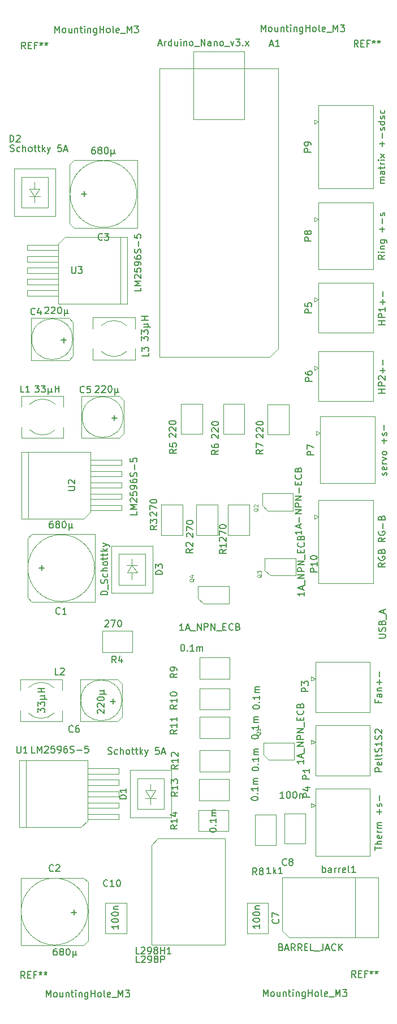
<source format=gbr>
G04 #@! TF.FileFunction,Other,Fab,Top*
%FSLAX46Y46*%
G04 Gerber Fmt 4.6, Leading zero omitted, Abs format (unit mm)*
G04 Created by KiCad (PCBNEW 4.0.7-e2-6376~58~ubuntu16.04.1) date Mon Oct  9 01:06:08 2017*
%MOMM*%
%LPD*%
G01*
G04 APERTURE LIST*
%ADD10C,0.100000*%
%ADD11C,0.150000*%
%ADD12C,0.090000*%
G04 APERTURE END LIST*
D10*
X95790000Y-42850000D02*
X88170000Y-42850000D01*
X88170000Y-42850000D02*
X88170000Y-32690000D01*
X88170000Y-32690000D02*
X95790000Y-32690000D01*
X95790000Y-32690000D02*
X95790000Y-42850000D01*
X83090000Y-35230000D02*
X100870000Y-35230000D01*
X100870000Y-35230000D02*
X100870000Y-77140000D01*
X100870000Y-77140000D02*
X99600000Y-78410000D01*
X99600000Y-78410000D02*
X83090000Y-78410000D01*
X83090000Y-78410000D02*
X83090000Y-35230000D01*
X101500000Y-156300000D02*
X115900000Y-156300000D01*
X115900000Y-156300000D02*
X115900000Y-165300000D01*
X115900000Y-165300000D02*
X102500000Y-165300000D01*
X102500000Y-165300000D02*
X101500000Y-164300000D01*
X101500000Y-164300000D02*
X101500000Y-156300000D01*
X112400000Y-165300000D02*
X112400000Y-156300000D01*
X73401000Y-110000000D02*
G75*
G03X73401000Y-110000000I-5001000J0D01*
G01*
X73450000Y-115050000D02*
X73450000Y-104950000D01*
X64020000Y-115050000D02*
X73450000Y-115050000D01*
X63350000Y-114380000D02*
X64020000Y-115050000D01*
X63350000Y-105620000D02*
X63350000Y-114380000D01*
X64020000Y-104950000D02*
X63350000Y-105620000D01*
X73450000Y-104950000D02*
X64020000Y-104950000D01*
X72401000Y-161400000D02*
G75*
G03X72401000Y-161400000I-5001000J0D01*
G01*
X62350000Y-156350000D02*
X62350000Y-166450000D01*
X71780000Y-156350000D02*
X62350000Y-156350000D01*
X72450000Y-157020000D02*
X71780000Y-156350000D01*
X72450000Y-165780000D02*
X72450000Y-157020000D01*
X71780000Y-166450000D02*
X72450000Y-165780000D01*
X62350000Y-166450000D02*
X71780000Y-166450000D01*
X79726000Y-54025000D02*
G75*
G03X79726000Y-54025000I-5001000J0D01*
G01*
X79775000Y-59075000D02*
X79775000Y-48975000D01*
X70345000Y-59075000D02*
X79775000Y-59075000D01*
X69675000Y-58405000D02*
X70345000Y-59075000D01*
X69675000Y-49645000D02*
X69675000Y-58405000D01*
X70345000Y-48975000D02*
X69675000Y-49645000D01*
X79775000Y-48975000D02*
X70345000Y-48975000D01*
X70109412Y-75750000D02*
G75*
G03X70109412Y-75750000I-3059412J0D01*
G01*
X63900000Y-72600000D02*
X63900000Y-78900000D01*
X69530000Y-72600000D02*
X63900000Y-72600000D01*
X70200000Y-73270000D02*
X69530000Y-72600000D01*
X70200000Y-78230000D02*
X70200000Y-73270000D01*
X69530000Y-78900000D02*
X70200000Y-78230000D01*
X63900000Y-78900000D02*
X69530000Y-78900000D01*
X77659412Y-87400000D02*
G75*
G03X77659412Y-87400000I-3059412J0D01*
G01*
X71450000Y-84250000D02*
X71450000Y-90550000D01*
X77080000Y-84250000D02*
X71450000Y-84250000D01*
X77750000Y-84920000D02*
X77080000Y-84250000D01*
X77750000Y-89880000D02*
X77750000Y-84920000D01*
X77080000Y-90550000D02*
X77750000Y-89880000D01*
X71450000Y-90550000D02*
X77080000Y-90550000D01*
X77459412Y-129800000D02*
G75*
G03X77459412Y-129800000I-3059412J0D01*
G01*
X71250000Y-126650000D02*
X71250000Y-132950000D01*
X76880000Y-126650000D02*
X71250000Y-126650000D01*
X77550000Y-127320000D02*
X76880000Y-126650000D01*
X77550000Y-132280000D02*
X77550000Y-127320000D01*
X76880000Y-132950000D02*
X77550000Y-132280000D01*
X71250000Y-132950000D02*
X76880000Y-132950000D01*
X84900000Y-140250000D02*
X84900000Y-147350000D01*
X84900000Y-147350000D02*
X78700000Y-147350000D01*
X78700000Y-140250000D02*
X84900000Y-140250000D01*
X78700000Y-140250000D02*
X78700000Y-147350000D01*
X83800000Y-141500000D02*
X83800000Y-146100000D01*
X83800000Y-146100000D02*
X79800000Y-146100000D01*
X79800000Y-141500000D02*
X83800000Y-141500000D01*
X79800000Y-141500000D02*
X79800000Y-146100000D01*
X81801020Y-144449440D02*
X81801020Y-145351140D01*
X81801020Y-143298820D02*
X81801020Y-142300600D01*
X81000920Y-144449440D02*
X82601120Y-144449440D01*
X82550320Y-143298820D02*
X81000920Y-143298820D01*
X81801020Y-144449440D02*
X82550320Y-143298820D01*
X81801020Y-144449440D02*
X81000920Y-143298820D01*
X67525000Y-50200000D02*
X67525000Y-57300000D01*
X67525000Y-57300000D02*
X61325000Y-57300000D01*
X61325000Y-50200000D02*
X67525000Y-50200000D01*
X61325000Y-50200000D02*
X61325000Y-57300000D01*
X66425000Y-51450000D02*
X66425000Y-56050000D01*
X66425000Y-56050000D02*
X62425000Y-56050000D01*
X62425000Y-51450000D02*
X66425000Y-51450000D01*
X62425000Y-51450000D02*
X62425000Y-56050000D01*
X64426020Y-54399440D02*
X64426020Y-55301140D01*
X64426020Y-53248820D02*
X64426020Y-52250600D01*
X63625920Y-54399440D02*
X65226120Y-54399440D01*
X65175320Y-53248820D02*
X63625920Y-53248820D01*
X64426020Y-54399440D02*
X65175320Y-53248820D01*
X64426020Y-54399440D02*
X63625920Y-53248820D01*
X75900000Y-113750000D02*
X75900000Y-106650000D01*
X75900000Y-106650000D02*
X82100000Y-106650000D01*
X82100000Y-113750000D02*
X75900000Y-113750000D01*
X82100000Y-113750000D02*
X82100000Y-106650000D01*
X77000000Y-112500000D02*
X77000000Y-107900000D01*
X77000000Y-107900000D02*
X81000000Y-107900000D01*
X81000000Y-112500000D02*
X77000000Y-112500000D01*
X81000000Y-112500000D02*
X81000000Y-107900000D01*
X78998980Y-109550560D02*
X78998980Y-108648860D01*
X78998980Y-110701180D02*
X78998980Y-111699400D01*
X79799080Y-109550560D02*
X78198880Y-109550560D01*
X78249680Y-110701180D02*
X79799080Y-110701180D01*
X78998980Y-109550560D02*
X78249680Y-110701180D01*
X78998980Y-109550560D02*
X79799080Y-110701180D01*
X68750000Y-90550000D02*
X68750000Y-88900000D01*
X68750000Y-84250000D02*
X68750000Y-85900000D01*
X62450000Y-90550000D02*
X62450000Y-88900000D01*
X62450000Y-84250000D02*
X62450000Y-85900000D01*
X62450000Y-84250000D02*
X68750000Y-84250000D01*
X62450000Y-90550000D02*
X68750000Y-90550000D01*
X67510000Y-85490000D02*
G75*
G03X63690000Y-85490000I-1910000J-1910000D01*
G01*
X63690000Y-89310000D02*
G75*
G03X67510000Y-89310000I1910000J1910000D01*
G01*
X68550000Y-132950000D02*
X68550000Y-131300000D01*
X68550000Y-126650000D02*
X68550000Y-128300000D01*
X62250000Y-132950000D02*
X62250000Y-131300000D01*
X62250000Y-126650000D02*
X62250000Y-128300000D01*
X62250000Y-126650000D02*
X68550000Y-126650000D01*
X62250000Y-132950000D02*
X68550000Y-132950000D01*
X67310000Y-127890000D02*
G75*
G03X63490000Y-127890000I-1910000J-1910000D01*
G01*
X63490000Y-131710000D02*
G75*
G03X67310000Y-131710000I1910000J1910000D01*
G01*
X73150000Y-72500000D02*
X73150000Y-74150000D01*
X73150000Y-78800000D02*
X73150000Y-77150000D01*
X79450000Y-72500000D02*
X79450000Y-74150000D01*
X79450000Y-78800000D02*
X79450000Y-77150000D01*
X79450000Y-78800000D02*
X73150000Y-78800000D01*
X79450000Y-72500000D02*
X73150000Y-72500000D01*
X74390000Y-77560000D02*
G75*
G03X78210000Y-77560000I1910000J1910000D01*
G01*
X78210000Y-73740000D02*
G75*
G03X74390000Y-73740000I-1910000J-1910000D01*
G01*
X81900000Y-166350000D02*
X92900000Y-166350000D01*
X92900000Y-166350000D02*
X92900000Y-150450000D01*
X92900000Y-150450000D02*
X82900000Y-150450000D01*
X82900000Y-150450000D02*
X81900000Y-151450000D01*
X81900000Y-151450000D02*
X81900000Y-166350000D01*
X114650000Y-133550000D02*
X106450000Y-133550000D01*
X106450000Y-133550000D02*
X106450000Y-141050000D01*
X106450000Y-141050000D02*
X114650000Y-141050000D01*
X114650000Y-141050000D02*
X114650000Y-133550000D01*
X106450000Y-136050000D02*
X105850000Y-135750000D01*
X105850000Y-135750000D02*
X105850000Y-136350000D01*
X105850000Y-136350000D02*
X106450000Y-136050000D01*
X114650000Y-124050000D02*
X106450000Y-124050000D01*
X106450000Y-124050000D02*
X106450000Y-131550000D01*
X106450000Y-131550000D02*
X114650000Y-131550000D01*
X114650000Y-131550000D02*
X114650000Y-124050000D01*
X106450000Y-126550000D02*
X105850000Y-126250000D01*
X105850000Y-126250000D02*
X105850000Y-126850000D01*
X105850000Y-126850000D02*
X106450000Y-126550000D01*
X114650000Y-143050000D02*
X106450000Y-143050000D01*
X106450000Y-143050000D02*
X106450000Y-153050000D01*
X106450000Y-153050000D02*
X114650000Y-153050000D01*
X114650000Y-153050000D02*
X114650000Y-143050000D01*
X106450000Y-145550000D02*
X105850000Y-145250000D01*
X105850000Y-145250000D02*
X105850000Y-145850000D01*
X105850000Y-145850000D02*
X106450000Y-145550000D01*
X115150000Y-67300000D02*
X106950000Y-67300000D01*
X106950000Y-67300000D02*
X106950000Y-74800000D01*
X106950000Y-74800000D02*
X115150000Y-74800000D01*
X115150000Y-74800000D02*
X115150000Y-67300000D01*
X106950000Y-69800000D02*
X106350000Y-69500000D01*
X106350000Y-69500000D02*
X106350000Y-70100000D01*
X106350000Y-70100000D02*
X106950000Y-69800000D01*
X115150000Y-77550000D02*
X106950000Y-77550000D01*
X106950000Y-77550000D02*
X106950000Y-85050000D01*
X106950000Y-85050000D02*
X115150000Y-85050000D01*
X115150000Y-85050000D02*
X115150000Y-77550000D01*
X106950000Y-80050000D02*
X106350000Y-79750000D01*
X106350000Y-79750000D02*
X106350000Y-80350000D01*
X106350000Y-80350000D02*
X106950000Y-80050000D01*
X115400000Y-87300000D02*
X107200000Y-87300000D01*
X107200000Y-87300000D02*
X107200000Y-97300000D01*
X107200000Y-97300000D02*
X115400000Y-97300000D01*
X115400000Y-97300000D02*
X115400000Y-87300000D01*
X107200000Y-89800000D02*
X106600000Y-89500000D01*
X106600000Y-89500000D02*
X106600000Y-90100000D01*
X106600000Y-90100000D02*
X107200000Y-89800000D01*
X115100000Y-55300000D02*
X106900000Y-55300000D01*
X106900000Y-55300000D02*
X106900000Y-65300000D01*
X106900000Y-65300000D02*
X115100000Y-65300000D01*
X115100000Y-65300000D02*
X115100000Y-55300000D01*
X106900000Y-57800000D02*
X106300000Y-57500000D01*
X106300000Y-57500000D02*
X106300000Y-58100000D01*
X106300000Y-58100000D02*
X106900000Y-57800000D01*
X115100000Y-40700000D02*
X106900000Y-40700000D01*
X106900000Y-40700000D02*
X106900000Y-53200000D01*
X106900000Y-53200000D02*
X115100000Y-53200000D01*
X115100000Y-53200000D02*
X115100000Y-40700000D01*
X106900000Y-43200000D02*
X106300000Y-42900000D01*
X106300000Y-42900000D02*
X106300000Y-43500000D01*
X106300000Y-43500000D02*
X106900000Y-43200000D01*
X115150000Y-99800000D02*
X106950000Y-99800000D01*
X106950000Y-99800000D02*
X106950000Y-112300000D01*
X106950000Y-112300000D02*
X115150000Y-112300000D01*
X115150000Y-112300000D02*
X115150000Y-99800000D01*
X106950000Y-102300000D02*
X106350000Y-102000000D01*
X106350000Y-102000000D02*
X106350000Y-102600000D01*
X106350000Y-102600000D02*
X106950000Y-102300000D01*
X99490000Y-138720000D02*
X98700000Y-137930000D01*
X98700000Y-136120000D02*
X103300000Y-136120000D01*
X103300000Y-136120000D02*
X103300000Y-138720000D01*
X103300000Y-138720000D02*
X99490000Y-138720000D01*
X98700000Y-137930000D02*
X98700000Y-136120000D01*
X99290000Y-101420000D02*
X98500000Y-100630000D01*
X98500000Y-98820000D02*
X103100000Y-98820000D01*
X103100000Y-98820000D02*
X103100000Y-101420000D01*
X103100000Y-101420000D02*
X99290000Y-101420000D01*
X98500000Y-100630000D02*
X98500000Y-98820000D01*
X99690000Y-111120000D02*
X98900000Y-110330000D01*
X98900000Y-108520000D02*
X103500000Y-108520000D01*
X103500000Y-108520000D02*
X103500000Y-111120000D01*
X103500000Y-111120000D02*
X99690000Y-111120000D01*
X98900000Y-110330000D02*
X98900000Y-108520000D01*
X89690000Y-115320000D02*
X88900000Y-114530000D01*
X88900000Y-112720000D02*
X93500000Y-112720000D01*
X93500000Y-112720000D02*
X93500000Y-115320000D01*
X93500000Y-115320000D02*
X89690000Y-115320000D01*
X88900000Y-114530000D02*
X88900000Y-112720000D01*
X93650000Y-123400000D02*
X93650000Y-126600000D01*
X89150000Y-123400000D02*
X93650000Y-123400000D01*
X89150000Y-126600000D02*
X89150000Y-123400000D01*
X93650000Y-126600000D02*
X89150000Y-126600000D01*
X93650000Y-128000000D02*
X93650000Y-131200000D01*
X89150000Y-128000000D02*
X93650000Y-128000000D01*
X89150000Y-131200000D02*
X89150000Y-128000000D01*
X93650000Y-131200000D02*
X89150000Y-131200000D01*
X93650000Y-132250000D02*
X93650000Y-135450000D01*
X89150000Y-132250000D02*
X93650000Y-132250000D01*
X89150000Y-135450000D02*
X89150000Y-132250000D01*
X93650000Y-135450000D02*
X89150000Y-135450000D01*
X93650000Y-137250000D02*
X93650000Y-140450000D01*
X89150000Y-137250000D02*
X93650000Y-137250000D01*
X89150000Y-140450000D02*
X89150000Y-137250000D01*
X93650000Y-140450000D02*
X89150000Y-140450000D01*
X93550000Y-141600000D02*
X93550000Y-144800000D01*
X89050000Y-141600000D02*
X93550000Y-141600000D01*
X89050000Y-144800000D02*
X89050000Y-141600000D01*
X93550000Y-144800000D02*
X89050000Y-144800000D01*
X93450000Y-146200000D02*
X93450000Y-149400000D01*
X88950000Y-146200000D02*
X93450000Y-146200000D01*
X88950000Y-149400000D02*
X88950000Y-146200000D01*
X93450000Y-149400000D02*
X88950000Y-149400000D01*
X63100000Y-148800000D02*
X62100000Y-148800000D01*
X62100000Y-148800000D02*
X62100000Y-138800000D01*
X62100000Y-138800000D02*
X63100000Y-138800000D01*
X63100000Y-148800000D02*
X63100000Y-138800000D01*
X63100000Y-138800000D02*
X72350000Y-138800000D01*
X72350000Y-138800000D02*
X72350000Y-147800000D01*
X72350000Y-147800000D02*
X71350000Y-148800000D01*
X71350000Y-148800000D02*
X63100000Y-148800000D01*
X72350000Y-147600000D02*
X77050000Y-147600000D01*
X77050000Y-147600000D02*
X77050000Y-146800000D01*
X77050000Y-146800000D02*
X72350000Y-146800000D01*
X72350000Y-145900000D02*
X77050000Y-145900000D01*
X77050000Y-145900000D02*
X77050000Y-145100000D01*
X77050000Y-145100000D02*
X72350000Y-145100000D01*
X72350000Y-144200000D02*
X77050000Y-144200000D01*
X77050000Y-144200000D02*
X77050000Y-143400000D01*
X77050000Y-143400000D02*
X72350000Y-143400000D01*
X72350000Y-142500000D02*
X77050000Y-142500000D01*
X77050000Y-142500000D02*
X77050000Y-141700000D01*
X77050000Y-141700000D02*
X72350000Y-141700000D01*
X72350000Y-140800000D02*
X77050000Y-140800000D01*
X77050000Y-140800000D02*
X77050000Y-140000000D01*
X77050000Y-140000000D02*
X72350000Y-140000000D01*
X63500000Y-102600000D02*
X62500000Y-102600000D01*
X62500000Y-102600000D02*
X62500000Y-92600000D01*
X62500000Y-92600000D02*
X63500000Y-92600000D01*
X63500000Y-102600000D02*
X63500000Y-92600000D01*
X63500000Y-92600000D02*
X72750000Y-92600000D01*
X72750000Y-92600000D02*
X72750000Y-101600000D01*
X72750000Y-101600000D02*
X71750000Y-102600000D01*
X71750000Y-102600000D02*
X63500000Y-102600000D01*
X72750000Y-101400000D02*
X77450000Y-101400000D01*
X77450000Y-101400000D02*
X77450000Y-100600000D01*
X77450000Y-100600000D02*
X72750000Y-100600000D01*
X72750000Y-99700000D02*
X77450000Y-99700000D01*
X77450000Y-99700000D02*
X77450000Y-98900000D01*
X77450000Y-98900000D02*
X72750000Y-98900000D01*
X72750000Y-98000000D02*
X77450000Y-98000000D01*
X77450000Y-98000000D02*
X77450000Y-97200000D01*
X77450000Y-97200000D02*
X72750000Y-97200000D01*
X72750000Y-96300000D02*
X77450000Y-96300000D01*
X77450000Y-96300000D02*
X77450000Y-95500000D01*
X77450000Y-95500000D02*
X72750000Y-95500000D01*
X72750000Y-94600000D02*
X77450000Y-94600000D01*
X77450000Y-94600000D02*
X77450000Y-93800000D01*
X77450000Y-93800000D02*
X72750000Y-93800000D01*
X77250000Y-60450000D02*
X78250000Y-60450000D01*
X78250000Y-60450000D02*
X78250000Y-70450000D01*
X78250000Y-70450000D02*
X77250000Y-70450000D01*
X77250000Y-60450000D02*
X77250000Y-70450000D01*
X77250000Y-70450000D02*
X68000000Y-70450000D01*
X68000000Y-70450000D02*
X68000000Y-61450000D01*
X68000000Y-61450000D02*
X69000000Y-60450000D01*
X69000000Y-60450000D02*
X77250000Y-60450000D01*
X68000000Y-61650000D02*
X63300000Y-61650000D01*
X63300000Y-61650000D02*
X63300000Y-62450000D01*
X63300000Y-62450000D02*
X68000000Y-62450000D01*
X68000000Y-63350000D02*
X63300000Y-63350000D01*
X63300000Y-63350000D02*
X63300000Y-64150000D01*
X63300000Y-64150000D02*
X68000000Y-64150000D01*
X68000000Y-65050000D02*
X63300000Y-65050000D01*
X63300000Y-65050000D02*
X63300000Y-65850000D01*
X63300000Y-65850000D02*
X68000000Y-65850000D01*
X68000000Y-66750000D02*
X63300000Y-66750000D01*
X63300000Y-66750000D02*
X63300000Y-67550000D01*
X63300000Y-67550000D02*
X68000000Y-67550000D01*
X68000000Y-68450000D02*
X63300000Y-68450000D01*
X63300000Y-68450000D02*
X63300000Y-69250000D01*
X63300000Y-69250000D02*
X68000000Y-69250000D01*
X79050000Y-119400000D02*
X79050000Y-122600000D01*
X74550000Y-119400000D02*
X79050000Y-119400000D01*
X74550000Y-122600000D02*
X74550000Y-119400000D01*
X79050000Y-122600000D02*
X74550000Y-122600000D01*
X86600000Y-105050000D02*
X83400000Y-105050000D01*
X86600000Y-100550000D02*
X86600000Y-105050000D01*
X83400000Y-100550000D02*
X86600000Y-100550000D01*
X83400000Y-105050000D02*
X83400000Y-100550000D01*
X91800000Y-105050000D02*
X88600000Y-105050000D01*
X91800000Y-100550000D02*
X91800000Y-105050000D01*
X88600000Y-100550000D02*
X91800000Y-100550000D01*
X88600000Y-105050000D02*
X88600000Y-100550000D01*
X96600000Y-105050000D02*
X93400000Y-105050000D01*
X96600000Y-100550000D02*
X96600000Y-105050000D01*
X93400000Y-100550000D02*
X96600000Y-100550000D01*
X93400000Y-105050000D02*
X93400000Y-100550000D01*
X102500000Y-90000000D02*
X99300000Y-90000000D01*
X102500000Y-85500000D02*
X102500000Y-90000000D01*
X99300000Y-85500000D02*
X102500000Y-85500000D01*
X99300000Y-90000000D02*
X99300000Y-85500000D01*
X95850000Y-89900000D02*
X92650000Y-89900000D01*
X95850000Y-85400000D02*
X95850000Y-89900000D01*
X92650000Y-85400000D02*
X95850000Y-85400000D01*
X92650000Y-89900000D02*
X92650000Y-85400000D01*
X89550000Y-89950000D02*
X86350000Y-89950000D01*
X89550000Y-85450000D02*
X89550000Y-89950000D01*
X86350000Y-85450000D02*
X89550000Y-85450000D01*
X86350000Y-89950000D02*
X86350000Y-85450000D01*
X97400000Y-146950000D02*
X100600000Y-146950000D01*
X97400000Y-151450000D02*
X97400000Y-146950000D01*
X100600000Y-151450000D02*
X97400000Y-151450000D01*
X100600000Y-146950000D02*
X100600000Y-151450000D01*
X75000000Y-160150000D02*
X78200000Y-160150000D01*
X75000000Y-164700000D02*
X75000000Y-160150000D01*
X78200000Y-164700000D02*
X75000000Y-164700000D01*
X78200000Y-160150000D02*
X78200000Y-164700000D01*
X96200000Y-160150000D02*
X99400000Y-160150000D01*
X96200000Y-164700000D02*
X96200000Y-160150000D01*
X99400000Y-164700000D02*
X96200000Y-164700000D01*
X99400000Y-160150000D02*
X99400000Y-164700000D01*
X105000000Y-151250000D02*
X101800000Y-151250000D01*
X105000000Y-146700000D02*
X105000000Y-151250000D01*
X101800000Y-146700000D02*
X105000000Y-146700000D01*
X101800000Y-151250000D02*
X101800000Y-146700000D01*
D11*
X82961904Y-31546667D02*
X83438095Y-31546667D01*
X82866666Y-31832381D02*
X83199999Y-30832381D01*
X83533333Y-31832381D01*
X83866666Y-31832381D02*
X83866666Y-31165714D01*
X83866666Y-31356190D02*
X83914285Y-31260952D01*
X83961904Y-31213333D01*
X84057142Y-31165714D01*
X84152381Y-31165714D01*
X84914286Y-31832381D02*
X84914286Y-30832381D01*
X84914286Y-31784762D02*
X84819048Y-31832381D01*
X84628571Y-31832381D01*
X84533333Y-31784762D01*
X84485714Y-31737143D01*
X84438095Y-31641905D01*
X84438095Y-31356190D01*
X84485714Y-31260952D01*
X84533333Y-31213333D01*
X84628571Y-31165714D01*
X84819048Y-31165714D01*
X84914286Y-31213333D01*
X85819048Y-31165714D02*
X85819048Y-31832381D01*
X85390476Y-31165714D02*
X85390476Y-31689524D01*
X85438095Y-31784762D01*
X85533333Y-31832381D01*
X85676191Y-31832381D01*
X85771429Y-31784762D01*
X85819048Y-31737143D01*
X86295238Y-31832381D02*
X86295238Y-31165714D01*
X86295238Y-30832381D02*
X86247619Y-30880000D01*
X86295238Y-30927619D01*
X86342857Y-30880000D01*
X86295238Y-30832381D01*
X86295238Y-30927619D01*
X86771428Y-31165714D02*
X86771428Y-31832381D01*
X86771428Y-31260952D02*
X86819047Y-31213333D01*
X86914285Y-31165714D01*
X87057143Y-31165714D01*
X87152381Y-31213333D01*
X87200000Y-31308571D01*
X87200000Y-31832381D01*
X87819047Y-31832381D02*
X87723809Y-31784762D01*
X87676190Y-31737143D01*
X87628571Y-31641905D01*
X87628571Y-31356190D01*
X87676190Y-31260952D01*
X87723809Y-31213333D01*
X87819047Y-31165714D01*
X87961905Y-31165714D01*
X88057143Y-31213333D01*
X88104762Y-31260952D01*
X88152381Y-31356190D01*
X88152381Y-31641905D01*
X88104762Y-31737143D01*
X88057143Y-31784762D01*
X87961905Y-31832381D01*
X87819047Y-31832381D01*
X88342857Y-31927619D02*
X89104762Y-31927619D01*
X89342857Y-31832381D02*
X89342857Y-30832381D01*
X89914286Y-31832381D01*
X89914286Y-30832381D01*
X90819048Y-31832381D02*
X90819048Y-31308571D01*
X90771429Y-31213333D01*
X90676191Y-31165714D01*
X90485714Y-31165714D01*
X90390476Y-31213333D01*
X90819048Y-31784762D02*
X90723810Y-31832381D01*
X90485714Y-31832381D01*
X90390476Y-31784762D01*
X90342857Y-31689524D01*
X90342857Y-31594286D01*
X90390476Y-31499048D01*
X90485714Y-31451429D01*
X90723810Y-31451429D01*
X90819048Y-31403810D01*
X91295238Y-31165714D02*
X91295238Y-31832381D01*
X91295238Y-31260952D02*
X91342857Y-31213333D01*
X91438095Y-31165714D01*
X91580953Y-31165714D01*
X91676191Y-31213333D01*
X91723810Y-31308571D01*
X91723810Y-31832381D01*
X92342857Y-31832381D02*
X92247619Y-31784762D01*
X92200000Y-31737143D01*
X92152381Y-31641905D01*
X92152381Y-31356190D01*
X92200000Y-31260952D01*
X92247619Y-31213333D01*
X92342857Y-31165714D01*
X92485715Y-31165714D01*
X92580953Y-31213333D01*
X92628572Y-31260952D01*
X92676191Y-31356190D01*
X92676191Y-31641905D01*
X92628572Y-31737143D01*
X92580953Y-31784762D01*
X92485715Y-31832381D01*
X92342857Y-31832381D01*
X92866667Y-31927619D02*
X93628572Y-31927619D01*
X93771429Y-31165714D02*
X94009524Y-31832381D01*
X94247620Y-31165714D01*
X94533334Y-30832381D02*
X95152382Y-30832381D01*
X94819048Y-31213333D01*
X94961906Y-31213333D01*
X95057144Y-31260952D01*
X95104763Y-31308571D01*
X95152382Y-31403810D01*
X95152382Y-31641905D01*
X95104763Y-31737143D01*
X95057144Y-31784762D01*
X94961906Y-31832381D01*
X94676191Y-31832381D01*
X94580953Y-31784762D01*
X94533334Y-31737143D01*
X95580953Y-31737143D02*
X95628572Y-31784762D01*
X95580953Y-31832381D01*
X95533334Y-31784762D01*
X95580953Y-31737143D01*
X95580953Y-31832381D01*
X95961905Y-31832381D02*
X96485715Y-31165714D01*
X95961905Y-31165714D02*
X96485715Y-31832381D01*
X99655714Y-31636667D02*
X100131905Y-31636667D01*
X99560476Y-31922381D02*
X99893809Y-30922381D01*
X100227143Y-31922381D01*
X101084286Y-31922381D02*
X100512857Y-31922381D01*
X100798571Y-31922381D02*
X100798571Y-30922381D01*
X100703333Y-31065238D01*
X100608095Y-31160476D01*
X100512857Y-31208095D01*
X101320238Y-166728571D02*
X101463095Y-166776190D01*
X101510714Y-166823810D01*
X101558333Y-166919048D01*
X101558333Y-167061905D01*
X101510714Y-167157143D01*
X101463095Y-167204762D01*
X101367857Y-167252381D01*
X100986904Y-167252381D01*
X100986904Y-166252381D01*
X101320238Y-166252381D01*
X101415476Y-166300000D01*
X101463095Y-166347619D01*
X101510714Y-166442857D01*
X101510714Y-166538095D01*
X101463095Y-166633333D01*
X101415476Y-166680952D01*
X101320238Y-166728571D01*
X100986904Y-166728571D01*
X101939285Y-166966667D02*
X102415476Y-166966667D01*
X101844047Y-167252381D02*
X102177380Y-166252381D01*
X102510714Y-167252381D01*
X103415476Y-167252381D02*
X103082142Y-166776190D01*
X102844047Y-167252381D02*
X102844047Y-166252381D01*
X103225000Y-166252381D01*
X103320238Y-166300000D01*
X103367857Y-166347619D01*
X103415476Y-166442857D01*
X103415476Y-166585714D01*
X103367857Y-166680952D01*
X103320238Y-166728571D01*
X103225000Y-166776190D01*
X102844047Y-166776190D01*
X104415476Y-167252381D02*
X104082142Y-166776190D01*
X103844047Y-167252381D02*
X103844047Y-166252381D01*
X104225000Y-166252381D01*
X104320238Y-166300000D01*
X104367857Y-166347619D01*
X104415476Y-166442857D01*
X104415476Y-166585714D01*
X104367857Y-166680952D01*
X104320238Y-166728571D01*
X104225000Y-166776190D01*
X103844047Y-166776190D01*
X104844047Y-166728571D02*
X105177381Y-166728571D01*
X105320238Y-167252381D02*
X104844047Y-167252381D01*
X104844047Y-166252381D01*
X105320238Y-166252381D01*
X106225000Y-167252381D02*
X105748809Y-167252381D01*
X105748809Y-166252381D01*
X106320238Y-167347619D02*
X107082143Y-167347619D01*
X107605953Y-166252381D02*
X107605953Y-166966667D01*
X107558333Y-167109524D01*
X107463095Y-167204762D01*
X107320238Y-167252381D01*
X107225000Y-167252381D01*
X108034524Y-166966667D02*
X108510715Y-166966667D01*
X107939286Y-167252381D02*
X108272619Y-166252381D01*
X108605953Y-167252381D01*
X109510715Y-167157143D02*
X109463096Y-167204762D01*
X109320239Y-167252381D01*
X109225001Y-167252381D01*
X109082143Y-167204762D01*
X108986905Y-167109524D01*
X108939286Y-167014286D01*
X108891667Y-166823810D01*
X108891667Y-166680952D01*
X108939286Y-166490476D01*
X108986905Y-166395238D01*
X109082143Y-166300000D01*
X109225001Y-166252381D01*
X109320239Y-166252381D01*
X109463096Y-166300000D01*
X109510715Y-166347619D01*
X109939286Y-167252381D02*
X109939286Y-166252381D01*
X110510715Y-167252381D02*
X110082143Y-166680952D01*
X110510715Y-166252381D02*
X109939286Y-166823810D01*
X107522618Y-155552381D02*
X107522618Y-154552381D01*
X107522618Y-154933333D02*
X107617856Y-154885714D01*
X107808333Y-154885714D01*
X107903571Y-154933333D01*
X107951190Y-154980952D01*
X107998809Y-155076190D01*
X107998809Y-155361905D01*
X107951190Y-155457143D01*
X107903571Y-155504762D01*
X107808333Y-155552381D01*
X107617856Y-155552381D01*
X107522618Y-155504762D01*
X108855952Y-155552381D02*
X108855952Y-155028571D01*
X108808333Y-154933333D01*
X108713095Y-154885714D01*
X108522618Y-154885714D01*
X108427380Y-154933333D01*
X108855952Y-155504762D02*
X108760714Y-155552381D01*
X108522618Y-155552381D01*
X108427380Y-155504762D01*
X108379761Y-155409524D01*
X108379761Y-155314286D01*
X108427380Y-155219048D01*
X108522618Y-155171429D01*
X108760714Y-155171429D01*
X108855952Y-155123810D01*
X109332142Y-155552381D02*
X109332142Y-154885714D01*
X109332142Y-155076190D02*
X109379761Y-154980952D01*
X109427380Y-154933333D01*
X109522618Y-154885714D01*
X109617857Y-154885714D01*
X109951190Y-155552381D02*
X109951190Y-154885714D01*
X109951190Y-155076190D02*
X109998809Y-154980952D01*
X110046428Y-154933333D01*
X110141666Y-154885714D01*
X110236905Y-154885714D01*
X110951191Y-155504762D02*
X110855953Y-155552381D01*
X110665476Y-155552381D01*
X110570238Y-155504762D01*
X110522619Y-155409524D01*
X110522619Y-155028571D01*
X110570238Y-154933333D01*
X110665476Y-154885714D01*
X110855953Y-154885714D01*
X110951191Y-154933333D01*
X110998810Y-155028571D01*
X110998810Y-155123810D01*
X110522619Y-155219048D01*
X111570238Y-155552381D02*
X111475000Y-155504762D01*
X111427381Y-155409524D01*
X111427381Y-154552381D01*
X112475001Y-155552381D02*
X111903572Y-155552381D01*
X112189286Y-155552381D02*
X112189286Y-154552381D01*
X112094048Y-154695238D01*
X111998810Y-154790476D01*
X111903572Y-154838095D01*
X67114286Y-102992381D02*
X66923809Y-102992381D01*
X66828571Y-103040000D01*
X66780952Y-103087619D01*
X66685714Y-103230476D01*
X66638095Y-103420952D01*
X66638095Y-103801905D01*
X66685714Y-103897143D01*
X66733333Y-103944762D01*
X66828571Y-103992381D01*
X67019048Y-103992381D01*
X67114286Y-103944762D01*
X67161905Y-103897143D01*
X67209524Y-103801905D01*
X67209524Y-103563810D01*
X67161905Y-103468571D01*
X67114286Y-103420952D01*
X67019048Y-103373333D01*
X66828571Y-103373333D01*
X66733333Y-103420952D01*
X66685714Y-103468571D01*
X66638095Y-103563810D01*
X67780952Y-103420952D02*
X67685714Y-103373333D01*
X67638095Y-103325714D01*
X67590476Y-103230476D01*
X67590476Y-103182857D01*
X67638095Y-103087619D01*
X67685714Y-103040000D01*
X67780952Y-102992381D01*
X67971429Y-102992381D01*
X68066667Y-103040000D01*
X68114286Y-103087619D01*
X68161905Y-103182857D01*
X68161905Y-103230476D01*
X68114286Y-103325714D01*
X68066667Y-103373333D01*
X67971429Y-103420952D01*
X67780952Y-103420952D01*
X67685714Y-103468571D01*
X67638095Y-103516190D01*
X67590476Y-103611429D01*
X67590476Y-103801905D01*
X67638095Y-103897143D01*
X67685714Y-103944762D01*
X67780952Y-103992381D01*
X67971429Y-103992381D01*
X68066667Y-103944762D01*
X68114286Y-103897143D01*
X68161905Y-103801905D01*
X68161905Y-103611429D01*
X68114286Y-103516190D01*
X68066667Y-103468571D01*
X67971429Y-103420952D01*
X68780952Y-102992381D02*
X68876191Y-102992381D01*
X68971429Y-103040000D01*
X69019048Y-103087619D01*
X69066667Y-103182857D01*
X69114286Y-103373333D01*
X69114286Y-103611429D01*
X69066667Y-103801905D01*
X69019048Y-103897143D01*
X68971429Y-103944762D01*
X68876191Y-103992381D01*
X68780952Y-103992381D01*
X68685714Y-103944762D01*
X68638095Y-103897143D01*
X68590476Y-103801905D01*
X68542857Y-103611429D01*
X68542857Y-103373333D01*
X68590476Y-103182857D01*
X68638095Y-103087619D01*
X68685714Y-103040000D01*
X68780952Y-102992381D01*
X69542857Y-103325714D02*
X69542857Y-104325714D01*
X70019048Y-103849524D02*
X70066667Y-103944762D01*
X70161905Y-103992381D01*
X69542857Y-103849524D02*
X69590476Y-103944762D01*
X69685714Y-103992381D01*
X69876191Y-103992381D01*
X69971429Y-103944762D01*
X70019048Y-103849524D01*
X70019048Y-103325714D01*
X65109048Y-109991429D02*
X65870953Y-109991429D01*
X65490001Y-110372381D02*
X65490001Y-109610476D01*
X68233334Y-116817143D02*
X68185715Y-116864762D01*
X68042858Y-116912381D01*
X67947620Y-116912381D01*
X67804762Y-116864762D01*
X67709524Y-116769524D01*
X67661905Y-116674286D01*
X67614286Y-116483810D01*
X67614286Y-116340952D01*
X67661905Y-116150476D01*
X67709524Y-116055238D01*
X67804762Y-115960000D01*
X67947620Y-115912381D01*
X68042858Y-115912381D01*
X68185715Y-115960000D01*
X68233334Y-116007619D01*
X69185715Y-116912381D02*
X68614286Y-116912381D01*
X68900000Y-116912381D02*
X68900000Y-115912381D01*
X68804762Y-116055238D01*
X68709524Y-116150476D01*
X68614286Y-116198095D01*
X67704286Y-166942381D02*
X67513809Y-166942381D01*
X67418571Y-166990000D01*
X67370952Y-167037619D01*
X67275714Y-167180476D01*
X67228095Y-167370952D01*
X67228095Y-167751905D01*
X67275714Y-167847143D01*
X67323333Y-167894762D01*
X67418571Y-167942381D01*
X67609048Y-167942381D01*
X67704286Y-167894762D01*
X67751905Y-167847143D01*
X67799524Y-167751905D01*
X67799524Y-167513810D01*
X67751905Y-167418571D01*
X67704286Y-167370952D01*
X67609048Y-167323333D01*
X67418571Y-167323333D01*
X67323333Y-167370952D01*
X67275714Y-167418571D01*
X67228095Y-167513810D01*
X68370952Y-167370952D02*
X68275714Y-167323333D01*
X68228095Y-167275714D01*
X68180476Y-167180476D01*
X68180476Y-167132857D01*
X68228095Y-167037619D01*
X68275714Y-166990000D01*
X68370952Y-166942381D01*
X68561429Y-166942381D01*
X68656667Y-166990000D01*
X68704286Y-167037619D01*
X68751905Y-167132857D01*
X68751905Y-167180476D01*
X68704286Y-167275714D01*
X68656667Y-167323333D01*
X68561429Y-167370952D01*
X68370952Y-167370952D01*
X68275714Y-167418571D01*
X68228095Y-167466190D01*
X68180476Y-167561429D01*
X68180476Y-167751905D01*
X68228095Y-167847143D01*
X68275714Y-167894762D01*
X68370952Y-167942381D01*
X68561429Y-167942381D01*
X68656667Y-167894762D01*
X68704286Y-167847143D01*
X68751905Y-167751905D01*
X68751905Y-167561429D01*
X68704286Y-167466190D01*
X68656667Y-167418571D01*
X68561429Y-167370952D01*
X69370952Y-166942381D02*
X69466191Y-166942381D01*
X69561429Y-166990000D01*
X69609048Y-167037619D01*
X69656667Y-167132857D01*
X69704286Y-167323333D01*
X69704286Y-167561429D01*
X69656667Y-167751905D01*
X69609048Y-167847143D01*
X69561429Y-167894762D01*
X69466191Y-167942381D01*
X69370952Y-167942381D01*
X69275714Y-167894762D01*
X69228095Y-167847143D01*
X69180476Y-167751905D01*
X69132857Y-167561429D01*
X69132857Y-167323333D01*
X69180476Y-167132857D01*
X69228095Y-167037619D01*
X69275714Y-166990000D01*
X69370952Y-166942381D01*
X70132857Y-167275714D02*
X70132857Y-168275714D01*
X70609048Y-167799524D02*
X70656667Y-167894762D01*
X70751905Y-167942381D01*
X70132857Y-167799524D02*
X70180476Y-167894762D01*
X70275714Y-167942381D01*
X70466191Y-167942381D01*
X70561429Y-167894762D01*
X70609048Y-167799524D01*
X70609048Y-167275714D01*
X69929048Y-161551429D02*
X70690953Y-161551429D01*
X70310001Y-161932381D02*
X70310001Y-161170476D01*
X67233334Y-155297143D02*
X67185715Y-155344762D01*
X67042858Y-155392381D01*
X66947620Y-155392381D01*
X66804762Y-155344762D01*
X66709524Y-155249524D01*
X66661905Y-155154286D01*
X66614286Y-154963810D01*
X66614286Y-154820952D01*
X66661905Y-154630476D01*
X66709524Y-154535238D01*
X66804762Y-154440000D01*
X66947620Y-154392381D01*
X67042858Y-154392381D01*
X67185715Y-154440000D01*
X67233334Y-154487619D01*
X67614286Y-154487619D02*
X67661905Y-154440000D01*
X67757143Y-154392381D01*
X67995239Y-154392381D01*
X68090477Y-154440000D01*
X68138096Y-154487619D01*
X68185715Y-154582857D01*
X68185715Y-154678095D01*
X68138096Y-154820952D01*
X67566667Y-155392381D01*
X68185715Y-155392381D01*
X73439286Y-47017381D02*
X73248809Y-47017381D01*
X73153571Y-47065000D01*
X73105952Y-47112619D01*
X73010714Y-47255476D01*
X72963095Y-47445952D01*
X72963095Y-47826905D01*
X73010714Y-47922143D01*
X73058333Y-47969762D01*
X73153571Y-48017381D01*
X73344048Y-48017381D01*
X73439286Y-47969762D01*
X73486905Y-47922143D01*
X73534524Y-47826905D01*
X73534524Y-47588810D01*
X73486905Y-47493571D01*
X73439286Y-47445952D01*
X73344048Y-47398333D01*
X73153571Y-47398333D01*
X73058333Y-47445952D01*
X73010714Y-47493571D01*
X72963095Y-47588810D01*
X74105952Y-47445952D02*
X74010714Y-47398333D01*
X73963095Y-47350714D01*
X73915476Y-47255476D01*
X73915476Y-47207857D01*
X73963095Y-47112619D01*
X74010714Y-47065000D01*
X74105952Y-47017381D01*
X74296429Y-47017381D01*
X74391667Y-47065000D01*
X74439286Y-47112619D01*
X74486905Y-47207857D01*
X74486905Y-47255476D01*
X74439286Y-47350714D01*
X74391667Y-47398333D01*
X74296429Y-47445952D01*
X74105952Y-47445952D01*
X74010714Y-47493571D01*
X73963095Y-47541190D01*
X73915476Y-47636429D01*
X73915476Y-47826905D01*
X73963095Y-47922143D01*
X74010714Y-47969762D01*
X74105952Y-48017381D01*
X74296429Y-48017381D01*
X74391667Y-47969762D01*
X74439286Y-47922143D01*
X74486905Y-47826905D01*
X74486905Y-47636429D01*
X74439286Y-47541190D01*
X74391667Y-47493571D01*
X74296429Y-47445952D01*
X75105952Y-47017381D02*
X75201191Y-47017381D01*
X75296429Y-47065000D01*
X75344048Y-47112619D01*
X75391667Y-47207857D01*
X75439286Y-47398333D01*
X75439286Y-47636429D01*
X75391667Y-47826905D01*
X75344048Y-47922143D01*
X75296429Y-47969762D01*
X75201191Y-48017381D01*
X75105952Y-48017381D01*
X75010714Y-47969762D01*
X74963095Y-47922143D01*
X74915476Y-47826905D01*
X74867857Y-47636429D01*
X74867857Y-47398333D01*
X74915476Y-47207857D01*
X74963095Y-47112619D01*
X75010714Y-47065000D01*
X75105952Y-47017381D01*
X75867857Y-47350714D02*
X75867857Y-48350714D01*
X76344048Y-47874524D02*
X76391667Y-47969762D01*
X76486905Y-48017381D01*
X75867857Y-47874524D02*
X75915476Y-47969762D01*
X76010714Y-48017381D01*
X76201191Y-48017381D01*
X76296429Y-47969762D01*
X76344048Y-47874524D01*
X76344048Y-47350714D01*
X71434048Y-54016429D02*
X72195953Y-54016429D01*
X71815001Y-54397381D02*
X71815001Y-53635476D01*
X74558334Y-60842143D02*
X74510715Y-60889762D01*
X74367858Y-60937381D01*
X74272620Y-60937381D01*
X74129762Y-60889762D01*
X74034524Y-60794524D01*
X73986905Y-60699286D01*
X73939286Y-60508810D01*
X73939286Y-60365952D01*
X73986905Y-60175476D01*
X74034524Y-60080238D01*
X74129762Y-59985000D01*
X74272620Y-59937381D01*
X74367858Y-59937381D01*
X74510715Y-59985000D01*
X74558334Y-60032619D01*
X74891667Y-59937381D02*
X75510715Y-59937381D01*
X75177381Y-60318333D01*
X75320239Y-60318333D01*
X75415477Y-60365952D01*
X75463096Y-60413571D01*
X75510715Y-60508810D01*
X75510715Y-60746905D01*
X75463096Y-60842143D01*
X75415477Y-60889762D01*
X75320239Y-60937381D01*
X75034524Y-60937381D01*
X74939286Y-60889762D01*
X74891667Y-60842143D01*
X65963095Y-71022619D02*
X66010714Y-70975000D01*
X66105952Y-70927381D01*
X66344048Y-70927381D01*
X66439286Y-70975000D01*
X66486905Y-71022619D01*
X66534524Y-71117857D01*
X66534524Y-71213095D01*
X66486905Y-71355952D01*
X65915476Y-71927381D01*
X66534524Y-71927381D01*
X66915476Y-71022619D02*
X66963095Y-70975000D01*
X67058333Y-70927381D01*
X67296429Y-70927381D01*
X67391667Y-70975000D01*
X67439286Y-71022619D01*
X67486905Y-71117857D01*
X67486905Y-71213095D01*
X67439286Y-71355952D01*
X66867857Y-71927381D01*
X67486905Y-71927381D01*
X68105952Y-70927381D02*
X68201191Y-70927381D01*
X68296429Y-70975000D01*
X68344048Y-71022619D01*
X68391667Y-71117857D01*
X68439286Y-71308333D01*
X68439286Y-71546429D01*
X68391667Y-71736905D01*
X68344048Y-71832143D01*
X68296429Y-71879762D01*
X68201191Y-71927381D01*
X68105952Y-71927381D01*
X68010714Y-71879762D01*
X67963095Y-71832143D01*
X67915476Y-71736905D01*
X67867857Y-71546429D01*
X67867857Y-71308333D01*
X67915476Y-71117857D01*
X67963095Y-71022619D01*
X68010714Y-70975000D01*
X68105952Y-70927381D01*
X68867857Y-71260714D02*
X68867857Y-72260714D01*
X69344048Y-71784524D02*
X69391667Y-71879762D01*
X69486905Y-71927381D01*
X68867857Y-71784524D02*
X68915476Y-71879762D01*
X69010714Y-71927381D01*
X69201191Y-71927381D01*
X69296429Y-71879762D01*
X69344048Y-71784524D01*
X69344048Y-71260714D01*
X68419048Y-75901429D02*
X69180953Y-75901429D01*
X68800001Y-76282381D02*
X68800001Y-75520476D01*
X64483334Y-72007143D02*
X64435715Y-72054762D01*
X64292858Y-72102381D01*
X64197620Y-72102381D01*
X64054762Y-72054762D01*
X63959524Y-71959524D01*
X63911905Y-71864286D01*
X63864286Y-71673810D01*
X63864286Y-71530952D01*
X63911905Y-71340476D01*
X63959524Y-71245238D01*
X64054762Y-71150000D01*
X64197620Y-71102381D01*
X64292858Y-71102381D01*
X64435715Y-71150000D01*
X64483334Y-71197619D01*
X65340477Y-71435714D02*
X65340477Y-72102381D01*
X65102381Y-71054762D02*
X64864286Y-71769048D01*
X65483334Y-71769048D01*
X73508095Y-82807619D02*
X73555714Y-82760000D01*
X73650952Y-82712381D01*
X73889048Y-82712381D01*
X73984286Y-82760000D01*
X74031905Y-82807619D01*
X74079524Y-82902857D01*
X74079524Y-82998095D01*
X74031905Y-83140952D01*
X73460476Y-83712381D01*
X74079524Y-83712381D01*
X74460476Y-82807619D02*
X74508095Y-82760000D01*
X74603333Y-82712381D01*
X74841429Y-82712381D01*
X74936667Y-82760000D01*
X74984286Y-82807619D01*
X75031905Y-82902857D01*
X75031905Y-82998095D01*
X74984286Y-83140952D01*
X74412857Y-83712381D01*
X75031905Y-83712381D01*
X75650952Y-82712381D02*
X75746191Y-82712381D01*
X75841429Y-82760000D01*
X75889048Y-82807619D01*
X75936667Y-82902857D01*
X75984286Y-83093333D01*
X75984286Y-83331429D01*
X75936667Y-83521905D01*
X75889048Y-83617143D01*
X75841429Y-83664762D01*
X75746191Y-83712381D01*
X75650952Y-83712381D01*
X75555714Y-83664762D01*
X75508095Y-83617143D01*
X75460476Y-83521905D01*
X75412857Y-83331429D01*
X75412857Y-83093333D01*
X75460476Y-82902857D01*
X75508095Y-82807619D01*
X75555714Y-82760000D01*
X75650952Y-82712381D01*
X76412857Y-83045714D02*
X76412857Y-84045714D01*
X76889048Y-83569524D02*
X76936667Y-83664762D01*
X77031905Y-83712381D01*
X76412857Y-83569524D02*
X76460476Y-83664762D01*
X76555714Y-83712381D01*
X76746191Y-83712381D01*
X76841429Y-83664762D01*
X76889048Y-83569524D01*
X76889048Y-83045714D01*
X75969048Y-87551429D02*
X76730953Y-87551429D01*
X76350001Y-87932381D02*
X76350001Y-87170476D01*
X71858334Y-83682143D02*
X71810715Y-83729762D01*
X71667858Y-83777381D01*
X71572620Y-83777381D01*
X71429762Y-83729762D01*
X71334524Y-83634524D01*
X71286905Y-83539286D01*
X71239286Y-83348810D01*
X71239286Y-83205952D01*
X71286905Y-83015476D01*
X71334524Y-82920238D01*
X71429762Y-82825000D01*
X71572620Y-82777381D01*
X71667858Y-82777381D01*
X71810715Y-82825000D01*
X71858334Y-82872619D01*
X72763096Y-82777381D02*
X72286905Y-82777381D01*
X72239286Y-83253571D01*
X72286905Y-83205952D01*
X72382143Y-83158333D01*
X72620239Y-83158333D01*
X72715477Y-83205952D01*
X72763096Y-83253571D01*
X72810715Y-83348810D01*
X72810715Y-83586905D01*
X72763096Y-83682143D01*
X72715477Y-83729762D01*
X72620239Y-83777381D01*
X72382143Y-83777381D01*
X72286905Y-83729762D01*
X72239286Y-83682143D01*
X73927619Y-131741905D02*
X73880000Y-131694286D01*
X73832381Y-131599048D01*
X73832381Y-131360952D01*
X73880000Y-131265714D01*
X73927619Y-131218095D01*
X74022857Y-131170476D01*
X74118095Y-131170476D01*
X74260952Y-131218095D01*
X74832381Y-131789524D01*
X74832381Y-131170476D01*
X73927619Y-130789524D02*
X73880000Y-130741905D01*
X73832381Y-130646667D01*
X73832381Y-130408571D01*
X73880000Y-130313333D01*
X73927619Y-130265714D01*
X74022857Y-130218095D01*
X74118095Y-130218095D01*
X74260952Y-130265714D01*
X74832381Y-130837143D01*
X74832381Y-130218095D01*
X73832381Y-129599048D02*
X73832381Y-129503809D01*
X73880000Y-129408571D01*
X73927619Y-129360952D01*
X74022857Y-129313333D01*
X74213333Y-129265714D01*
X74451429Y-129265714D01*
X74641905Y-129313333D01*
X74737143Y-129360952D01*
X74784762Y-129408571D01*
X74832381Y-129503809D01*
X74832381Y-129599048D01*
X74784762Y-129694286D01*
X74737143Y-129741905D01*
X74641905Y-129789524D01*
X74451429Y-129837143D01*
X74213333Y-129837143D01*
X74022857Y-129789524D01*
X73927619Y-129741905D01*
X73880000Y-129694286D01*
X73832381Y-129599048D01*
X74165714Y-128837143D02*
X75165714Y-128837143D01*
X74689524Y-128360952D02*
X74784762Y-128313333D01*
X74832381Y-128218095D01*
X74689524Y-128837143D02*
X74784762Y-128789524D01*
X74832381Y-128694286D01*
X74832381Y-128503809D01*
X74784762Y-128408571D01*
X74689524Y-128360952D01*
X74165714Y-128360952D01*
X75769048Y-129951429D02*
X76530953Y-129951429D01*
X76150001Y-130332381D02*
X76150001Y-129570476D01*
X70169334Y-134475143D02*
X70121715Y-134522762D01*
X69978858Y-134570381D01*
X69883620Y-134570381D01*
X69740762Y-134522762D01*
X69645524Y-134427524D01*
X69597905Y-134332286D01*
X69550286Y-134141810D01*
X69550286Y-133998952D01*
X69597905Y-133808476D01*
X69645524Y-133713238D01*
X69740762Y-133618000D01*
X69883620Y-133570381D01*
X69978858Y-133570381D01*
X70121715Y-133618000D01*
X70169334Y-133665619D01*
X71026477Y-133570381D02*
X70836000Y-133570381D01*
X70740762Y-133618000D01*
X70693143Y-133665619D01*
X70597905Y-133808476D01*
X70550286Y-133998952D01*
X70550286Y-134379905D01*
X70597905Y-134475143D01*
X70645524Y-134522762D01*
X70740762Y-134570381D01*
X70931239Y-134570381D01*
X71026477Y-134522762D01*
X71074096Y-134475143D01*
X71121715Y-134379905D01*
X71121715Y-134141810D01*
X71074096Y-134046571D01*
X71026477Y-133998952D01*
X70931239Y-133951333D01*
X70740762Y-133951333D01*
X70645524Y-133998952D01*
X70597905Y-134046571D01*
X70550286Y-134141810D01*
X75418094Y-137814762D02*
X75560951Y-137862381D01*
X75799047Y-137862381D01*
X75894285Y-137814762D01*
X75941904Y-137767143D01*
X75989523Y-137671905D01*
X75989523Y-137576667D01*
X75941904Y-137481429D01*
X75894285Y-137433810D01*
X75799047Y-137386190D01*
X75608570Y-137338571D01*
X75513332Y-137290952D01*
X75465713Y-137243333D01*
X75418094Y-137148095D01*
X75418094Y-137052857D01*
X75465713Y-136957619D01*
X75513332Y-136910000D01*
X75608570Y-136862381D01*
X75846666Y-136862381D01*
X75989523Y-136910000D01*
X76846666Y-137814762D02*
X76751428Y-137862381D01*
X76560951Y-137862381D01*
X76465713Y-137814762D01*
X76418094Y-137767143D01*
X76370475Y-137671905D01*
X76370475Y-137386190D01*
X76418094Y-137290952D01*
X76465713Y-137243333D01*
X76560951Y-137195714D01*
X76751428Y-137195714D01*
X76846666Y-137243333D01*
X77275237Y-137862381D02*
X77275237Y-136862381D01*
X77703809Y-137862381D02*
X77703809Y-137338571D01*
X77656190Y-137243333D01*
X77560952Y-137195714D01*
X77418094Y-137195714D01*
X77322856Y-137243333D01*
X77275237Y-137290952D01*
X78322856Y-137862381D02*
X78227618Y-137814762D01*
X78179999Y-137767143D01*
X78132380Y-137671905D01*
X78132380Y-137386190D01*
X78179999Y-137290952D01*
X78227618Y-137243333D01*
X78322856Y-137195714D01*
X78465714Y-137195714D01*
X78560952Y-137243333D01*
X78608571Y-137290952D01*
X78656190Y-137386190D01*
X78656190Y-137671905D01*
X78608571Y-137767143D01*
X78560952Y-137814762D01*
X78465714Y-137862381D01*
X78322856Y-137862381D01*
X78941904Y-137195714D02*
X79322856Y-137195714D01*
X79084761Y-136862381D02*
X79084761Y-137719524D01*
X79132380Y-137814762D01*
X79227618Y-137862381D01*
X79322856Y-137862381D01*
X79513333Y-137195714D02*
X79894285Y-137195714D01*
X79656190Y-136862381D02*
X79656190Y-137719524D01*
X79703809Y-137814762D01*
X79799047Y-137862381D01*
X79894285Y-137862381D01*
X80227619Y-137862381D02*
X80227619Y-136862381D01*
X80322857Y-137481429D02*
X80608572Y-137862381D01*
X80608572Y-137195714D02*
X80227619Y-137576667D01*
X80941905Y-137195714D02*
X81180000Y-137862381D01*
X81418096Y-137195714D02*
X81180000Y-137862381D01*
X81084762Y-138100476D01*
X81037143Y-138148095D01*
X80941905Y-138195714D01*
X83037144Y-136862381D02*
X82560953Y-136862381D01*
X82513334Y-137338571D01*
X82560953Y-137290952D01*
X82656191Y-137243333D01*
X82894287Y-137243333D01*
X82989525Y-137290952D01*
X83037144Y-137338571D01*
X83084763Y-137433810D01*
X83084763Y-137671905D01*
X83037144Y-137767143D01*
X82989525Y-137814762D01*
X82894287Y-137862381D01*
X82656191Y-137862381D01*
X82560953Y-137814762D01*
X82513334Y-137767143D01*
X83465715Y-137576667D02*
X83941906Y-137576667D01*
X83370477Y-137862381D02*
X83703810Y-136862381D01*
X84037144Y-137862381D01*
X78152381Y-144538095D02*
X77152381Y-144538095D01*
X77152381Y-144300000D01*
X77200000Y-144157142D01*
X77295238Y-144061904D01*
X77390476Y-144014285D01*
X77580952Y-143966666D01*
X77723810Y-143966666D01*
X77914286Y-144014285D01*
X78009524Y-144061904D01*
X78104762Y-144157142D01*
X78152381Y-144300000D01*
X78152381Y-144538095D01*
X78152381Y-143014285D02*
X78152381Y-143585714D01*
X78152381Y-143300000D02*
X77152381Y-143300000D01*
X77295238Y-143395238D01*
X77390476Y-143490476D01*
X77438095Y-143585714D01*
X60788094Y-47629762D02*
X60930951Y-47677381D01*
X61169047Y-47677381D01*
X61264285Y-47629762D01*
X61311904Y-47582143D01*
X61359523Y-47486905D01*
X61359523Y-47391667D01*
X61311904Y-47296429D01*
X61264285Y-47248810D01*
X61169047Y-47201190D01*
X60978570Y-47153571D01*
X60883332Y-47105952D01*
X60835713Y-47058333D01*
X60788094Y-46963095D01*
X60788094Y-46867857D01*
X60835713Y-46772619D01*
X60883332Y-46725000D01*
X60978570Y-46677381D01*
X61216666Y-46677381D01*
X61359523Y-46725000D01*
X62216666Y-47629762D02*
X62121428Y-47677381D01*
X61930951Y-47677381D01*
X61835713Y-47629762D01*
X61788094Y-47582143D01*
X61740475Y-47486905D01*
X61740475Y-47201190D01*
X61788094Y-47105952D01*
X61835713Y-47058333D01*
X61930951Y-47010714D01*
X62121428Y-47010714D01*
X62216666Y-47058333D01*
X62645237Y-47677381D02*
X62645237Y-46677381D01*
X63073809Y-47677381D02*
X63073809Y-47153571D01*
X63026190Y-47058333D01*
X62930952Y-47010714D01*
X62788094Y-47010714D01*
X62692856Y-47058333D01*
X62645237Y-47105952D01*
X63692856Y-47677381D02*
X63597618Y-47629762D01*
X63549999Y-47582143D01*
X63502380Y-47486905D01*
X63502380Y-47201190D01*
X63549999Y-47105952D01*
X63597618Y-47058333D01*
X63692856Y-47010714D01*
X63835714Y-47010714D01*
X63930952Y-47058333D01*
X63978571Y-47105952D01*
X64026190Y-47201190D01*
X64026190Y-47486905D01*
X63978571Y-47582143D01*
X63930952Y-47629762D01*
X63835714Y-47677381D01*
X63692856Y-47677381D01*
X64311904Y-47010714D02*
X64692856Y-47010714D01*
X64454761Y-46677381D02*
X64454761Y-47534524D01*
X64502380Y-47629762D01*
X64597618Y-47677381D01*
X64692856Y-47677381D01*
X64883333Y-47010714D02*
X65264285Y-47010714D01*
X65026190Y-46677381D02*
X65026190Y-47534524D01*
X65073809Y-47629762D01*
X65169047Y-47677381D01*
X65264285Y-47677381D01*
X65597619Y-47677381D02*
X65597619Y-46677381D01*
X65692857Y-47296429D02*
X65978572Y-47677381D01*
X65978572Y-47010714D02*
X65597619Y-47391667D01*
X66311905Y-47010714D02*
X66550000Y-47677381D01*
X66788096Y-47010714D02*
X66550000Y-47677381D01*
X66454762Y-47915476D01*
X66407143Y-47963095D01*
X66311905Y-48010714D01*
X68407144Y-46677381D02*
X67930953Y-46677381D01*
X67883334Y-47153571D01*
X67930953Y-47105952D01*
X68026191Y-47058333D01*
X68264287Y-47058333D01*
X68359525Y-47105952D01*
X68407144Y-47153571D01*
X68454763Y-47248810D01*
X68454763Y-47486905D01*
X68407144Y-47582143D01*
X68359525Y-47629762D01*
X68264287Y-47677381D01*
X68026191Y-47677381D01*
X67930953Y-47629762D01*
X67883334Y-47582143D01*
X68835715Y-47391667D02*
X69311906Y-47391667D01*
X68740477Y-47677381D02*
X69073810Y-46677381D01*
X69407144Y-47677381D01*
X60731905Y-46222381D02*
X60731905Y-45222381D01*
X60970000Y-45222381D01*
X61112858Y-45270000D01*
X61208096Y-45365238D01*
X61255715Y-45460476D01*
X61303334Y-45650952D01*
X61303334Y-45793810D01*
X61255715Y-45984286D01*
X61208096Y-46079524D01*
X61112858Y-46174762D01*
X60970000Y-46222381D01*
X60731905Y-46222381D01*
X61684286Y-45317619D02*
X61731905Y-45270000D01*
X61827143Y-45222381D01*
X62065239Y-45222381D01*
X62160477Y-45270000D01*
X62208096Y-45317619D01*
X62255715Y-45412857D01*
X62255715Y-45508095D01*
X62208096Y-45650952D01*
X61636667Y-46222381D01*
X62255715Y-46222381D01*
X75352381Y-114009525D02*
X74352381Y-114009525D01*
X74352381Y-113771430D01*
X74400000Y-113628572D01*
X74495238Y-113533334D01*
X74590476Y-113485715D01*
X74780952Y-113438096D01*
X74923810Y-113438096D01*
X75114286Y-113485715D01*
X75209524Y-113533334D01*
X75304762Y-113628572D01*
X75352381Y-113771430D01*
X75352381Y-114009525D01*
X75447619Y-113247620D02*
X75447619Y-112485715D01*
X75304762Y-112295239D02*
X75352381Y-112152382D01*
X75352381Y-111914286D01*
X75304762Y-111819048D01*
X75257143Y-111771429D01*
X75161905Y-111723810D01*
X75066667Y-111723810D01*
X74971429Y-111771429D01*
X74923810Y-111819048D01*
X74876190Y-111914286D01*
X74828571Y-112104763D01*
X74780952Y-112200001D01*
X74733333Y-112247620D01*
X74638095Y-112295239D01*
X74542857Y-112295239D01*
X74447619Y-112247620D01*
X74400000Y-112200001D01*
X74352381Y-112104763D01*
X74352381Y-111866667D01*
X74400000Y-111723810D01*
X75304762Y-110866667D02*
X75352381Y-110961905D01*
X75352381Y-111152382D01*
X75304762Y-111247620D01*
X75257143Y-111295239D01*
X75161905Y-111342858D01*
X74876190Y-111342858D01*
X74780952Y-111295239D01*
X74733333Y-111247620D01*
X74685714Y-111152382D01*
X74685714Y-110961905D01*
X74733333Y-110866667D01*
X75352381Y-110438096D02*
X74352381Y-110438096D01*
X75352381Y-110009524D02*
X74828571Y-110009524D01*
X74733333Y-110057143D01*
X74685714Y-110152381D01*
X74685714Y-110295239D01*
X74733333Y-110390477D01*
X74780952Y-110438096D01*
X75352381Y-109390477D02*
X75304762Y-109485715D01*
X75257143Y-109533334D01*
X75161905Y-109580953D01*
X74876190Y-109580953D01*
X74780952Y-109533334D01*
X74733333Y-109485715D01*
X74685714Y-109390477D01*
X74685714Y-109247619D01*
X74733333Y-109152381D01*
X74780952Y-109104762D01*
X74876190Y-109057143D01*
X75161905Y-109057143D01*
X75257143Y-109104762D01*
X75304762Y-109152381D01*
X75352381Y-109247619D01*
X75352381Y-109390477D01*
X74685714Y-108771429D02*
X74685714Y-108390477D01*
X74352381Y-108628572D02*
X75209524Y-108628572D01*
X75304762Y-108580953D01*
X75352381Y-108485715D01*
X75352381Y-108390477D01*
X74685714Y-108200000D02*
X74685714Y-107819048D01*
X74352381Y-108057143D02*
X75209524Y-108057143D01*
X75304762Y-108009524D01*
X75352381Y-107914286D01*
X75352381Y-107819048D01*
X75352381Y-107485714D02*
X74352381Y-107485714D01*
X74971429Y-107390476D02*
X75352381Y-107104761D01*
X74685714Y-107104761D02*
X75066667Y-107485714D01*
X74685714Y-106771428D02*
X75352381Y-106533333D01*
X74685714Y-106295237D02*
X75352381Y-106533333D01*
X75590476Y-106628571D01*
X75638095Y-106676190D01*
X75685714Y-106771428D01*
X83552381Y-110938095D02*
X82552381Y-110938095D01*
X82552381Y-110700000D01*
X82600000Y-110557142D01*
X82695238Y-110461904D01*
X82790476Y-110414285D01*
X82980952Y-110366666D01*
X83123810Y-110366666D01*
X83314286Y-110414285D01*
X83409524Y-110461904D01*
X83504762Y-110557142D01*
X83552381Y-110700000D01*
X83552381Y-110938095D01*
X82552381Y-110033333D02*
X82552381Y-109414285D01*
X82933333Y-109747619D01*
X82933333Y-109604761D01*
X82980952Y-109509523D01*
X83028571Y-109461904D01*
X83123810Y-109414285D01*
X83361905Y-109414285D01*
X83457143Y-109461904D01*
X83504762Y-109509523D01*
X83552381Y-109604761D01*
X83552381Y-109890476D01*
X83504762Y-109985714D01*
X83457143Y-110033333D01*
X64467857Y-82702381D02*
X65086905Y-82702381D01*
X64753571Y-83083333D01*
X64896429Y-83083333D01*
X64991667Y-83130952D01*
X65039286Y-83178571D01*
X65086905Y-83273810D01*
X65086905Y-83511905D01*
X65039286Y-83607143D01*
X64991667Y-83654762D01*
X64896429Y-83702381D01*
X64610714Y-83702381D01*
X64515476Y-83654762D01*
X64467857Y-83607143D01*
X65420238Y-82702381D02*
X66039286Y-82702381D01*
X65705952Y-83083333D01*
X65848810Y-83083333D01*
X65944048Y-83130952D01*
X65991667Y-83178571D01*
X66039286Y-83273810D01*
X66039286Y-83511905D01*
X65991667Y-83607143D01*
X65944048Y-83654762D01*
X65848810Y-83702381D01*
X65563095Y-83702381D01*
X65467857Y-83654762D01*
X65420238Y-83607143D01*
X66467857Y-83035714D02*
X66467857Y-84035714D01*
X66944048Y-83559524D02*
X66991667Y-83654762D01*
X67086905Y-83702381D01*
X66467857Y-83559524D02*
X66515476Y-83654762D01*
X66610714Y-83702381D01*
X66801191Y-83702381D01*
X66896429Y-83654762D01*
X66944048Y-83559524D01*
X66944048Y-83035714D01*
X67515476Y-83702381D02*
X67515476Y-82702381D01*
X67515476Y-83178571D02*
X68086905Y-83178571D01*
X68086905Y-83702381D02*
X68086905Y-82702381D01*
X62808334Y-83702381D02*
X62332143Y-83702381D01*
X62332143Y-82702381D01*
X63665477Y-83702381D02*
X63094048Y-83702381D01*
X63379762Y-83702381D02*
X63379762Y-82702381D01*
X63284524Y-82845238D01*
X63189286Y-82940476D01*
X63094048Y-82988095D01*
X64942381Y-131607143D02*
X64942381Y-130988095D01*
X65323333Y-131321429D01*
X65323333Y-131178571D01*
X65370952Y-131083333D01*
X65418571Y-131035714D01*
X65513810Y-130988095D01*
X65751905Y-130988095D01*
X65847143Y-131035714D01*
X65894762Y-131083333D01*
X65942381Y-131178571D01*
X65942381Y-131464286D01*
X65894762Y-131559524D01*
X65847143Y-131607143D01*
X64942381Y-130654762D02*
X64942381Y-130035714D01*
X65323333Y-130369048D01*
X65323333Y-130226190D01*
X65370952Y-130130952D01*
X65418571Y-130083333D01*
X65513810Y-130035714D01*
X65751905Y-130035714D01*
X65847143Y-130083333D01*
X65894762Y-130130952D01*
X65942381Y-130226190D01*
X65942381Y-130511905D01*
X65894762Y-130607143D01*
X65847143Y-130654762D01*
X65275714Y-129607143D02*
X66275714Y-129607143D01*
X65799524Y-129130952D02*
X65894762Y-129083333D01*
X65942381Y-128988095D01*
X65799524Y-129607143D02*
X65894762Y-129559524D01*
X65942381Y-129464286D01*
X65942381Y-129273809D01*
X65894762Y-129178571D01*
X65799524Y-129130952D01*
X65275714Y-129130952D01*
X65942381Y-128559524D02*
X64942381Y-128559524D01*
X65418571Y-128559524D02*
X65418571Y-127988095D01*
X65942381Y-127988095D02*
X64942381Y-127988095D01*
X68003334Y-125962381D02*
X67527143Y-125962381D01*
X67527143Y-124962381D01*
X68289048Y-125057619D02*
X68336667Y-125010000D01*
X68431905Y-124962381D01*
X68670001Y-124962381D01*
X68765239Y-125010000D01*
X68812858Y-125057619D01*
X68860477Y-125152857D01*
X68860477Y-125248095D01*
X68812858Y-125390952D01*
X68241429Y-125962381D01*
X68860477Y-125962381D01*
X80427381Y-75957143D02*
X80427381Y-75338095D01*
X80808333Y-75671429D01*
X80808333Y-75528571D01*
X80855952Y-75433333D01*
X80903571Y-75385714D01*
X80998810Y-75338095D01*
X81236905Y-75338095D01*
X81332143Y-75385714D01*
X81379762Y-75433333D01*
X81427381Y-75528571D01*
X81427381Y-75814286D01*
X81379762Y-75909524D01*
X81332143Y-75957143D01*
X80427381Y-75004762D02*
X80427381Y-74385714D01*
X80808333Y-74719048D01*
X80808333Y-74576190D01*
X80855952Y-74480952D01*
X80903571Y-74433333D01*
X80998810Y-74385714D01*
X81236905Y-74385714D01*
X81332143Y-74433333D01*
X81379762Y-74480952D01*
X81427381Y-74576190D01*
X81427381Y-74861905D01*
X81379762Y-74957143D01*
X81332143Y-75004762D01*
X80760714Y-73957143D02*
X81760714Y-73957143D01*
X81284524Y-73480952D02*
X81379762Y-73433333D01*
X81427381Y-73338095D01*
X81284524Y-73957143D02*
X81379762Y-73909524D01*
X81427381Y-73814286D01*
X81427381Y-73623809D01*
X81379762Y-73528571D01*
X81284524Y-73480952D01*
X80760714Y-73480952D01*
X81427381Y-72909524D02*
X80427381Y-72909524D01*
X80903571Y-72909524D02*
X80903571Y-72338095D01*
X81427381Y-72338095D02*
X80427381Y-72338095D01*
X81477381Y-77791666D02*
X81477381Y-78267857D01*
X80477381Y-78267857D01*
X80477381Y-77553571D02*
X80477381Y-76934523D01*
X80858333Y-77267857D01*
X80858333Y-77124999D01*
X80905952Y-77029761D01*
X80953571Y-76982142D01*
X81048810Y-76934523D01*
X81286905Y-76934523D01*
X81382143Y-76982142D01*
X81429762Y-77029761D01*
X81477381Y-77124999D01*
X81477381Y-77410714D01*
X81429762Y-77505952D01*
X81382143Y-77553571D01*
X80130953Y-169042381D02*
X79654762Y-169042381D01*
X79654762Y-168042381D01*
X80416667Y-168137619D02*
X80464286Y-168090000D01*
X80559524Y-168042381D01*
X80797620Y-168042381D01*
X80892858Y-168090000D01*
X80940477Y-168137619D01*
X80988096Y-168232857D01*
X80988096Y-168328095D01*
X80940477Y-168470952D01*
X80369048Y-169042381D01*
X80988096Y-169042381D01*
X81464286Y-169042381D02*
X81654762Y-169042381D01*
X81750001Y-168994762D01*
X81797620Y-168947143D01*
X81892858Y-168804286D01*
X81940477Y-168613810D01*
X81940477Y-168232857D01*
X81892858Y-168137619D01*
X81845239Y-168090000D01*
X81750001Y-168042381D01*
X81559524Y-168042381D01*
X81464286Y-168090000D01*
X81416667Y-168137619D01*
X81369048Y-168232857D01*
X81369048Y-168470952D01*
X81416667Y-168566190D01*
X81464286Y-168613810D01*
X81559524Y-168661429D01*
X81750001Y-168661429D01*
X81845239Y-168613810D01*
X81892858Y-168566190D01*
X81940477Y-168470952D01*
X82511905Y-168470952D02*
X82416667Y-168423333D01*
X82369048Y-168375714D01*
X82321429Y-168280476D01*
X82321429Y-168232857D01*
X82369048Y-168137619D01*
X82416667Y-168090000D01*
X82511905Y-168042381D01*
X82702382Y-168042381D01*
X82797620Y-168090000D01*
X82845239Y-168137619D01*
X82892858Y-168232857D01*
X82892858Y-168280476D01*
X82845239Y-168375714D01*
X82797620Y-168423333D01*
X82702382Y-168470952D01*
X82511905Y-168470952D01*
X82416667Y-168518571D01*
X82369048Y-168566190D01*
X82321429Y-168661429D01*
X82321429Y-168851905D01*
X82369048Y-168947143D01*
X82416667Y-168994762D01*
X82511905Y-169042381D01*
X82702382Y-169042381D01*
X82797620Y-168994762D01*
X82845239Y-168947143D01*
X82892858Y-168851905D01*
X82892858Y-168661429D01*
X82845239Y-168566190D01*
X82797620Y-168518571D01*
X82702382Y-168470952D01*
X83321429Y-169042381D02*
X83321429Y-168042381D01*
X83702382Y-168042381D01*
X83797620Y-168090000D01*
X83845239Y-168137619D01*
X83892858Y-168232857D01*
X83892858Y-168375714D01*
X83845239Y-168470952D01*
X83797620Y-168518571D01*
X83702382Y-168566190D01*
X83321429Y-168566190D01*
X80080953Y-167752381D02*
X79604762Y-167752381D01*
X79604762Y-166752381D01*
X80366667Y-166847619D02*
X80414286Y-166800000D01*
X80509524Y-166752381D01*
X80747620Y-166752381D01*
X80842858Y-166800000D01*
X80890477Y-166847619D01*
X80938096Y-166942857D01*
X80938096Y-167038095D01*
X80890477Y-167180952D01*
X80319048Y-167752381D01*
X80938096Y-167752381D01*
X81414286Y-167752381D02*
X81604762Y-167752381D01*
X81700001Y-167704762D01*
X81747620Y-167657143D01*
X81842858Y-167514286D01*
X81890477Y-167323810D01*
X81890477Y-166942857D01*
X81842858Y-166847619D01*
X81795239Y-166800000D01*
X81700001Y-166752381D01*
X81509524Y-166752381D01*
X81414286Y-166800000D01*
X81366667Y-166847619D01*
X81319048Y-166942857D01*
X81319048Y-167180952D01*
X81366667Y-167276190D01*
X81414286Y-167323810D01*
X81509524Y-167371429D01*
X81700001Y-167371429D01*
X81795239Y-167323810D01*
X81842858Y-167276190D01*
X81890477Y-167180952D01*
X82461905Y-167180952D02*
X82366667Y-167133333D01*
X82319048Y-167085714D01*
X82271429Y-166990476D01*
X82271429Y-166942857D01*
X82319048Y-166847619D01*
X82366667Y-166800000D01*
X82461905Y-166752381D01*
X82652382Y-166752381D01*
X82747620Y-166800000D01*
X82795239Y-166847619D01*
X82842858Y-166942857D01*
X82842858Y-166990476D01*
X82795239Y-167085714D01*
X82747620Y-167133333D01*
X82652382Y-167180952D01*
X82461905Y-167180952D01*
X82366667Y-167228571D01*
X82319048Y-167276190D01*
X82271429Y-167371429D01*
X82271429Y-167561905D01*
X82319048Y-167657143D01*
X82366667Y-167704762D01*
X82461905Y-167752381D01*
X82652382Y-167752381D01*
X82747620Y-167704762D01*
X82795239Y-167657143D01*
X82842858Y-167561905D01*
X82842858Y-167371429D01*
X82795239Y-167276190D01*
X82747620Y-167228571D01*
X82652382Y-167180952D01*
X83271429Y-167752381D02*
X83271429Y-166752381D01*
X83271429Y-167228571D02*
X83842858Y-167228571D01*
X83842858Y-167752381D02*
X83842858Y-166752381D01*
X84842858Y-167752381D02*
X84271429Y-167752381D01*
X84557143Y-167752381D02*
X84557143Y-166752381D01*
X84461905Y-166895238D01*
X84366667Y-166990476D01*
X84271429Y-167038095D01*
X116402381Y-140442858D02*
X115402381Y-140442858D01*
X115402381Y-140061905D01*
X115450000Y-139966667D01*
X115497619Y-139919048D01*
X115592857Y-139871429D01*
X115735714Y-139871429D01*
X115830952Y-139919048D01*
X115878571Y-139966667D01*
X115926190Y-140061905D01*
X115926190Y-140442858D01*
X116354762Y-139061905D02*
X116402381Y-139157143D01*
X116402381Y-139347620D01*
X116354762Y-139442858D01*
X116259524Y-139490477D01*
X115878571Y-139490477D01*
X115783333Y-139442858D01*
X115735714Y-139347620D01*
X115735714Y-139157143D01*
X115783333Y-139061905D01*
X115878571Y-139014286D01*
X115973810Y-139014286D01*
X116069048Y-139490477D01*
X116402381Y-138442858D02*
X116354762Y-138538096D01*
X116259524Y-138585715D01*
X115402381Y-138585715D01*
X115735714Y-138204762D02*
X115735714Y-137823810D01*
X115402381Y-138061905D02*
X116259524Y-138061905D01*
X116354762Y-138014286D01*
X116402381Y-137919048D01*
X116402381Y-137823810D01*
X116354762Y-137538095D02*
X116402381Y-137395238D01*
X116402381Y-137157142D01*
X116354762Y-137061904D01*
X116307143Y-137014285D01*
X116211905Y-136966666D01*
X116116667Y-136966666D01*
X116021429Y-137014285D01*
X115973810Y-137061904D01*
X115926190Y-137157142D01*
X115878571Y-137347619D01*
X115830952Y-137442857D01*
X115783333Y-137490476D01*
X115688095Y-137538095D01*
X115592857Y-137538095D01*
X115497619Y-137490476D01*
X115450000Y-137442857D01*
X115402381Y-137347619D01*
X115402381Y-137109523D01*
X115450000Y-136966666D01*
X116402381Y-136014285D02*
X116402381Y-136585714D01*
X116402381Y-136300000D02*
X115402381Y-136300000D01*
X115545238Y-136395238D01*
X115640476Y-136490476D01*
X115688095Y-136585714D01*
X116354762Y-135633333D02*
X116402381Y-135490476D01*
X116402381Y-135252380D01*
X116354762Y-135157142D01*
X116307143Y-135109523D01*
X116211905Y-135061904D01*
X116116667Y-135061904D01*
X116021429Y-135109523D01*
X115973810Y-135157142D01*
X115926190Y-135252380D01*
X115878571Y-135442857D01*
X115830952Y-135538095D01*
X115783333Y-135585714D01*
X115688095Y-135633333D01*
X115592857Y-135633333D01*
X115497619Y-135585714D01*
X115450000Y-135538095D01*
X115402381Y-135442857D01*
X115402381Y-135204761D01*
X115450000Y-135061904D01*
X115497619Y-134680952D02*
X115450000Y-134633333D01*
X115402381Y-134538095D01*
X115402381Y-134299999D01*
X115450000Y-134204761D01*
X115497619Y-134157142D01*
X115592857Y-134109523D01*
X115688095Y-134109523D01*
X115830952Y-134157142D01*
X116402381Y-134728571D01*
X116402381Y-134109523D01*
X105562381Y-141558095D02*
X104562381Y-141558095D01*
X104562381Y-141177142D01*
X104610000Y-141081904D01*
X104657619Y-141034285D01*
X104752857Y-140986666D01*
X104895714Y-140986666D01*
X104990952Y-141034285D01*
X105038571Y-141081904D01*
X105086190Y-141177142D01*
X105086190Y-141558095D01*
X105562381Y-140034285D02*
X105562381Y-140605714D01*
X105562381Y-140320000D02*
X104562381Y-140320000D01*
X104705238Y-140415238D01*
X104800476Y-140510476D01*
X104848095Y-140605714D01*
X115878571Y-129799999D02*
X115878571Y-130133333D01*
X116402381Y-130133333D02*
X115402381Y-130133333D01*
X115402381Y-129657142D01*
X116402381Y-128847618D02*
X115878571Y-128847618D01*
X115783333Y-128895237D01*
X115735714Y-128990475D01*
X115735714Y-129180952D01*
X115783333Y-129276190D01*
X116354762Y-128847618D02*
X116402381Y-128942856D01*
X116402381Y-129180952D01*
X116354762Y-129276190D01*
X116259524Y-129323809D01*
X116164286Y-129323809D01*
X116069048Y-129276190D01*
X116021429Y-129180952D01*
X116021429Y-128942856D01*
X115973810Y-128847618D01*
X115735714Y-128371428D02*
X116402381Y-128371428D01*
X115830952Y-128371428D02*
X115783333Y-128323809D01*
X115735714Y-128228571D01*
X115735714Y-128085713D01*
X115783333Y-127990475D01*
X115878571Y-127942856D01*
X116402381Y-127942856D01*
X116021429Y-127466666D02*
X116021429Y-126704761D01*
X116402381Y-127085713D02*
X115640476Y-127085713D01*
X116021429Y-126228571D02*
X116021429Y-125466666D01*
X105402381Y-128488095D02*
X104402381Y-128488095D01*
X104402381Y-128107142D01*
X104450000Y-128011904D01*
X104497619Y-127964285D01*
X104592857Y-127916666D01*
X104735714Y-127916666D01*
X104830952Y-127964285D01*
X104878571Y-128011904D01*
X104926190Y-128107142D01*
X104926190Y-128488095D01*
X104402381Y-127583333D02*
X104402381Y-126964285D01*
X104783333Y-127297619D01*
X104783333Y-127154761D01*
X104830952Y-127059523D01*
X104878571Y-127011904D01*
X104973810Y-126964285D01*
X105211905Y-126964285D01*
X105307143Y-127011904D01*
X105354762Y-127059523D01*
X105402381Y-127154761D01*
X105402381Y-127440476D01*
X105354762Y-127535714D01*
X105307143Y-127583333D01*
X115402381Y-152216667D02*
X115402381Y-151645238D01*
X116402381Y-151930953D02*
X115402381Y-151930953D01*
X116402381Y-151311905D02*
X115402381Y-151311905D01*
X116402381Y-150883333D02*
X115878571Y-150883333D01*
X115783333Y-150930952D01*
X115735714Y-151026190D01*
X115735714Y-151169048D01*
X115783333Y-151264286D01*
X115830952Y-151311905D01*
X116354762Y-150026190D02*
X116402381Y-150121428D01*
X116402381Y-150311905D01*
X116354762Y-150407143D01*
X116259524Y-150454762D01*
X115878571Y-150454762D01*
X115783333Y-150407143D01*
X115735714Y-150311905D01*
X115735714Y-150121428D01*
X115783333Y-150026190D01*
X115878571Y-149978571D01*
X115973810Y-149978571D01*
X116069048Y-150454762D01*
X116402381Y-149550000D02*
X115735714Y-149550000D01*
X115926190Y-149550000D02*
X115830952Y-149502381D01*
X115783333Y-149454762D01*
X115735714Y-149359524D01*
X115735714Y-149264285D01*
X116402381Y-148930952D02*
X115735714Y-148930952D01*
X115830952Y-148930952D02*
X115783333Y-148883333D01*
X115735714Y-148788095D01*
X115735714Y-148645237D01*
X115783333Y-148549999D01*
X115878571Y-148502380D01*
X116402381Y-148502380D01*
X115878571Y-148502380D02*
X115783333Y-148454761D01*
X115735714Y-148359523D01*
X115735714Y-148216666D01*
X115783333Y-148121428D01*
X115878571Y-148073809D01*
X116402381Y-148073809D01*
X116021429Y-146835714D02*
X116021429Y-146073809D01*
X116402381Y-146454761D02*
X115640476Y-146454761D01*
X116354762Y-145645238D02*
X116402381Y-145550000D01*
X116402381Y-145359524D01*
X116354762Y-145264285D01*
X116259524Y-145216666D01*
X116211905Y-145216666D01*
X116116667Y-145264285D01*
X116069048Y-145359524D01*
X116069048Y-145502381D01*
X116021429Y-145597619D01*
X115926190Y-145645238D01*
X115878571Y-145645238D01*
X115783333Y-145597619D01*
X115735714Y-145502381D01*
X115735714Y-145359524D01*
X115783333Y-145264285D01*
X116021429Y-144788095D02*
X116021429Y-144026190D01*
X105602381Y-144288095D02*
X104602381Y-144288095D01*
X104602381Y-143907142D01*
X104650000Y-143811904D01*
X104697619Y-143764285D01*
X104792857Y-143716666D01*
X104935714Y-143716666D01*
X105030952Y-143764285D01*
X105078571Y-143811904D01*
X105126190Y-143907142D01*
X105126190Y-144288095D01*
X104935714Y-142859523D02*
X105602381Y-142859523D01*
X104554762Y-143097619D02*
X105269048Y-143335714D01*
X105269048Y-142716666D01*
X116902381Y-73550000D02*
X115902381Y-73550000D01*
X116378571Y-73550000D02*
X116378571Y-72978571D01*
X116902381Y-72978571D02*
X115902381Y-72978571D01*
X116902381Y-72502381D02*
X115902381Y-72502381D01*
X115902381Y-72121428D01*
X115950000Y-72026190D01*
X115997619Y-71978571D01*
X116092857Y-71930952D01*
X116235714Y-71930952D01*
X116330952Y-71978571D01*
X116378571Y-72026190D01*
X116426190Y-72121428D01*
X116426190Y-72502381D01*
X116902381Y-70978571D02*
X116902381Y-71550000D01*
X116902381Y-71264286D02*
X115902381Y-71264286D01*
X116045238Y-71359524D01*
X116140476Y-71454762D01*
X116188095Y-71550000D01*
X116521429Y-70550000D02*
X116521429Y-69788095D01*
X116902381Y-70169047D02*
X116140476Y-70169047D01*
X116521429Y-69311905D02*
X116521429Y-68550000D01*
X105902381Y-71818095D02*
X104902381Y-71818095D01*
X104902381Y-71437142D01*
X104950000Y-71341904D01*
X104997619Y-71294285D01*
X105092857Y-71246666D01*
X105235714Y-71246666D01*
X105330952Y-71294285D01*
X105378571Y-71341904D01*
X105426190Y-71437142D01*
X105426190Y-71818095D01*
X104902381Y-70341904D02*
X104902381Y-70818095D01*
X105378571Y-70865714D01*
X105330952Y-70818095D01*
X105283333Y-70722857D01*
X105283333Y-70484761D01*
X105330952Y-70389523D01*
X105378571Y-70341904D01*
X105473810Y-70294285D01*
X105711905Y-70294285D01*
X105807143Y-70341904D01*
X105854762Y-70389523D01*
X105902381Y-70484761D01*
X105902381Y-70722857D01*
X105854762Y-70818095D01*
X105807143Y-70865714D01*
X116902381Y-83800000D02*
X115902381Y-83800000D01*
X116378571Y-83800000D02*
X116378571Y-83228571D01*
X116902381Y-83228571D02*
X115902381Y-83228571D01*
X116902381Y-82752381D02*
X115902381Y-82752381D01*
X115902381Y-82371428D01*
X115950000Y-82276190D01*
X115997619Y-82228571D01*
X116092857Y-82180952D01*
X116235714Y-82180952D01*
X116330952Y-82228571D01*
X116378571Y-82276190D01*
X116426190Y-82371428D01*
X116426190Y-82752381D01*
X115997619Y-81800000D02*
X115950000Y-81752381D01*
X115902381Y-81657143D01*
X115902381Y-81419047D01*
X115950000Y-81323809D01*
X115997619Y-81276190D01*
X116092857Y-81228571D01*
X116188095Y-81228571D01*
X116330952Y-81276190D01*
X116902381Y-81847619D01*
X116902381Y-81228571D01*
X116521429Y-80800000D02*
X116521429Y-80038095D01*
X116902381Y-80419047D02*
X116140476Y-80419047D01*
X116521429Y-79561905D02*
X116521429Y-78800000D01*
X105952381Y-82048095D02*
X104952381Y-82048095D01*
X104952381Y-81667142D01*
X105000000Y-81571904D01*
X105047619Y-81524285D01*
X105142857Y-81476666D01*
X105285714Y-81476666D01*
X105380952Y-81524285D01*
X105428571Y-81571904D01*
X105476190Y-81667142D01*
X105476190Y-82048095D01*
X104952381Y-80619523D02*
X104952381Y-80810000D01*
X105000000Y-80905238D01*
X105047619Y-80952857D01*
X105190476Y-81048095D01*
X105380952Y-81095714D01*
X105761905Y-81095714D01*
X105857143Y-81048095D01*
X105904762Y-81000476D01*
X105952381Y-80905238D01*
X105952381Y-80714761D01*
X105904762Y-80619523D01*
X105857143Y-80571904D01*
X105761905Y-80524285D01*
X105523810Y-80524285D01*
X105428571Y-80571904D01*
X105380952Y-80619523D01*
X105333333Y-80714761D01*
X105333333Y-80905238D01*
X105380952Y-81000476D01*
X105428571Y-81048095D01*
X105523810Y-81095714D01*
X117104762Y-96109524D02*
X117152381Y-96014286D01*
X117152381Y-95823810D01*
X117104762Y-95728571D01*
X117009524Y-95680952D01*
X116961905Y-95680952D01*
X116866667Y-95728571D01*
X116819048Y-95823810D01*
X116819048Y-95966667D01*
X116771429Y-96061905D01*
X116676190Y-96109524D01*
X116628571Y-96109524D01*
X116533333Y-96061905D01*
X116485714Y-95966667D01*
X116485714Y-95823810D01*
X116533333Y-95728571D01*
X117104762Y-94871428D02*
X117152381Y-94966666D01*
X117152381Y-95157143D01*
X117104762Y-95252381D01*
X117009524Y-95300000D01*
X116628571Y-95300000D01*
X116533333Y-95252381D01*
X116485714Y-95157143D01*
X116485714Y-94966666D01*
X116533333Y-94871428D01*
X116628571Y-94823809D01*
X116723810Y-94823809D01*
X116819048Y-95300000D01*
X117152381Y-94395238D02*
X116485714Y-94395238D01*
X116676190Y-94395238D02*
X116580952Y-94347619D01*
X116533333Y-94300000D01*
X116485714Y-94204762D01*
X116485714Y-94109523D01*
X116485714Y-93871428D02*
X117152381Y-93633333D01*
X116485714Y-93395237D01*
X117152381Y-92871428D02*
X117104762Y-92966666D01*
X117057143Y-93014285D01*
X116961905Y-93061904D01*
X116676190Y-93061904D01*
X116580952Y-93014285D01*
X116533333Y-92966666D01*
X116485714Y-92871428D01*
X116485714Y-92728570D01*
X116533333Y-92633332D01*
X116580952Y-92585713D01*
X116676190Y-92538094D01*
X116961905Y-92538094D01*
X117057143Y-92585713D01*
X117104762Y-92633332D01*
X117152381Y-92728570D01*
X117152381Y-92871428D01*
X116771429Y-91347618D02*
X116771429Y-90585713D01*
X117152381Y-90966665D02*
X116390476Y-90966665D01*
X117104762Y-90157142D02*
X117152381Y-90061904D01*
X117152381Y-89871428D01*
X117104762Y-89776189D01*
X117009524Y-89728570D01*
X116961905Y-89728570D01*
X116866667Y-89776189D01*
X116819048Y-89871428D01*
X116819048Y-90014285D01*
X116771429Y-90109523D01*
X116676190Y-90157142D01*
X116628571Y-90157142D01*
X116533333Y-90109523D01*
X116485714Y-90014285D01*
X116485714Y-89871428D01*
X116533333Y-89776189D01*
X116771429Y-89299999D02*
X116771429Y-88538094D01*
X106222381Y-93088095D02*
X105222381Y-93088095D01*
X105222381Y-92707142D01*
X105270000Y-92611904D01*
X105317619Y-92564285D01*
X105412857Y-92516666D01*
X105555714Y-92516666D01*
X105650952Y-92564285D01*
X105698571Y-92611904D01*
X105746190Y-92707142D01*
X105746190Y-93088095D01*
X105222381Y-92183333D02*
X105222381Y-91516666D01*
X106222381Y-91945238D01*
X116852381Y-63157142D02*
X116376190Y-63490476D01*
X116852381Y-63728571D02*
X115852381Y-63728571D01*
X115852381Y-63347618D01*
X115900000Y-63252380D01*
X115947619Y-63204761D01*
X116042857Y-63157142D01*
X116185714Y-63157142D01*
X116280952Y-63204761D01*
X116328571Y-63252380D01*
X116376190Y-63347618D01*
X116376190Y-63728571D01*
X116852381Y-62728571D02*
X116185714Y-62728571D01*
X115852381Y-62728571D02*
X115900000Y-62776190D01*
X115947619Y-62728571D01*
X115900000Y-62680952D01*
X115852381Y-62728571D01*
X115947619Y-62728571D01*
X116185714Y-62252381D02*
X116852381Y-62252381D01*
X116280952Y-62252381D02*
X116233333Y-62204762D01*
X116185714Y-62109524D01*
X116185714Y-61966666D01*
X116233333Y-61871428D01*
X116328571Y-61823809D01*
X116852381Y-61823809D01*
X116185714Y-60919047D02*
X116995238Y-60919047D01*
X117090476Y-60966666D01*
X117138095Y-61014285D01*
X117185714Y-61109524D01*
X117185714Y-61252381D01*
X117138095Y-61347619D01*
X116804762Y-60919047D02*
X116852381Y-61014285D01*
X116852381Y-61204762D01*
X116804762Y-61300000D01*
X116757143Y-61347619D01*
X116661905Y-61395238D01*
X116376190Y-61395238D01*
X116280952Y-61347619D01*
X116233333Y-61300000D01*
X116185714Y-61204762D01*
X116185714Y-61014285D01*
X116233333Y-60919047D01*
X116471429Y-59680952D02*
X116471429Y-58919047D01*
X116852381Y-59299999D02*
X116090476Y-59299999D01*
X116471429Y-58442857D02*
X116471429Y-57680952D01*
X116804762Y-57252381D02*
X116852381Y-57157143D01*
X116852381Y-56966667D01*
X116804762Y-56871428D01*
X116709524Y-56823809D01*
X116661905Y-56823809D01*
X116566667Y-56871428D01*
X116519048Y-56966667D01*
X116519048Y-57109524D01*
X116471429Y-57204762D01*
X116376190Y-57252381D01*
X116328571Y-57252381D01*
X116233333Y-57204762D01*
X116185714Y-57109524D01*
X116185714Y-56966667D01*
X116233333Y-56871428D01*
X105842381Y-61028095D02*
X104842381Y-61028095D01*
X104842381Y-60647142D01*
X104890000Y-60551904D01*
X104937619Y-60504285D01*
X105032857Y-60456666D01*
X105175714Y-60456666D01*
X105270952Y-60504285D01*
X105318571Y-60551904D01*
X105366190Y-60647142D01*
X105366190Y-61028095D01*
X105270952Y-59885238D02*
X105223333Y-59980476D01*
X105175714Y-60028095D01*
X105080476Y-60075714D01*
X105032857Y-60075714D01*
X104937619Y-60028095D01*
X104890000Y-59980476D01*
X104842381Y-59885238D01*
X104842381Y-59694761D01*
X104890000Y-59599523D01*
X104937619Y-59551904D01*
X105032857Y-59504285D01*
X105080476Y-59504285D01*
X105175714Y-59551904D01*
X105223333Y-59599523D01*
X105270952Y-59694761D01*
X105270952Y-59885238D01*
X105318571Y-59980476D01*
X105366190Y-60028095D01*
X105461429Y-60075714D01*
X105651905Y-60075714D01*
X105747143Y-60028095D01*
X105794762Y-59980476D01*
X105842381Y-59885238D01*
X105842381Y-59694761D01*
X105794762Y-59599523D01*
X105747143Y-59551904D01*
X105651905Y-59504285D01*
X105461429Y-59504285D01*
X105366190Y-59551904D01*
X105318571Y-59599523D01*
X105270952Y-59694761D01*
X116852381Y-52378572D02*
X116185714Y-52378572D01*
X116280952Y-52378572D02*
X116233333Y-52330953D01*
X116185714Y-52235715D01*
X116185714Y-52092857D01*
X116233333Y-51997619D01*
X116328571Y-51950000D01*
X116852381Y-51950000D01*
X116328571Y-51950000D02*
X116233333Y-51902381D01*
X116185714Y-51807143D01*
X116185714Y-51664286D01*
X116233333Y-51569048D01*
X116328571Y-51521429D01*
X116852381Y-51521429D01*
X116852381Y-50616667D02*
X116328571Y-50616667D01*
X116233333Y-50664286D01*
X116185714Y-50759524D01*
X116185714Y-50950001D01*
X116233333Y-51045239D01*
X116804762Y-50616667D02*
X116852381Y-50711905D01*
X116852381Y-50950001D01*
X116804762Y-51045239D01*
X116709524Y-51092858D01*
X116614286Y-51092858D01*
X116519048Y-51045239D01*
X116471429Y-50950001D01*
X116471429Y-50711905D01*
X116423810Y-50616667D01*
X116185714Y-50283334D02*
X116185714Y-49902382D01*
X115852381Y-50140477D02*
X116709524Y-50140477D01*
X116804762Y-50092858D01*
X116852381Y-49997620D01*
X116852381Y-49902382D01*
X116852381Y-49569048D02*
X116185714Y-49569048D01*
X116376190Y-49569048D02*
X116280952Y-49521429D01*
X116233333Y-49473810D01*
X116185714Y-49378572D01*
X116185714Y-49283333D01*
X116852381Y-48950000D02*
X116185714Y-48950000D01*
X115852381Y-48950000D02*
X115900000Y-48997619D01*
X115947619Y-48950000D01*
X115900000Y-48902381D01*
X115852381Y-48950000D01*
X115947619Y-48950000D01*
X116852381Y-48569048D02*
X116185714Y-48045238D01*
X116185714Y-48569048D02*
X116852381Y-48045238D01*
X116471429Y-46902381D02*
X116471429Y-46140476D01*
X116852381Y-46521428D02*
X116090476Y-46521428D01*
X116471429Y-45664286D02*
X116471429Y-44902381D01*
X116804762Y-44473810D02*
X116852381Y-44378572D01*
X116852381Y-44188096D01*
X116804762Y-44092857D01*
X116709524Y-44045238D01*
X116661905Y-44045238D01*
X116566667Y-44092857D01*
X116519048Y-44188096D01*
X116519048Y-44330953D01*
X116471429Y-44426191D01*
X116376190Y-44473810D01*
X116328571Y-44473810D01*
X116233333Y-44426191D01*
X116185714Y-44330953D01*
X116185714Y-44188096D01*
X116233333Y-44092857D01*
X116852381Y-43188095D02*
X115852381Y-43188095D01*
X116804762Y-43188095D02*
X116852381Y-43283333D01*
X116852381Y-43473810D01*
X116804762Y-43569048D01*
X116757143Y-43616667D01*
X116661905Y-43664286D01*
X116376190Y-43664286D01*
X116280952Y-43616667D01*
X116233333Y-43569048D01*
X116185714Y-43473810D01*
X116185714Y-43283333D01*
X116233333Y-43188095D01*
X116804762Y-42759524D02*
X116852381Y-42664286D01*
X116852381Y-42473810D01*
X116804762Y-42378571D01*
X116709524Y-42330952D01*
X116661905Y-42330952D01*
X116566667Y-42378571D01*
X116519048Y-42473810D01*
X116519048Y-42616667D01*
X116471429Y-42711905D01*
X116376190Y-42759524D01*
X116328571Y-42759524D01*
X116233333Y-42711905D01*
X116185714Y-42616667D01*
X116185714Y-42473810D01*
X116233333Y-42378571D01*
X116804762Y-41473809D02*
X116852381Y-41569047D01*
X116852381Y-41759524D01*
X116804762Y-41854762D01*
X116757143Y-41902381D01*
X116661905Y-41950000D01*
X116376190Y-41950000D01*
X116280952Y-41902381D01*
X116233333Y-41854762D01*
X116185714Y-41759524D01*
X116185714Y-41569047D01*
X116233333Y-41473809D01*
X105804381Y-47748095D02*
X104804381Y-47748095D01*
X104804381Y-47367142D01*
X104852000Y-47271904D01*
X104899619Y-47224285D01*
X104994857Y-47176666D01*
X105137714Y-47176666D01*
X105232952Y-47224285D01*
X105280571Y-47271904D01*
X105328190Y-47367142D01*
X105328190Y-47748095D01*
X105804381Y-46700476D02*
X105804381Y-46510000D01*
X105756762Y-46414761D01*
X105709143Y-46367142D01*
X105566286Y-46271904D01*
X105375810Y-46224285D01*
X104994857Y-46224285D01*
X104899619Y-46271904D01*
X104852000Y-46319523D01*
X104804381Y-46414761D01*
X104804381Y-46605238D01*
X104852000Y-46700476D01*
X104899619Y-46748095D01*
X104994857Y-46795714D01*
X105232952Y-46795714D01*
X105328190Y-46748095D01*
X105375810Y-46700476D01*
X105423429Y-46605238D01*
X105423429Y-46414761D01*
X105375810Y-46319523D01*
X105328190Y-46271904D01*
X105232952Y-46224285D01*
X116902381Y-109240476D02*
X116426190Y-109573810D01*
X116902381Y-109811905D02*
X115902381Y-109811905D01*
X115902381Y-109430952D01*
X115950000Y-109335714D01*
X115997619Y-109288095D01*
X116092857Y-109240476D01*
X116235714Y-109240476D01*
X116330952Y-109288095D01*
X116378571Y-109335714D01*
X116426190Y-109430952D01*
X116426190Y-109811905D01*
X115950000Y-108288095D02*
X115902381Y-108383333D01*
X115902381Y-108526190D01*
X115950000Y-108669048D01*
X116045238Y-108764286D01*
X116140476Y-108811905D01*
X116330952Y-108859524D01*
X116473810Y-108859524D01*
X116664286Y-108811905D01*
X116759524Y-108764286D01*
X116854762Y-108669048D01*
X116902381Y-108526190D01*
X116902381Y-108430952D01*
X116854762Y-108288095D01*
X116807143Y-108240476D01*
X116473810Y-108240476D01*
X116473810Y-108430952D01*
X116378571Y-107478571D02*
X116426190Y-107335714D01*
X116473810Y-107288095D01*
X116569048Y-107240476D01*
X116711905Y-107240476D01*
X116807143Y-107288095D01*
X116854762Y-107335714D01*
X116902381Y-107430952D01*
X116902381Y-107811905D01*
X115902381Y-107811905D01*
X115902381Y-107478571D01*
X115950000Y-107383333D01*
X115997619Y-107335714D01*
X116092857Y-107288095D01*
X116188095Y-107288095D01*
X116283333Y-107335714D01*
X116330952Y-107383333D01*
X116378571Y-107478571D01*
X116378571Y-107811905D01*
X116902381Y-105478571D02*
X116426190Y-105811905D01*
X116902381Y-106050000D02*
X115902381Y-106050000D01*
X115902381Y-105669047D01*
X115950000Y-105573809D01*
X115997619Y-105526190D01*
X116092857Y-105478571D01*
X116235714Y-105478571D01*
X116330952Y-105526190D01*
X116378571Y-105573809D01*
X116426190Y-105669047D01*
X116426190Y-106050000D01*
X115950000Y-104526190D02*
X115902381Y-104621428D01*
X115902381Y-104764285D01*
X115950000Y-104907143D01*
X116045238Y-105002381D01*
X116140476Y-105050000D01*
X116330952Y-105097619D01*
X116473810Y-105097619D01*
X116664286Y-105050000D01*
X116759524Y-105002381D01*
X116854762Y-104907143D01*
X116902381Y-104764285D01*
X116902381Y-104669047D01*
X116854762Y-104526190D01*
X116807143Y-104478571D01*
X116473810Y-104478571D01*
X116473810Y-104669047D01*
X116521429Y-104050000D02*
X116521429Y-103288095D01*
X116378571Y-102478571D02*
X116426190Y-102335714D01*
X116473810Y-102288095D01*
X116569048Y-102240476D01*
X116711905Y-102240476D01*
X116807143Y-102288095D01*
X116854762Y-102335714D01*
X116902381Y-102430952D01*
X116902381Y-102811905D01*
X115902381Y-102811905D01*
X115902381Y-102478571D01*
X115950000Y-102383333D01*
X115997619Y-102335714D01*
X116092857Y-102288095D01*
X116188095Y-102288095D01*
X116283333Y-102335714D01*
X116330952Y-102383333D01*
X116378571Y-102478571D01*
X116378571Y-102811905D01*
X106712381Y-110604286D02*
X105712381Y-110604286D01*
X105712381Y-110223333D01*
X105760000Y-110128095D01*
X105807619Y-110080476D01*
X105902857Y-110032857D01*
X106045714Y-110032857D01*
X106140952Y-110080476D01*
X106188571Y-110128095D01*
X106236190Y-110223333D01*
X106236190Y-110604286D01*
X106712381Y-109080476D02*
X106712381Y-109651905D01*
X106712381Y-109366191D02*
X105712381Y-109366191D01*
X105855238Y-109461429D01*
X105950476Y-109556667D01*
X105998095Y-109651905D01*
X105712381Y-108461429D02*
X105712381Y-108366190D01*
X105760000Y-108270952D01*
X105807619Y-108223333D01*
X105902857Y-108175714D01*
X106093333Y-108128095D01*
X106331429Y-108128095D01*
X106521905Y-108175714D01*
X106617143Y-108223333D01*
X106664762Y-108270952D01*
X106712381Y-108366190D01*
X106712381Y-108461429D01*
X106664762Y-108556667D01*
X106617143Y-108604286D01*
X106521905Y-108651905D01*
X106331429Y-108699524D01*
X106093333Y-108699524D01*
X105902857Y-108651905D01*
X105807619Y-108604286D01*
X105760000Y-108556667D01*
X105712381Y-108461429D01*
X104692381Y-138704762D02*
X104692381Y-139276191D01*
X104692381Y-138990477D02*
X103692381Y-138990477D01*
X103835238Y-139085715D01*
X103930476Y-139180953D01*
X103978095Y-139276191D01*
X104406667Y-138323810D02*
X104406667Y-137847619D01*
X104692381Y-138419048D02*
X103692381Y-138085715D01*
X104692381Y-137752381D01*
X104787619Y-137657143D02*
X104787619Y-136895238D01*
X104692381Y-136657143D02*
X103692381Y-136657143D01*
X104692381Y-136085714D01*
X103692381Y-136085714D01*
X104692381Y-135609524D02*
X103692381Y-135609524D01*
X103692381Y-135228571D01*
X103740000Y-135133333D01*
X103787619Y-135085714D01*
X103882857Y-135038095D01*
X104025714Y-135038095D01*
X104120952Y-135085714D01*
X104168571Y-135133333D01*
X104216190Y-135228571D01*
X104216190Y-135609524D01*
X104692381Y-134609524D02*
X103692381Y-134609524D01*
X104692381Y-134038095D01*
X103692381Y-134038095D01*
X104787619Y-133800000D02*
X104787619Y-133038095D01*
X104168571Y-132800000D02*
X104168571Y-132466666D01*
X104692381Y-132323809D02*
X104692381Y-132800000D01*
X103692381Y-132800000D01*
X103692381Y-132323809D01*
X104597143Y-131323809D02*
X104644762Y-131371428D01*
X104692381Y-131514285D01*
X104692381Y-131609523D01*
X104644762Y-131752381D01*
X104549524Y-131847619D01*
X104454286Y-131895238D01*
X104263810Y-131942857D01*
X104120952Y-131942857D01*
X103930476Y-131895238D01*
X103835238Y-131847619D01*
X103740000Y-131752381D01*
X103692381Y-131609523D01*
X103692381Y-131514285D01*
X103740000Y-131371428D01*
X103787619Y-131323809D01*
X104168571Y-130561904D02*
X104216190Y-130419047D01*
X104263810Y-130371428D01*
X104359048Y-130323809D01*
X104501905Y-130323809D01*
X104597143Y-130371428D01*
X104644762Y-130419047D01*
X104692381Y-130514285D01*
X104692381Y-130895238D01*
X103692381Y-130895238D01*
X103692381Y-130561904D01*
X103740000Y-130466666D01*
X103787619Y-130419047D01*
X103882857Y-130371428D01*
X103978095Y-130371428D01*
X104073333Y-130419047D01*
X104120952Y-130466666D01*
X104168571Y-130561904D01*
X104168571Y-130895238D01*
D12*
X98278571Y-134557143D02*
X98250000Y-134614286D01*
X98192857Y-134671429D01*
X98107143Y-134757143D01*
X98078571Y-134814286D01*
X98078571Y-134871429D01*
X98221429Y-134842857D02*
X98192857Y-134900000D01*
X98135714Y-134957143D01*
X98021429Y-134985714D01*
X97821429Y-134985714D01*
X97707143Y-134957143D01*
X97650000Y-134900000D01*
X97621429Y-134842857D01*
X97621429Y-134728571D01*
X97650000Y-134671429D01*
X97707143Y-134614286D01*
X97821429Y-134585714D01*
X98021429Y-134585714D01*
X98135714Y-134614286D01*
X98192857Y-134671429D01*
X98221429Y-134728571D01*
X98221429Y-134842857D01*
X98221429Y-134014286D02*
X98221429Y-134357143D01*
X98221429Y-134185715D02*
X97621429Y-134185715D01*
X97707143Y-134242858D01*
X97764286Y-134300000D01*
X97792857Y-134357143D01*
D11*
X104402381Y-104380952D02*
X104402381Y-104952381D01*
X104402381Y-104666667D02*
X103402381Y-104666667D01*
X103545238Y-104761905D01*
X103640476Y-104857143D01*
X103688095Y-104952381D01*
X104116667Y-104000000D02*
X104116667Y-103523809D01*
X104402381Y-104095238D02*
X103402381Y-103761905D01*
X104402381Y-103428571D01*
X104021429Y-103095238D02*
X104021429Y-102333333D01*
X104402381Y-101857143D02*
X103402381Y-101857143D01*
X104402381Y-101285714D01*
X103402381Y-101285714D01*
X104402381Y-100809524D02*
X103402381Y-100809524D01*
X103402381Y-100428571D01*
X103450000Y-100333333D01*
X103497619Y-100285714D01*
X103592857Y-100238095D01*
X103735714Y-100238095D01*
X103830952Y-100285714D01*
X103878571Y-100333333D01*
X103926190Y-100428571D01*
X103926190Y-100809524D01*
X104402381Y-99809524D02*
X103402381Y-99809524D01*
X104402381Y-99238095D01*
X103402381Y-99238095D01*
X104021429Y-98761905D02*
X104021429Y-98000000D01*
X103878571Y-97523810D02*
X103878571Y-97190476D01*
X104402381Y-97047619D02*
X104402381Y-97523810D01*
X103402381Y-97523810D01*
X103402381Y-97047619D01*
X104307143Y-96047619D02*
X104354762Y-96095238D01*
X104402381Y-96238095D01*
X104402381Y-96333333D01*
X104354762Y-96476191D01*
X104259524Y-96571429D01*
X104164286Y-96619048D01*
X103973810Y-96666667D01*
X103830952Y-96666667D01*
X103640476Y-96619048D01*
X103545238Y-96571429D01*
X103450000Y-96476191D01*
X103402381Y-96333333D01*
X103402381Y-96238095D01*
X103450000Y-96095238D01*
X103497619Y-96047619D01*
X103878571Y-95285714D02*
X103926190Y-95142857D01*
X103973810Y-95095238D01*
X104069048Y-95047619D01*
X104211905Y-95047619D01*
X104307143Y-95095238D01*
X104354762Y-95142857D01*
X104402381Y-95238095D01*
X104402381Y-95619048D01*
X103402381Y-95619048D01*
X103402381Y-95285714D01*
X103450000Y-95190476D01*
X103497619Y-95142857D01*
X103592857Y-95095238D01*
X103688095Y-95095238D01*
X103783333Y-95142857D01*
X103830952Y-95190476D01*
X103878571Y-95285714D01*
X103878571Y-95619048D01*
D12*
X97918571Y-101057143D02*
X97890000Y-101114286D01*
X97832857Y-101171429D01*
X97747143Y-101257143D01*
X97718571Y-101314286D01*
X97718571Y-101371429D01*
X97861429Y-101342857D02*
X97832857Y-101400000D01*
X97775714Y-101457143D01*
X97661429Y-101485714D01*
X97461429Y-101485714D01*
X97347143Y-101457143D01*
X97290000Y-101400000D01*
X97261429Y-101342857D01*
X97261429Y-101228571D01*
X97290000Y-101171429D01*
X97347143Y-101114286D01*
X97461429Y-101085714D01*
X97661429Y-101085714D01*
X97775714Y-101114286D01*
X97832857Y-101171429D01*
X97861429Y-101228571D01*
X97861429Y-101342857D01*
X97318571Y-100857143D02*
X97290000Y-100828572D01*
X97261429Y-100771429D01*
X97261429Y-100628572D01*
X97290000Y-100571429D01*
X97318571Y-100542858D01*
X97375714Y-100514286D01*
X97432857Y-100514286D01*
X97518571Y-100542858D01*
X97861429Y-100885715D01*
X97861429Y-100514286D01*
D11*
X104802381Y-113604762D02*
X104802381Y-114176191D01*
X104802381Y-113890477D02*
X103802381Y-113890477D01*
X103945238Y-113985715D01*
X104040476Y-114080953D01*
X104088095Y-114176191D01*
X104516667Y-113223810D02*
X104516667Y-112747619D01*
X104802381Y-113319048D02*
X103802381Y-112985715D01*
X104802381Y-112652381D01*
X104897619Y-112557143D02*
X104897619Y-111795238D01*
X104802381Y-111557143D02*
X103802381Y-111557143D01*
X104802381Y-110985714D01*
X103802381Y-110985714D01*
X104802381Y-110509524D02*
X103802381Y-110509524D01*
X103802381Y-110128571D01*
X103850000Y-110033333D01*
X103897619Y-109985714D01*
X103992857Y-109938095D01*
X104135714Y-109938095D01*
X104230952Y-109985714D01*
X104278571Y-110033333D01*
X104326190Y-110128571D01*
X104326190Y-110509524D01*
X104802381Y-109509524D02*
X103802381Y-109509524D01*
X104802381Y-108938095D01*
X103802381Y-108938095D01*
X104897619Y-108700000D02*
X104897619Y-107938095D01*
X104278571Y-107700000D02*
X104278571Y-107366666D01*
X104802381Y-107223809D02*
X104802381Y-107700000D01*
X103802381Y-107700000D01*
X103802381Y-107223809D01*
X104707143Y-106223809D02*
X104754762Y-106271428D01*
X104802381Y-106414285D01*
X104802381Y-106509523D01*
X104754762Y-106652381D01*
X104659524Y-106747619D01*
X104564286Y-106795238D01*
X104373810Y-106842857D01*
X104230952Y-106842857D01*
X104040476Y-106795238D01*
X103945238Y-106747619D01*
X103850000Y-106652381D01*
X103802381Y-106509523D01*
X103802381Y-106414285D01*
X103850000Y-106271428D01*
X103897619Y-106223809D01*
X104278571Y-105461904D02*
X104326190Y-105319047D01*
X104373810Y-105271428D01*
X104469048Y-105223809D01*
X104611905Y-105223809D01*
X104707143Y-105271428D01*
X104754762Y-105319047D01*
X104802381Y-105414285D01*
X104802381Y-105795238D01*
X103802381Y-105795238D01*
X103802381Y-105461904D01*
X103850000Y-105366666D01*
X103897619Y-105319047D01*
X103992857Y-105271428D01*
X104088095Y-105271428D01*
X104183333Y-105319047D01*
X104230952Y-105366666D01*
X104278571Y-105461904D01*
X104278571Y-105795238D01*
D12*
X98398571Y-110947143D02*
X98370000Y-111004286D01*
X98312857Y-111061429D01*
X98227143Y-111147143D01*
X98198571Y-111204286D01*
X98198571Y-111261429D01*
X98341429Y-111232857D02*
X98312857Y-111290000D01*
X98255714Y-111347143D01*
X98141429Y-111375714D01*
X97941429Y-111375714D01*
X97827143Y-111347143D01*
X97770000Y-111290000D01*
X97741429Y-111232857D01*
X97741429Y-111118571D01*
X97770000Y-111061429D01*
X97827143Y-111004286D01*
X97941429Y-110975714D01*
X98141429Y-110975714D01*
X98255714Y-111004286D01*
X98312857Y-111061429D01*
X98341429Y-111118571D01*
X98341429Y-111232857D01*
X97741429Y-110775715D02*
X97741429Y-110404286D01*
X97970000Y-110604286D01*
X97970000Y-110518572D01*
X97998571Y-110461429D01*
X98027143Y-110432858D01*
X98084286Y-110404286D01*
X98227143Y-110404286D01*
X98284286Y-110432858D01*
X98312857Y-110461429D01*
X98341429Y-110518572D01*
X98341429Y-110690000D01*
X98312857Y-110747143D01*
X98284286Y-110775715D01*
D11*
X86735238Y-119312381D02*
X86163809Y-119312381D01*
X86449523Y-119312381D02*
X86449523Y-118312381D01*
X86354285Y-118455238D01*
X86259047Y-118550476D01*
X86163809Y-118598095D01*
X87116190Y-119026667D02*
X87592381Y-119026667D01*
X87020952Y-119312381D02*
X87354285Y-118312381D01*
X87687619Y-119312381D01*
X87782857Y-119407619D02*
X88544762Y-119407619D01*
X88782857Y-119312381D02*
X88782857Y-118312381D01*
X89354286Y-119312381D01*
X89354286Y-118312381D01*
X89830476Y-119312381D02*
X89830476Y-118312381D01*
X90211429Y-118312381D01*
X90306667Y-118360000D01*
X90354286Y-118407619D01*
X90401905Y-118502857D01*
X90401905Y-118645714D01*
X90354286Y-118740952D01*
X90306667Y-118788571D01*
X90211429Y-118836190D01*
X89830476Y-118836190D01*
X90830476Y-119312381D02*
X90830476Y-118312381D01*
X91401905Y-119312381D01*
X91401905Y-118312381D01*
X91640000Y-119407619D02*
X92401905Y-119407619D01*
X92640000Y-118788571D02*
X92973334Y-118788571D01*
X93116191Y-119312381D02*
X92640000Y-119312381D01*
X92640000Y-118312381D01*
X93116191Y-118312381D01*
X94116191Y-119217143D02*
X94068572Y-119264762D01*
X93925715Y-119312381D01*
X93830477Y-119312381D01*
X93687619Y-119264762D01*
X93592381Y-119169524D01*
X93544762Y-119074286D01*
X93497143Y-118883810D01*
X93497143Y-118740952D01*
X93544762Y-118550476D01*
X93592381Y-118455238D01*
X93687619Y-118360000D01*
X93830477Y-118312381D01*
X93925715Y-118312381D01*
X94068572Y-118360000D01*
X94116191Y-118407619D01*
X94878096Y-118788571D02*
X95020953Y-118836190D01*
X95068572Y-118883810D01*
X95116191Y-118979048D01*
X95116191Y-119121905D01*
X95068572Y-119217143D01*
X95020953Y-119264762D01*
X94925715Y-119312381D01*
X94544762Y-119312381D01*
X94544762Y-118312381D01*
X94878096Y-118312381D01*
X94973334Y-118360000D01*
X95020953Y-118407619D01*
X95068572Y-118502857D01*
X95068572Y-118598095D01*
X95020953Y-118693333D01*
X94973334Y-118740952D01*
X94878096Y-118788571D01*
X94544762Y-118788571D01*
D12*
X88288571Y-111597143D02*
X88260000Y-111654286D01*
X88202857Y-111711429D01*
X88117143Y-111797143D01*
X88088571Y-111854286D01*
X88088571Y-111911429D01*
X88231429Y-111882857D02*
X88202857Y-111940000D01*
X88145714Y-111997143D01*
X88031429Y-112025714D01*
X87831429Y-112025714D01*
X87717143Y-111997143D01*
X87660000Y-111940000D01*
X87631429Y-111882857D01*
X87631429Y-111768571D01*
X87660000Y-111711429D01*
X87717143Y-111654286D01*
X87831429Y-111625714D01*
X88031429Y-111625714D01*
X88145714Y-111654286D01*
X88202857Y-111711429D01*
X88231429Y-111768571D01*
X88231429Y-111882857D01*
X87831429Y-111111429D02*
X88231429Y-111111429D01*
X87602857Y-111254286D02*
X88031429Y-111397143D01*
X88031429Y-111025715D01*
D11*
X86531429Y-121442381D02*
X86626668Y-121442381D01*
X86721906Y-121490000D01*
X86769525Y-121537619D01*
X86817144Y-121632857D01*
X86864763Y-121823333D01*
X86864763Y-122061429D01*
X86817144Y-122251905D01*
X86769525Y-122347143D01*
X86721906Y-122394762D01*
X86626668Y-122442381D01*
X86531429Y-122442381D01*
X86436191Y-122394762D01*
X86388572Y-122347143D01*
X86340953Y-122251905D01*
X86293334Y-122061429D01*
X86293334Y-121823333D01*
X86340953Y-121632857D01*
X86388572Y-121537619D01*
X86436191Y-121490000D01*
X86531429Y-121442381D01*
X87293334Y-122347143D02*
X87340953Y-122394762D01*
X87293334Y-122442381D01*
X87245715Y-122394762D01*
X87293334Y-122347143D01*
X87293334Y-122442381D01*
X88293334Y-122442381D02*
X87721905Y-122442381D01*
X88007619Y-122442381D02*
X88007619Y-121442381D01*
X87912381Y-121585238D01*
X87817143Y-121680476D01*
X87721905Y-121728095D01*
X88721905Y-122442381D02*
X88721905Y-121775714D01*
X88721905Y-121870952D02*
X88769524Y-121823333D01*
X88864762Y-121775714D01*
X89007620Y-121775714D01*
X89102858Y-121823333D01*
X89150477Y-121918571D01*
X89150477Y-122442381D01*
X89150477Y-121918571D02*
X89198096Y-121823333D01*
X89293334Y-121775714D01*
X89436191Y-121775714D01*
X89531429Y-121823333D01*
X89579048Y-121918571D01*
X89579048Y-122442381D01*
X85722381Y-125786666D02*
X85246190Y-126120000D01*
X85722381Y-126358095D02*
X84722381Y-126358095D01*
X84722381Y-125977142D01*
X84770000Y-125881904D01*
X84817619Y-125834285D01*
X84912857Y-125786666D01*
X85055714Y-125786666D01*
X85150952Y-125834285D01*
X85198571Y-125881904D01*
X85246190Y-125977142D01*
X85246190Y-126358095D01*
X85722381Y-125310476D02*
X85722381Y-125120000D01*
X85674762Y-125024761D01*
X85627143Y-124977142D01*
X85484286Y-124881904D01*
X85293810Y-124834285D01*
X84912857Y-124834285D01*
X84817619Y-124881904D01*
X84770000Y-124929523D01*
X84722381Y-125024761D01*
X84722381Y-125215238D01*
X84770000Y-125310476D01*
X84817619Y-125358095D01*
X84912857Y-125405714D01*
X85150952Y-125405714D01*
X85246190Y-125358095D01*
X85293810Y-125310476D01*
X85341429Y-125215238D01*
X85341429Y-125024761D01*
X85293810Y-124929523D01*
X85246190Y-124881904D01*
X85150952Y-124834285D01*
X97072381Y-130848571D02*
X97072381Y-130753332D01*
X97120000Y-130658094D01*
X97167619Y-130610475D01*
X97262857Y-130562856D01*
X97453333Y-130515237D01*
X97691429Y-130515237D01*
X97881905Y-130562856D01*
X97977143Y-130610475D01*
X98024762Y-130658094D01*
X98072381Y-130753332D01*
X98072381Y-130848571D01*
X98024762Y-130943809D01*
X97977143Y-130991428D01*
X97881905Y-131039047D01*
X97691429Y-131086666D01*
X97453333Y-131086666D01*
X97262857Y-131039047D01*
X97167619Y-130991428D01*
X97120000Y-130943809D01*
X97072381Y-130848571D01*
X97977143Y-130086666D02*
X98024762Y-130039047D01*
X98072381Y-130086666D01*
X98024762Y-130134285D01*
X97977143Y-130086666D01*
X98072381Y-130086666D01*
X98072381Y-129086666D02*
X98072381Y-129658095D01*
X98072381Y-129372381D02*
X97072381Y-129372381D01*
X97215238Y-129467619D01*
X97310476Y-129562857D01*
X97358095Y-129658095D01*
X98072381Y-128658095D02*
X97405714Y-128658095D01*
X97500952Y-128658095D02*
X97453333Y-128610476D01*
X97405714Y-128515238D01*
X97405714Y-128372380D01*
X97453333Y-128277142D01*
X97548571Y-128229523D01*
X98072381Y-128229523D01*
X97548571Y-128229523D02*
X97453333Y-128181904D01*
X97405714Y-128086666D01*
X97405714Y-127943809D01*
X97453333Y-127848571D01*
X97548571Y-127800952D01*
X98072381Y-127800952D01*
X85722381Y-130482857D02*
X85246190Y-130816191D01*
X85722381Y-131054286D02*
X84722381Y-131054286D01*
X84722381Y-130673333D01*
X84770000Y-130578095D01*
X84817619Y-130530476D01*
X84912857Y-130482857D01*
X85055714Y-130482857D01*
X85150952Y-130530476D01*
X85198571Y-130578095D01*
X85246190Y-130673333D01*
X85246190Y-131054286D01*
X85722381Y-129530476D02*
X85722381Y-130101905D01*
X85722381Y-129816191D02*
X84722381Y-129816191D01*
X84865238Y-129911429D01*
X84960476Y-130006667D01*
X85008095Y-130101905D01*
X84722381Y-128911429D02*
X84722381Y-128816190D01*
X84770000Y-128720952D01*
X84817619Y-128673333D01*
X84912857Y-128625714D01*
X85103333Y-128578095D01*
X85341429Y-128578095D01*
X85531905Y-128625714D01*
X85627143Y-128673333D01*
X85674762Y-128720952D01*
X85722381Y-128816190D01*
X85722381Y-128911429D01*
X85674762Y-129006667D01*
X85627143Y-129054286D01*
X85531905Y-129101905D01*
X85341429Y-129149524D01*
X85103333Y-129149524D01*
X84912857Y-129101905D01*
X84817619Y-129054286D01*
X84770000Y-129006667D01*
X84722381Y-128911429D01*
X96902381Y-135318571D02*
X96902381Y-135223332D01*
X96950000Y-135128094D01*
X96997619Y-135080475D01*
X97092857Y-135032856D01*
X97283333Y-134985237D01*
X97521429Y-134985237D01*
X97711905Y-135032856D01*
X97807143Y-135080475D01*
X97854762Y-135128094D01*
X97902381Y-135223332D01*
X97902381Y-135318571D01*
X97854762Y-135413809D01*
X97807143Y-135461428D01*
X97711905Y-135509047D01*
X97521429Y-135556666D01*
X97283333Y-135556666D01*
X97092857Y-135509047D01*
X96997619Y-135461428D01*
X96950000Y-135413809D01*
X96902381Y-135318571D01*
X97807143Y-134556666D02*
X97854762Y-134509047D01*
X97902381Y-134556666D01*
X97854762Y-134604285D01*
X97807143Y-134556666D01*
X97902381Y-134556666D01*
X97902381Y-133556666D02*
X97902381Y-134128095D01*
X97902381Y-133842381D02*
X96902381Y-133842381D01*
X97045238Y-133937619D01*
X97140476Y-134032857D01*
X97188095Y-134128095D01*
X97902381Y-133128095D02*
X97235714Y-133128095D01*
X97330952Y-133128095D02*
X97283333Y-133080476D01*
X97235714Y-132985238D01*
X97235714Y-132842380D01*
X97283333Y-132747142D01*
X97378571Y-132699523D01*
X97902381Y-132699523D01*
X97378571Y-132699523D02*
X97283333Y-132651904D01*
X97235714Y-132556666D01*
X97235714Y-132413809D01*
X97283333Y-132318571D01*
X97378571Y-132270952D01*
X97902381Y-132270952D01*
X85722381Y-134222857D02*
X85246190Y-134556191D01*
X85722381Y-134794286D02*
X84722381Y-134794286D01*
X84722381Y-134413333D01*
X84770000Y-134318095D01*
X84817619Y-134270476D01*
X84912857Y-134222857D01*
X85055714Y-134222857D01*
X85150952Y-134270476D01*
X85198571Y-134318095D01*
X85246190Y-134413333D01*
X85246190Y-134794286D01*
X85722381Y-133270476D02*
X85722381Y-133841905D01*
X85722381Y-133556191D02*
X84722381Y-133556191D01*
X84865238Y-133651429D01*
X84960476Y-133746667D01*
X85008095Y-133841905D01*
X85722381Y-132318095D02*
X85722381Y-132889524D01*
X85722381Y-132603810D02*
X84722381Y-132603810D01*
X84865238Y-132699048D01*
X84960476Y-132794286D01*
X85008095Y-132889524D01*
X96962381Y-140098571D02*
X96962381Y-140003332D01*
X97010000Y-139908094D01*
X97057619Y-139860475D01*
X97152857Y-139812856D01*
X97343333Y-139765237D01*
X97581429Y-139765237D01*
X97771905Y-139812856D01*
X97867143Y-139860475D01*
X97914762Y-139908094D01*
X97962381Y-140003332D01*
X97962381Y-140098571D01*
X97914762Y-140193809D01*
X97867143Y-140241428D01*
X97771905Y-140289047D01*
X97581429Y-140336666D01*
X97343333Y-140336666D01*
X97152857Y-140289047D01*
X97057619Y-140241428D01*
X97010000Y-140193809D01*
X96962381Y-140098571D01*
X97867143Y-139336666D02*
X97914762Y-139289047D01*
X97962381Y-139336666D01*
X97914762Y-139384285D01*
X97867143Y-139336666D01*
X97962381Y-139336666D01*
X97962381Y-138336666D02*
X97962381Y-138908095D01*
X97962381Y-138622381D02*
X96962381Y-138622381D01*
X97105238Y-138717619D01*
X97200476Y-138812857D01*
X97248095Y-138908095D01*
X97962381Y-137908095D02*
X97295714Y-137908095D01*
X97390952Y-137908095D02*
X97343333Y-137860476D01*
X97295714Y-137765238D01*
X97295714Y-137622380D01*
X97343333Y-137527142D01*
X97438571Y-137479523D01*
X97962381Y-137479523D01*
X97438571Y-137479523D02*
X97343333Y-137431904D01*
X97295714Y-137336666D01*
X97295714Y-137193809D01*
X97343333Y-137098571D01*
X97438571Y-137050952D01*
X97962381Y-137050952D01*
X85872381Y-139482857D02*
X85396190Y-139816191D01*
X85872381Y-140054286D02*
X84872381Y-140054286D01*
X84872381Y-139673333D01*
X84920000Y-139578095D01*
X84967619Y-139530476D01*
X85062857Y-139482857D01*
X85205714Y-139482857D01*
X85300952Y-139530476D01*
X85348571Y-139578095D01*
X85396190Y-139673333D01*
X85396190Y-140054286D01*
X85872381Y-138530476D02*
X85872381Y-139101905D01*
X85872381Y-138816191D02*
X84872381Y-138816191D01*
X85015238Y-138911429D01*
X85110476Y-139006667D01*
X85158095Y-139101905D01*
X84967619Y-138149524D02*
X84920000Y-138101905D01*
X84872381Y-138006667D01*
X84872381Y-137768571D01*
X84920000Y-137673333D01*
X84967619Y-137625714D01*
X85062857Y-137578095D01*
X85158095Y-137578095D01*
X85300952Y-137625714D01*
X85872381Y-138197143D01*
X85872381Y-137578095D01*
X96872381Y-144528571D02*
X96872381Y-144433332D01*
X96920000Y-144338094D01*
X96967619Y-144290475D01*
X97062857Y-144242856D01*
X97253333Y-144195237D01*
X97491429Y-144195237D01*
X97681905Y-144242856D01*
X97777143Y-144290475D01*
X97824762Y-144338094D01*
X97872381Y-144433332D01*
X97872381Y-144528571D01*
X97824762Y-144623809D01*
X97777143Y-144671428D01*
X97681905Y-144719047D01*
X97491429Y-144766666D01*
X97253333Y-144766666D01*
X97062857Y-144719047D01*
X96967619Y-144671428D01*
X96920000Y-144623809D01*
X96872381Y-144528571D01*
X97777143Y-143766666D02*
X97824762Y-143719047D01*
X97872381Y-143766666D01*
X97824762Y-143814285D01*
X97777143Y-143766666D01*
X97872381Y-143766666D01*
X97872381Y-142766666D02*
X97872381Y-143338095D01*
X97872381Y-143052381D02*
X96872381Y-143052381D01*
X97015238Y-143147619D01*
X97110476Y-143242857D01*
X97158095Y-143338095D01*
X97872381Y-142338095D02*
X97205714Y-142338095D01*
X97300952Y-142338095D02*
X97253333Y-142290476D01*
X97205714Y-142195238D01*
X97205714Y-142052380D01*
X97253333Y-141957142D01*
X97348571Y-141909523D01*
X97872381Y-141909523D01*
X97348571Y-141909523D02*
X97253333Y-141861904D01*
X97205714Y-141766666D01*
X97205714Y-141623809D01*
X97253333Y-141528571D01*
X97348571Y-141480952D01*
X97872381Y-141480952D01*
X85862381Y-143502857D02*
X85386190Y-143836191D01*
X85862381Y-144074286D02*
X84862381Y-144074286D01*
X84862381Y-143693333D01*
X84910000Y-143598095D01*
X84957619Y-143550476D01*
X85052857Y-143502857D01*
X85195714Y-143502857D01*
X85290952Y-143550476D01*
X85338571Y-143598095D01*
X85386190Y-143693333D01*
X85386190Y-144074286D01*
X85862381Y-142550476D02*
X85862381Y-143121905D01*
X85862381Y-142836191D02*
X84862381Y-142836191D01*
X85005238Y-142931429D01*
X85100476Y-143026667D01*
X85148095Y-143121905D01*
X84862381Y-142217143D02*
X84862381Y-141598095D01*
X85243333Y-141931429D01*
X85243333Y-141788571D01*
X85290952Y-141693333D01*
X85338571Y-141645714D01*
X85433810Y-141598095D01*
X85671905Y-141598095D01*
X85767143Y-141645714D01*
X85814762Y-141693333D01*
X85862381Y-141788571D01*
X85862381Y-142074286D01*
X85814762Y-142169524D01*
X85767143Y-142217143D01*
X90622381Y-149258571D02*
X90622381Y-149163332D01*
X90670000Y-149068094D01*
X90717619Y-149020475D01*
X90812857Y-148972856D01*
X91003333Y-148925237D01*
X91241429Y-148925237D01*
X91431905Y-148972856D01*
X91527143Y-149020475D01*
X91574762Y-149068094D01*
X91622381Y-149163332D01*
X91622381Y-149258571D01*
X91574762Y-149353809D01*
X91527143Y-149401428D01*
X91431905Y-149449047D01*
X91241429Y-149496666D01*
X91003333Y-149496666D01*
X90812857Y-149449047D01*
X90717619Y-149401428D01*
X90670000Y-149353809D01*
X90622381Y-149258571D01*
X91527143Y-148496666D02*
X91574762Y-148449047D01*
X91622381Y-148496666D01*
X91574762Y-148544285D01*
X91527143Y-148496666D01*
X91622381Y-148496666D01*
X91622381Y-147496666D02*
X91622381Y-148068095D01*
X91622381Y-147782381D02*
X90622381Y-147782381D01*
X90765238Y-147877619D01*
X90860476Y-147972857D01*
X90908095Y-148068095D01*
X91622381Y-147068095D02*
X90955714Y-147068095D01*
X91050952Y-147068095D02*
X91003333Y-147020476D01*
X90955714Y-146925238D01*
X90955714Y-146782380D01*
X91003333Y-146687142D01*
X91098571Y-146639523D01*
X91622381Y-146639523D01*
X91098571Y-146639523D02*
X91003333Y-146591904D01*
X90955714Y-146496666D01*
X90955714Y-146353809D01*
X91003333Y-146258571D01*
X91098571Y-146210952D01*
X91622381Y-146210952D01*
X85782381Y-148472857D02*
X85306190Y-148806191D01*
X85782381Y-149044286D02*
X84782381Y-149044286D01*
X84782381Y-148663333D01*
X84830000Y-148568095D01*
X84877619Y-148520476D01*
X84972857Y-148472857D01*
X85115714Y-148472857D01*
X85210952Y-148520476D01*
X85258571Y-148568095D01*
X85306190Y-148663333D01*
X85306190Y-149044286D01*
X85782381Y-147520476D02*
X85782381Y-148091905D01*
X85782381Y-147806191D02*
X84782381Y-147806191D01*
X84925238Y-147901429D01*
X85020476Y-147996667D01*
X85068095Y-148091905D01*
X85115714Y-146663333D02*
X85782381Y-146663333D01*
X84734762Y-146901429D02*
X85449048Y-147139524D01*
X85449048Y-146520476D01*
X64491905Y-137642381D02*
X64015714Y-137642381D01*
X64015714Y-136642381D01*
X64825238Y-137642381D02*
X64825238Y-136642381D01*
X65158572Y-137356667D01*
X65491905Y-136642381D01*
X65491905Y-137642381D01*
X65920476Y-136737619D02*
X65968095Y-136690000D01*
X66063333Y-136642381D01*
X66301429Y-136642381D01*
X66396667Y-136690000D01*
X66444286Y-136737619D01*
X66491905Y-136832857D01*
X66491905Y-136928095D01*
X66444286Y-137070952D01*
X65872857Y-137642381D01*
X66491905Y-137642381D01*
X67396667Y-136642381D02*
X66920476Y-136642381D01*
X66872857Y-137118571D01*
X66920476Y-137070952D01*
X67015714Y-137023333D01*
X67253810Y-137023333D01*
X67349048Y-137070952D01*
X67396667Y-137118571D01*
X67444286Y-137213810D01*
X67444286Y-137451905D01*
X67396667Y-137547143D01*
X67349048Y-137594762D01*
X67253810Y-137642381D01*
X67015714Y-137642381D01*
X66920476Y-137594762D01*
X66872857Y-137547143D01*
X67920476Y-137642381D02*
X68110952Y-137642381D01*
X68206191Y-137594762D01*
X68253810Y-137547143D01*
X68349048Y-137404286D01*
X68396667Y-137213810D01*
X68396667Y-136832857D01*
X68349048Y-136737619D01*
X68301429Y-136690000D01*
X68206191Y-136642381D01*
X68015714Y-136642381D01*
X67920476Y-136690000D01*
X67872857Y-136737619D01*
X67825238Y-136832857D01*
X67825238Y-137070952D01*
X67872857Y-137166190D01*
X67920476Y-137213810D01*
X68015714Y-137261429D01*
X68206191Y-137261429D01*
X68301429Y-137213810D01*
X68349048Y-137166190D01*
X68396667Y-137070952D01*
X69253810Y-136642381D02*
X69063333Y-136642381D01*
X68968095Y-136690000D01*
X68920476Y-136737619D01*
X68825238Y-136880476D01*
X68777619Y-137070952D01*
X68777619Y-137451905D01*
X68825238Y-137547143D01*
X68872857Y-137594762D01*
X68968095Y-137642381D01*
X69158572Y-137642381D01*
X69253810Y-137594762D01*
X69301429Y-137547143D01*
X69349048Y-137451905D01*
X69349048Y-137213810D01*
X69301429Y-137118571D01*
X69253810Y-137070952D01*
X69158572Y-137023333D01*
X68968095Y-137023333D01*
X68872857Y-137070952D01*
X68825238Y-137118571D01*
X68777619Y-137213810D01*
X69730000Y-137594762D02*
X69872857Y-137642381D01*
X70110953Y-137642381D01*
X70206191Y-137594762D01*
X70253810Y-137547143D01*
X70301429Y-137451905D01*
X70301429Y-137356667D01*
X70253810Y-137261429D01*
X70206191Y-137213810D01*
X70110953Y-137166190D01*
X69920476Y-137118571D01*
X69825238Y-137070952D01*
X69777619Y-137023333D01*
X69730000Y-136928095D01*
X69730000Y-136832857D01*
X69777619Y-136737619D01*
X69825238Y-136690000D01*
X69920476Y-136642381D01*
X70158572Y-136642381D01*
X70301429Y-136690000D01*
X70730000Y-137261429D02*
X71491905Y-137261429D01*
X72444286Y-136642381D02*
X71968095Y-136642381D01*
X71920476Y-137118571D01*
X71968095Y-137070952D01*
X72063333Y-137023333D01*
X72301429Y-137023333D01*
X72396667Y-137070952D01*
X72444286Y-137118571D01*
X72491905Y-137213810D01*
X72491905Y-137451905D01*
X72444286Y-137547143D01*
X72396667Y-137594762D01*
X72301429Y-137642381D01*
X72063333Y-137642381D01*
X71968095Y-137594762D01*
X71920476Y-137547143D01*
X61768095Y-136692381D02*
X61768095Y-137501905D01*
X61815714Y-137597143D01*
X61863333Y-137644762D01*
X61958571Y-137692381D01*
X62149048Y-137692381D01*
X62244286Y-137644762D01*
X62291905Y-137597143D01*
X62339524Y-137501905D01*
X62339524Y-136692381D01*
X63339524Y-137692381D02*
X62768095Y-137692381D01*
X63053809Y-137692381D02*
X63053809Y-136692381D01*
X62958571Y-136835238D01*
X62863333Y-136930476D01*
X62768095Y-136978095D01*
X79742381Y-101528095D02*
X79742381Y-102004286D01*
X78742381Y-102004286D01*
X79742381Y-101194762D02*
X78742381Y-101194762D01*
X79456667Y-100861428D01*
X78742381Y-100528095D01*
X79742381Y-100528095D01*
X78837619Y-100099524D02*
X78790000Y-100051905D01*
X78742381Y-99956667D01*
X78742381Y-99718571D01*
X78790000Y-99623333D01*
X78837619Y-99575714D01*
X78932857Y-99528095D01*
X79028095Y-99528095D01*
X79170952Y-99575714D01*
X79742381Y-100147143D01*
X79742381Y-99528095D01*
X78742381Y-98623333D02*
X78742381Y-99099524D01*
X79218571Y-99147143D01*
X79170952Y-99099524D01*
X79123333Y-99004286D01*
X79123333Y-98766190D01*
X79170952Y-98670952D01*
X79218571Y-98623333D01*
X79313810Y-98575714D01*
X79551905Y-98575714D01*
X79647143Y-98623333D01*
X79694762Y-98670952D01*
X79742381Y-98766190D01*
X79742381Y-99004286D01*
X79694762Y-99099524D01*
X79647143Y-99147143D01*
X79742381Y-98099524D02*
X79742381Y-97909048D01*
X79694762Y-97813809D01*
X79647143Y-97766190D01*
X79504286Y-97670952D01*
X79313810Y-97623333D01*
X78932857Y-97623333D01*
X78837619Y-97670952D01*
X78790000Y-97718571D01*
X78742381Y-97813809D01*
X78742381Y-98004286D01*
X78790000Y-98099524D01*
X78837619Y-98147143D01*
X78932857Y-98194762D01*
X79170952Y-98194762D01*
X79266190Y-98147143D01*
X79313810Y-98099524D01*
X79361429Y-98004286D01*
X79361429Y-97813809D01*
X79313810Y-97718571D01*
X79266190Y-97670952D01*
X79170952Y-97623333D01*
X78742381Y-96766190D02*
X78742381Y-96956667D01*
X78790000Y-97051905D01*
X78837619Y-97099524D01*
X78980476Y-97194762D01*
X79170952Y-97242381D01*
X79551905Y-97242381D01*
X79647143Y-97194762D01*
X79694762Y-97147143D01*
X79742381Y-97051905D01*
X79742381Y-96861428D01*
X79694762Y-96766190D01*
X79647143Y-96718571D01*
X79551905Y-96670952D01*
X79313810Y-96670952D01*
X79218571Y-96718571D01*
X79170952Y-96766190D01*
X79123333Y-96861428D01*
X79123333Y-97051905D01*
X79170952Y-97147143D01*
X79218571Y-97194762D01*
X79313810Y-97242381D01*
X79694762Y-96290000D02*
X79742381Y-96147143D01*
X79742381Y-95909047D01*
X79694762Y-95813809D01*
X79647143Y-95766190D01*
X79551905Y-95718571D01*
X79456667Y-95718571D01*
X79361429Y-95766190D01*
X79313810Y-95813809D01*
X79266190Y-95909047D01*
X79218571Y-96099524D01*
X79170952Y-96194762D01*
X79123333Y-96242381D01*
X79028095Y-96290000D01*
X78932857Y-96290000D01*
X78837619Y-96242381D01*
X78790000Y-96194762D01*
X78742381Y-96099524D01*
X78742381Y-95861428D01*
X78790000Y-95718571D01*
X79361429Y-95290000D02*
X79361429Y-94528095D01*
X78742381Y-93575714D02*
X78742381Y-94051905D01*
X79218571Y-94099524D01*
X79170952Y-94051905D01*
X79123333Y-93956667D01*
X79123333Y-93718571D01*
X79170952Y-93623333D01*
X79218571Y-93575714D01*
X79313810Y-93528095D01*
X79551905Y-93528095D01*
X79647143Y-93575714D01*
X79694762Y-93623333D01*
X79742381Y-93718571D01*
X79742381Y-93956667D01*
X79694762Y-94051905D01*
X79647143Y-94099524D01*
X69452381Y-98361905D02*
X70261905Y-98361905D01*
X70357143Y-98314286D01*
X70404762Y-98266667D01*
X70452381Y-98171429D01*
X70452381Y-97980952D01*
X70404762Y-97885714D01*
X70357143Y-97838095D01*
X70261905Y-97790476D01*
X69452381Y-97790476D01*
X69547619Y-97361905D02*
X69500000Y-97314286D01*
X69452381Y-97219048D01*
X69452381Y-96980952D01*
X69500000Y-96885714D01*
X69547619Y-96838095D01*
X69642857Y-96790476D01*
X69738095Y-96790476D01*
X69880952Y-96838095D01*
X70452381Y-97409524D01*
X70452381Y-96790476D01*
X80352381Y-68063095D02*
X80352381Y-68539286D01*
X79352381Y-68539286D01*
X80352381Y-67729762D02*
X79352381Y-67729762D01*
X80066667Y-67396428D01*
X79352381Y-67063095D01*
X80352381Y-67063095D01*
X79447619Y-66634524D02*
X79400000Y-66586905D01*
X79352381Y-66491667D01*
X79352381Y-66253571D01*
X79400000Y-66158333D01*
X79447619Y-66110714D01*
X79542857Y-66063095D01*
X79638095Y-66063095D01*
X79780952Y-66110714D01*
X80352381Y-66682143D01*
X80352381Y-66063095D01*
X79352381Y-65158333D02*
X79352381Y-65634524D01*
X79828571Y-65682143D01*
X79780952Y-65634524D01*
X79733333Y-65539286D01*
X79733333Y-65301190D01*
X79780952Y-65205952D01*
X79828571Y-65158333D01*
X79923810Y-65110714D01*
X80161905Y-65110714D01*
X80257143Y-65158333D01*
X80304762Y-65205952D01*
X80352381Y-65301190D01*
X80352381Y-65539286D01*
X80304762Y-65634524D01*
X80257143Y-65682143D01*
X80352381Y-64634524D02*
X80352381Y-64444048D01*
X80304762Y-64348809D01*
X80257143Y-64301190D01*
X80114286Y-64205952D01*
X79923810Y-64158333D01*
X79542857Y-64158333D01*
X79447619Y-64205952D01*
X79400000Y-64253571D01*
X79352381Y-64348809D01*
X79352381Y-64539286D01*
X79400000Y-64634524D01*
X79447619Y-64682143D01*
X79542857Y-64729762D01*
X79780952Y-64729762D01*
X79876190Y-64682143D01*
X79923810Y-64634524D01*
X79971429Y-64539286D01*
X79971429Y-64348809D01*
X79923810Y-64253571D01*
X79876190Y-64205952D01*
X79780952Y-64158333D01*
X79352381Y-63301190D02*
X79352381Y-63491667D01*
X79400000Y-63586905D01*
X79447619Y-63634524D01*
X79590476Y-63729762D01*
X79780952Y-63777381D01*
X80161905Y-63777381D01*
X80257143Y-63729762D01*
X80304762Y-63682143D01*
X80352381Y-63586905D01*
X80352381Y-63396428D01*
X80304762Y-63301190D01*
X80257143Y-63253571D01*
X80161905Y-63205952D01*
X79923810Y-63205952D01*
X79828571Y-63253571D01*
X79780952Y-63301190D01*
X79733333Y-63396428D01*
X79733333Y-63586905D01*
X79780952Y-63682143D01*
X79828571Y-63729762D01*
X79923810Y-63777381D01*
X80304762Y-62825000D02*
X80352381Y-62682143D01*
X80352381Y-62444047D01*
X80304762Y-62348809D01*
X80257143Y-62301190D01*
X80161905Y-62253571D01*
X80066667Y-62253571D01*
X79971429Y-62301190D01*
X79923810Y-62348809D01*
X79876190Y-62444047D01*
X79828571Y-62634524D01*
X79780952Y-62729762D01*
X79733333Y-62777381D01*
X79638095Y-62825000D01*
X79542857Y-62825000D01*
X79447619Y-62777381D01*
X79400000Y-62729762D01*
X79352381Y-62634524D01*
X79352381Y-62396428D01*
X79400000Y-62253571D01*
X79971429Y-61825000D02*
X79971429Y-61063095D01*
X79352381Y-60110714D02*
X79352381Y-60586905D01*
X79828571Y-60634524D01*
X79780952Y-60586905D01*
X79733333Y-60491667D01*
X79733333Y-60253571D01*
X79780952Y-60158333D01*
X79828571Y-60110714D01*
X79923810Y-60063095D01*
X80161905Y-60063095D01*
X80257143Y-60110714D01*
X80304762Y-60158333D01*
X80352381Y-60253571D01*
X80352381Y-60491667D01*
X80304762Y-60586905D01*
X80257143Y-60634524D01*
X69988095Y-64902381D02*
X69988095Y-65711905D01*
X70035714Y-65807143D01*
X70083333Y-65854762D01*
X70178571Y-65902381D01*
X70369048Y-65902381D01*
X70464286Y-65854762D01*
X70511905Y-65807143D01*
X70559524Y-65711905D01*
X70559524Y-64902381D01*
X70940476Y-64902381D02*
X71559524Y-64902381D01*
X71226190Y-65283333D01*
X71369048Y-65283333D01*
X71464286Y-65330952D01*
X71511905Y-65378571D01*
X71559524Y-65473810D01*
X71559524Y-65711905D01*
X71511905Y-65807143D01*
X71464286Y-65854762D01*
X71369048Y-65902381D01*
X71083333Y-65902381D01*
X70988095Y-65854762D01*
X70940476Y-65807143D01*
X115952381Y-120471429D02*
X116761905Y-120471429D01*
X116857143Y-120423810D01*
X116904762Y-120376191D01*
X116952381Y-120280953D01*
X116952381Y-120090476D01*
X116904762Y-119995238D01*
X116857143Y-119947619D01*
X116761905Y-119900000D01*
X115952381Y-119900000D01*
X116904762Y-119471429D02*
X116952381Y-119328572D01*
X116952381Y-119090476D01*
X116904762Y-118995238D01*
X116857143Y-118947619D01*
X116761905Y-118900000D01*
X116666667Y-118900000D01*
X116571429Y-118947619D01*
X116523810Y-118995238D01*
X116476190Y-119090476D01*
X116428571Y-119280953D01*
X116380952Y-119376191D01*
X116333333Y-119423810D01*
X116238095Y-119471429D01*
X116142857Y-119471429D01*
X116047619Y-119423810D01*
X116000000Y-119376191D01*
X115952381Y-119280953D01*
X115952381Y-119042857D01*
X116000000Y-118900000D01*
X116428571Y-118138095D02*
X116476190Y-117995238D01*
X116523810Y-117947619D01*
X116619048Y-117900000D01*
X116761905Y-117900000D01*
X116857143Y-117947619D01*
X116904762Y-117995238D01*
X116952381Y-118090476D01*
X116952381Y-118471429D01*
X115952381Y-118471429D01*
X115952381Y-118138095D01*
X116000000Y-118042857D01*
X116047619Y-117995238D01*
X116142857Y-117947619D01*
X116238095Y-117947619D01*
X116333333Y-117995238D01*
X116380952Y-118042857D01*
X116428571Y-118138095D01*
X116428571Y-118471429D01*
X117047619Y-117709524D02*
X117047619Y-116947619D01*
X116666667Y-116757143D02*
X116666667Y-116280952D01*
X116952381Y-116852381D02*
X115952381Y-116519048D01*
X116952381Y-116185714D01*
X74951905Y-117877619D02*
X74999524Y-117830000D01*
X75094762Y-117782381D01*
X75332858Y-117782381D01*
X75428096Y-117830000D01*
X75475715Y-117877619D01*
X75523334Y-117972857D01*
X75523334Y-118068095D01*
X75475715Y-118210952D01*
X74904286Y-118782381D01*
X75523334Y-118782381D01*
X75856667Y-117782381D02*
X76523334Y-117782381D01*
X76094762Y-118782381D01*
X77094762Y-117782381D02*
X77190001Y-117782381D01*
X77285239Y-117830000D01*
X77332858Y-117877619D01*
X77380477Y-117972857D01*
X77428096Y-118163333D01*
X77428096Y-118401429D01*
X77380477Y-118591905D01*
X77332858Y-118687143D01*
X77285239Y-118734762D01*
X77190001Y-118782381D01*
X77094762Y-118782381D01*
X76999524Y-118734762D01*
X76951905Y-118687143D01*
X76904286Y-118591905D01*
X76856667Y-118401429D01*
X76856667Y-118163333D01*
X76904286Y-117972857D01*
X76951905Y-117877619D01*
X76999524Y-117830000D01*
X77094762Y-117782381D01*
X76613334Y-124172381D02*
X76280000Y-123696190D01*
X76041905Y-124172381D02*
X76041905Y-123172381D01*
X76422858Y-123172381D01*
X76518096Y-123220000D01*
X76565715Y-123267619D01*
X76613334Y-123362857D01*
X76613334Y-123505714D01*
X76565715Y-123600952D01*
X76518096Y-123648571D01*
X76422858Y-123696190D01*
X76041905Y-123696190D01*
X77470477Y-123505714D02*
X77470477Y-124172381D01*
X77232381Y-123124762D02*
X76994286Y-123839048D01*
X77613334Y-123839048D01*
X81807619Y-102188095D02*
X81760000Y-102140476D01*
X81712381Y-102045238D01*
X81712381Y-101807142D01*
X81760000Y-101711904D01*
X81807619Y-101664285D01*
X81902857Y-101616666D01*
X81998095Y-101616666D01*
X82140952Y-101664285D01*
X82712381Y-102235714D01*
X82712381Y-101616666D01*
X81712381Y-101283333D02*
X81712381Y-100616666D01*
X82712381Y-101045238D01*
X81712381Y-100045238D02*
X81712381Y-99949999D01*
X81760000Y-99854761D01*
X81807619Y-99807142D01*
X81902857Y-99759523D01*
X82093333Y-99711904D01*
X82331429Y-99711904D01*
X82521905Y-99759523D01*
X82617143Y-99807142D01*
X82664762Y-99854761D01*
X82712381Y-99949999D01*
X82712381Y-100045238D01*
X82664762Y-100140476D01*
X82617143Y-100188095D01*
X82521905Y-100235714D01*
X82331429Y-100283333D01*
X82093333Y-100283333D01*
X81902857Y-100235714D01*
X81807619Y-100188095D01*
X81760000Y-100140476D01*
X81712381Y-100045238D01*
X82732381Y-103626666D02*
X82256190Y-103960000D01*
X82732381Y-104198095D02*
X81732381Y-104198095D01*
X81732381Y-103817142D01*
X81780000Y-103721904D01*
X81827619Y-103674285D01*
X81922857Y-103626666D01*
X82065714Y-103626666D01*
X82160952Y-103674285D01*
X82208571Y-103721904D01*
X82256190Y-103817142D01*
X82256190Y-104198095D01*
X81732381Y-103293333D02*
X81732381Y-102674285D01*
X82113333Y-103007619D01*
X82113333Y-102864761D01*
X82160952Y-102769523D01*
X82208571Y-102721904D01*
X82303810Y-102674285D01*
X82541905Y-102674285D01*
X82637143Y-102721904D01*
X82684762Y-102769523D01*
X82732381Y-102864761D01*
X82732381Y-103150476D01*
X82684762Y-103245714D01*
X82637143Y-103293333D01*
X87247619Y-105338095D02*
X87200000Y-105290476D01*
X87152381Y-105195238D01*
X87152381Y-104957142D01*
X87200000Y-104861904D01*
X87247619Y-104814285D01*
X87342857Y-104766666D01*
X87438095Y-104766666D01*
X87580952Y-104814285D01*
X88152381Y-105385714D01*
X88152381Y-104766666D01*
X87152381Y-104433333D02*
X87152381Y-103766666D01*
X88152381Y-104195238D01*
X87152381Y-103195238D02*
X87152381Y-103099999D01*
X87200000Y-103004761D01*
X87247619Y-102957142D01*
X87342857Y-102909523D01*
X87533333Y-102861904D01*
X87771429Y-102861904D01*
X87961905Y-102909523D01*
X88057143Y-102957142D01*
X88104762Y-103004761D01*
X88152381Y-103099999D01*
X88152381Y-103195238D01*
X88104762Y-103290476D01*
X88057143Y-103338095D01*
X87961905Y-103385714D01*
X87771429Y-103433333D01*
X87533333Y-103433333D01*
X87342857Y-103385714D01*
X87247619Y-103338095D01*
X87200000Y-103290476D01*
X87152381Y-103195238D01*
X88072381Y-107116666D02*
X87596190Y-107450000D01*
X88072381Y-107688095D02*
X87072381Y-107688095D01*
X87072381Y-107307142D01*
X87120000Y-107211904D01*
X87167619Y-107164285D01*
X87262857Y-107116666D01*
X87405714Y-107116666D01*
X87500952Y-107164285D01*
X87548571Y-107211904D01*
X87596190Y-107307142D01*
X87596190Y-107688095D01*
X87167619Y-106735714D02*
X87120000Y-106688095D01*
X87072381Y-106592857D01*
X87072381Y-106354761D01*
X87120000Y-106259523D01*
X87167619Y-106211904D01*
X87262857Y-106164285D01*
X87358095Y-106164285D01*
X87500952Y-106211904D01*
X88072381Y-106783333D01*
X88072381Y-106164285D01*
X92167619Y-105988095D02*
X92120000Y-105940476D01*
X92072381Y-105845238D01*
X92072381Y-105607142D01*
X92120000Y-105511904D01*
X92167619Y-105464285D01*
X92262857Y-105416666D01*
X92358095Y-105416666D01*
X92500952Y-105464285D01*
X93072381Y-106035714D01*
X93072381Y-105416666D01*
X92072381Y-105083333D02*
X92072381Y-104416666D01*
X93072381Y-104845238D01*
X92072381Y-103845238D02*
X92072381Y-103749999D01*
X92120000Y-103654761D01*
X92167619Y-103607142D01*
X92262857Y-103559523D01*
X92453333Y-103511904D01*
X92691429Y-103511904D01*
X92881905Y-103559523D01*
X92977143Y-103607142D01*
X93024762Y-103654761D01*
X93072381Y-103749999D01*
X93072381Y-103845238D01*
X93024762Y-103940476D01*
X92977143Y-103988095D01*
X92881905Y-104035714D01*
X92691429Y-104083333D01*
X92453333Y-104083333D01*
X92262857Y-104035714D01*
X92167619Y-103988095D01*
X92120000Y-103940476D01*
X92072381Y-103845238D01*
X93102381Y-107236666D02*
X92626190Y-107570000D01*
X93102381Y-107808095D02*
X92102381Y-107808095D01*
X92102381Y-107427142D01*
X92150000Y-107331904D01*
X92197619Y-107284285D01*
X92292857Y-107236666D01*
X92435714Y-107236666D01*
X92530952Y-107284285D01*
X92578571Y-107331904D01*
X92626190Y-107427142D01*
X92626190Y-107808095D01*
X93102381Y-106284285D02*
X93102381Y-106855714D01*
X93102381Y-106570000D02*
X92102381Y-106570000D01*
X92245238Y-106665238D01*
X92340476Y-106760476D01*
X92388095Y-106855714D01*
X97727619Y-90508095D02*
X97680000Y-90460476D01*
X97632381Y-90365238D01*
X97632381Y-90127142D01*
X97680000Y-90031904D01*
X97727619Y-89984285D01*
X97822857Y-89936666D01*
X97918095Y-89936666D01*
X98060952Y-89984285D01*
X98632381Y-90555714D01*
X98632381Y-89936666D01*
X97727619Y-89555714D02*
X97680000Y-89508095D01*
X97632381Y-89412857D01*
X97632381Y-89174761D01*
X97680000Y-89079523D01*
X97727619Y-89031904D01*
X97822857Y-88984285D01*
X97918095Y-88984285D01*
X98060952Y-89031904D01*
X98632381Y-89603333D01*
X98632381Y-88984285D01*
X97632381Y-88365238D02*
X97632381Y-88269999D01*
X97680000Y-88174761D01*
X97727619Y-88127142D01*
X97822857Y-88079523D01*
X98013333Y-88031904D01*
X98251429Y-88031904D01*
X98441905Y-88079523D01*
X98537143Y-88127142D01*
X98584762Y-88174761D01*
X98632381Y-88269999D01*
X98632381Y-88365238D01*
X98584762Y-88460476D01*
X98537143Y-88508095D01*
X98441905Y-88555714D01*
X98251429Y-88603333D01*
X98013333Y-88603333D01*
X97822857Y-88555714D01*
X97727619Y-88508095D01*
X97680000Y-88460476D01*
X97632381Y-88365238D01*
X98602381Y-92296666D02*
X98126190Y-92630000D01*
X98602381Y-92868095D02*
X97602381Y-92868095D01*
X97602381Y-92487142D01*
X97650000Y-92391904D01*
X97697619Y-92344285D01*
X97792857Y-92296666D01*
X97935714Y-92296666D01*
X98030952Y-92344285D01*
X98078571Y-92391904D01*
X98126190Y-92487142D01*
X98126190Y-92868095D01*
X97602381Y-91963333D02*
X97602381Y-91296666D01*
X98602381Y-91725238D01*
X91027619Y-90548095D02*
X90980000Y-90500476D01*
X90932381Y-90405238D01*
X90932381Y-90167142D01*
X90980000Y-90071904D01*
X91027619Y-90024285D01*
X91122857Y-89976666D01*
X91218095Y-89976666D01*
X91360952Y-90024285D01*
X91932381Y-90595714D01*
X91932381Y-89976666D01*
X91027619Y-89595714D02*
X90980000Y-89548095D01*
X90932381Y-89452857D01*
X90932381Y-89214761D01*
X90980000Y-89119523D01*
X91027619Y-89071904D01*
X91122857Y-89024285D01*
X91218095Y-89024285D01*
X91360952Y-89071904D01*
X91932381Y-89643333D01*
X91932381Y-89024285D01*
X90932381Y-88405238D02*
X90932381Y-88309999D01*
X90980000Y-88214761D01*
X91027619Y-88167142D01*
X91122857Y-88119523D01*
X91313333Y-88071904D01*
X91551429Y-88071904D01*
X91741905Y-88119523D01*
X91837143Y-88167142D01*
X91884762Y-88214761D01*
X91932381Y-88309999D01*
X91932381Y-88405238D01*
X91884762Y-88500476D01*
X91837143Y-88548095D01*
X91741905Y-88595714D01*
X91551429Y-88643333D01*
X91313333Y-88643333D01*
X91122857Y-88595714D01*
X91027619Y-88548095D01*
X90980000Y-88500476D01*
X90932381Y-88405238D01*
X91932381Y-92366666D02*
X91456190Y-92700000D01*
X91932381Y-92938095D02*
X90932381Y-92938095D01*
X90932381Y-92557142D01*
X90980000Y-92461904D01*
X91027619Y-92414285D01*
X91122857Y-92366666D01*
X91265714Y-92366666D01*
X91360952Y-92414285D01*
X91408571Y-92461904D01*
X91456190Y-92557142D01*
X91456190Y-92938095D01*
X90932381Y-91509523D02*
X90932381Y-91700000D01*
X90980000Y-91795238D01*
X91027619Y-91842857D01*
X91170476Y-91938095D01*
X91360952Y-91985714D01*
X91741905Y-91985714D01*
X91837143Y-91938095D01*
X91884762Y-91890476D01*
X91932381Y-91795238D01*
X91932381Y-91604761D01*
X91884762Y-91509523D01*
X91837143Y-91461904D01*
X91741905Y-91414285D01*
X91503810Y-91414285D01*
X91408571Y-91461904D01*
X91360952Y-91509523D01*
X91313333Y-91604761D01*
X91313333Y-91795238D01*
X91360952Y-91890476D01*
X91408571Y-91938095D01*
X91503810Y-91985714D01*
X84667619Y-90428095D02*
X84620000Y-90380476D01*
X84572381Y-90285238D01*
X84572381Y-90047142D01*
X84620000Y-89951904D01*
X84667619Y-89904285D01*
X84762857Y-89856666D01*
X84858095Y-89856666D01*
X85000952Y-89904285D01*
X85572381Y-90475714D01*
X85572381Y-89856666D01*
X84667619Y-89475714D02*
X84620000Y-89428095D01*
X84572381Y-89332857D01*
X84572381Y-89094761D01*
X84620000Y-88999523D01*
X84667619Y-88951904D01*
X84762857Y-88904285D01*
X84858095Y-88904285D01*
X85000952Y-88951904D01*
X85572381Y-89523333D01*
X85572381Y-88904285D01*
X84572381Y-88285238D02*
X84572381Y-88189999D01*
X84620000Y-88094761D01*
X84667619Y-88047142D01*
X84762857Y-87999523D01*
X84953333Y-87951904D01*
X85191429Y-87951904D01*
X85381905Y-87999523D01*
X85477143Y-88047142D01*
X85524762Y-88094761D01*
X85572381Y-88189999D01*
X85572381Y-88285238D01*
X85524762Y-88380476D01*
X85477143Y-88428095D01*
X85381905Y-88475714D01*
X85191429Y-88523333D01*
X84953333Y-88523333D01*
X84762857Y-88475714D01*
X84667619Y-88428095D01*
X84620000Y-88380476D01*
X84572381Y-88285238D01*
X85642381Y-92216666D02*
X85166190Y-92550000D01*
X85642381Y-92788095D02*
X84642381Y-92788095D01*
X84642381Y-92407142D01*
X84690000Y-92311904D01*
X84737619Y-92264285D01*
X84832857Y-92216666D01*
X84975714Y-92216666D01*
X85070952Y-92264285D01*
X85118571Y-92311904D01*
X85166190Y-92407142D01*
X85166190Y-92788095D01*
X84642381Y-91311904D02*
X84642381Y-91788095D01*
X85118571Y-91835714D01*
X85070952Y-91788095D01*
X85023333Y-91692857D01*
X85023333Y-91454761D01*
X85070952Y-91359523D01*
X85118571Y-91311904D01*
X85213810Y-91264285D01*
X85451905Y-91264285D01*
X85547143Y-91311904D01*
X85594762Y-91359523D01*
X85642381Y-91454761D01*
X85642381Y-91692857D01*
X85594762Y-91788095D01*
X85547143Y-91835714D01*
X99764762Y-155752381D02*
X99193333Y-155752381D01*
X99479047Y-155752381D02*
X99479047Y-154752381D01*
X99383809Y-154895238D01*
X99288571Y-154990476D01*
X99193333Y-155038095D01*
X100193333Y-155752381D02*
X100193333Y-154752381D01*
X100288571Y-155371429D02*
X100574286Y-155752381D01*
X100574286Y-155085714D02*
X100193333Y-155466667D01*
X101526667Y-155752381D02*
X100955238Y-155752381D01*
X101240952Y-155752381D02*
X101240952Y-154752381D01*
X101145714Y-154895238D01*
X101050476Y-154990476D01*
X100955238Y-155038095D01*
X97683334Y-155902381D02*
X97350000Y-155426190D01*
X97111905Y-155902381D02*
X97111905Y-154902381D01*
X97492858Y-154902381D01*
X97588096Y-154950000D01*
X97635715Y-154997619D01*
X97683334Y-155092857D01*
X97683334Y-155235714D01*
X97635715Y-155330952D01*
X97588096Y-155378571D01*
X97492858Y-155426190D01*
X97111905Y-155426190D01*
X98254762Y-155330952D02*
X98159524Y-155283333D01*
X98111905Y-155235714D01*
X98064286Y-155140476D01*
X98064286Y-155092857D01*
X98111905Y-154997619D01*
X98159524Y-154950000D01*
X98254762Y-154902381D01*
X98445239Y-154902381D01*
X98540477Y-154950000D01*
X98588096Y-154997619D01*
X98635715Y-155092857D01*
X98635715Y-155140476D01*
X98588096Y-155235714D01*
X98540477Y-155283333D01*
X98445239Y-155330952D01*
X98254762Y-155330952D01*
X98159524Y-155378571D01*
X98111905Y-155426190D01*
X98064286Y-155521429D01*
X98064286Y-155711905D01*
X98111905Y-155807143D01*
X98159524Y-155854762D01*
X98254762Y-155902381D01*
X98445239Y-155902381D01*
X98540477Y-155854762D01*
X98588096Y-155807143D01*
X98635715Y-155711905D01*
X98635715Y-155521429D01*
X98588096Y-155426190D01*
X98540477Y-155378571D01*
X98445239Y-155330952D01*
X76952381Y-163399047D02*
X76952381Y-163970476D01*
X76952381Y-163684762D02*
X75952381Y-163684762D01*
X76095238Y-163780000D01*
X76190476Y-163875238D01*
X76238095Y-163970476D01*
X75952381Y-162780000D02*
X75952381Y-162684761D01*
X76000000Y-162589523D01*
X76047619Y-162541904D01*
X76142857Y-162494285D01*
X76333333Y-162446666D01*
X76571429Y-162446666D01*
X76761905Y-162494285D01*
X76857143Y-162541904D01*
X76904762Y-162589523D01*
X76952381Y-162684761D01*
X76952381Y-162780000D01*
X76904762Y-162875238D01*
X76857143Y-162922857D01*
X76761905Y-162970476D01*
X76571429Y-163018095D01*
X76333333Y-163018095D01*
X76142857Y-162970476D01*
X76047619Y-162922857D01*
X76000000Y-162875238D01*
X75952381Y-162780000D01*
X75952381Y-161827619D02*
X75952381Y-161732380D01*
X76000000Y-161637142D01*
X76047619Y-161589523D01*
X76142857Y-161541904D01*
X76333333Y-161494285D01*
X76571429Y-161494285D01*
X76761905Y-161541904D01*
X76857143Y-161589523D01*
X76904762Y-161637142D01*
X76952381Y-161732380D01*
X76952381Y-161827619D01*
X76904762Y-161922857D01*
X76857143Y-161970476D01*
X76761905Y-162018095D01*
X76571429Y-162065714D01*
X76333333Y-162065714D01*
X76142857Y-162018095D01*
X76047619Y-161970476D01*
X76000000Y-161922857D01*
X75952381Y-161827619D01*
X76285714Y-161065714D02*
X76952381Y-161065714D01*
X76380952Y-161065714D02*
X76333333Y-161018095D01*
X76285714Y-160922857D01*
X76285714Y-160779999D01*
X76333333Y-160684761D01*
X76428571Y-160637142D01*
X76952381Y-160637142D01*
X75357143Y-157547143D02*
X75309524Y-157594762D01*
X75166667Y-157642381D01*
X75071429Y-157642381D01*
X74928571Y-157594762D01*
X74833333Y-157499524D01*
X74785714Y-157404286D01*
X74738095Y-157213810D01*
X74738095Y-157070952D01*
X74785714Y-156880476D01*
X74833333Y-156785238D01*
X74928571Y-156690000D01*
X75071429Y-156642381D01*
X75166667Y-156642381D01*
X75309524Y-156690000D01*
X75357143Y-156737619D01*
X76309524Y-157642381D02*
X75738095Y-157642381D01*
X76023809Y-157642381D02*
X76023809Y-156642381D01*
X75928571Y-156785238D01*
X75833333Y-156880476D01*
X75738095Y-156928095D01*
X76928571Y-156642381D02*
X77023810Y-156642381D01*
X77119048Y-156690000D01*
X77166667Y-156737619D01*
X77214286Y-156832857D01*
X77261905Y-157023333D01*
X77261905Y-157261429D01*
X77214286Y-157451905D01*
X77166667Y-157547143D01*
X77119048Y-157594762D01*
X77023810Y-157642381D01*
X76928571Y-157642381D01*
X76833333Y-157594762D01*
X76785714Y-157547143D01*
X76738095Y-157451905D01*
X76690476Y-157261429D01*
X76690476Y-157023333D01*
X76738095Y-156832857D01*
X76785714Y-156737619D01*
X76833333Y-156690000D01*
X76928571Y-156642381D01*
X98127381Y-163344047D02*
X98127381Y-163915476D01*
X98127381Y-163629762D02*
X97127381Y-163629762D01*
X97270238Y-163725000D01*
X97365476Y-163820238D01*
X97413095Y-163915476D01*
X97127381Y-162725000D02*
X97127381Y-162629761D01*
X97175000Y-162534523D01*
X97222619Y-162486904D01*
X97317857Y-162439285D01*
X97508333Y-162391666D01*
X97746429Y-162391666D01*
X97936905Y-162439285D01*
X98032143Y-162486904D01*
X98079762Y-162534523D01*
X98127381Y-162629761D01*
X98127381Y-162725000D01*
X98079762Y-162820238D01*
X98032143Y-162867857D01*
X97936905Y-162915476D01*
X97746429Y-162963095D01*
X97508333Y-162963095D01*
X97317857Y-162915476D01*
X97222619Y-162867857D01*
X97175000Y-162820238D01*
X97127381Y-162725000D01*
X97127381Y-161772619D02*
X97127381Y-161677380D01*
X97175000Y-161582142D01*
X97222619Y-161534523D01*
X97317857Y-161486904D01*
X97508333Y-161439285D01*
X97746429Y-161439285D01*
X97936905Y-161486904D01*
X98032143Y-161534523D01*
X98079762Y-161582142D01*
X98127381Y-161677380D01*
X98127381Y-161772619D01*
X98079762Y-161867857D01*
X98032143Y-161915476D01*
X97936905Y-161963095D01*
X97746429Y-162010714D01*
X97508333Y-162010714D01*
X97317857Y-161963095D01*
X97222619Y-161915476D01*
X97175000Y-161867857D01*
X97127381Y-161772619D01*
X97460714Y-161010714D02*
X98127381Y-161010714D01*
X97555952Y-161010714D02*
X97508333Y-160963095D01*
X97460714Y-160867857D01*
X97460714Y-160724999D01*
X97508333Y-160629761D01*
X97603571Y-160582142D01*
X98127381Y-160582142D01*
X100907143Y-162566666D02*
X100954762Y-162614285D01*
X101002381Y-162757142D01*
X101002381Y-162852380D01*
X100954762Y-162995238D01*
X100859524Y-163090476D01*
X100764286Y-163138095D01*
X100573810Y-163185714D01*
X100430952Y-163185714D01*
X100240476Y-163138095D01*
X100145238Y-163090476D01*
X100050000Y-162995238D01*
X100002381Y-162852380D01*
X100002381Y-162757142D01*
X100050000Y-162614285D01*
X100097619Y-162566666D01*
X100002381Y-162233333D02*
X100002381Y-161566666D01*
X101002381Y-161995238D01*
X101750953Y-144432381D02*
X101179524Y-144432381D01*
X101465238Y-144432381D02*
X101465238Y-143432381D01*
X101370000Y-143575238D01*
X101274762Y-143670476D01*
X101179524Y-143718095D01*
X102370000Y-143432381D02*
X102465239Y-143432381D01*
X102560477Y-143480000D01*
X102608096Y-143527619D01*
X102655715Y-143622857D01*
X102703334Y-143813333D01*
X102703334Y-144051429D01*
X102655715Y-144241905D01*
X102608096Y-144337143D01*
X102560477Y-144384762D01*
X102465239Y-144432381D01*
X102370000Y-144432381D01*
X102274762Y-144384762D01*
X102227143Y-144337143D01*
X102179524Y-144241905D01*
X102131905Y-144051429D01*
X102131905Y-143813333D01*
X102179524Y-143622857D01*
X102227143Y-143527619D01*
X102274762Y-143480000D01*
X102370000Y-143432381D01*
X103322381Y-143432381D02*
X103417620Y-143432381D01*
X103512858Y-143480000D01*
X103560477Y-143527619D01*
X103608096Y-143622857D01*
X103655715Y-143813333D01*
X103655715Y-144051429D01*
X103608096Y-144241905D01*
X103560477Y-144337143D01*
X103512858Y-144384762D01*
X103417620Y-144432381D01*
X103322381Y-144432381D01*
X103227143Y-144384762D01*
X103179524Y-144337143D01*
X103131905Y-144241905D01*
X103084286Y-144051429D01*
X103084286Y-143813333D01*
X103131905Y-143622857D01*
X103179524Y-143527619D01*
X103227143Y-143480000D01*
X103322381Y-143432381D01*
X104084286Y-143765714D02*
X104084286Y-144432381D01*
X104084286Y-143860952D02*
X104131905Y-143813333D01*
X104227143Y-143765714D01*
X104370001Y-143765714D01*
X104465239Y-143813333D01*
X104512858Y-143908571D01*
X104512858Y-144432381D01*
X102133334Y-154407143D02*
X102085715Y-154454762D01*
X101942858Y-154502381D01*
X101847620Y-154502381D01*
X101704762Y-154454762D01*
X101609524Y-154359524D01*
X101561905Y-154264286D01*
X101514286Y-154073810D01*
X101514286Y-153930952D01*
X101561905Y-153740476D01*
X101609524Y-153645238D01*
X101704762Y-153550000D01*
X101847620Y-153502381D01*
X101942858Y-153502381D01*
X102085715Y-153550000D01*
X102133334Y-153597619D01*
X102704762Y-153930952D02*
X102609524Y-153883333D01*
X102561905Y-153835714D01*
X102514286Y-153740476D01*
X102514286Y-153692857D01*
X102561905Y-153597619D01*
X102609524Y-153550000D01*
X102704762Y-153502381D01*
X102895239Y-153502381D01*
X102990477Y-153550000D01*
X103038096Y-153597619D01*
X103085715Y-153692857D01*
X103085715Y-153740476D01*
X103038096Y-153835714D01*
X102990477Y-153883333D01*
X102895239Y-153930952D01*
X102704762Y-153930952D01*
X102609524Y-153978571D01*
X102561905Y-154026190D01*
X102514286Y-154121429D01*
X102514286Y-154311905D01*
X102561905Y-154407143D01*
X102609524Y-154454762D01*
X102704762Y-154502381D01*
X102895239Y-154502381D01*
X102990477Y-154454762D01*
X103038096Y-154407143D01*
X103085715Y-154311905D01*
X103085715Y-154121429D01*
X103038096Y-154026190D01*
X102990477Y-153978571D01*
X102895239Y-153930952D01*
X67485714Y-29882381D02*
X67485714Y-28882381D01*
X67819048Y-29596667D01*
X68152381Y-28882381D01*
X68152381Y-29882381D01*
X68771428Y-29882381D02*
X68676190Y-29834762D01*
X68628571Y-29787143D01*
X68580952Y-29691905D01*
X68580952Y-29406190D01*
X68628571Y-29310952D01*
X68676190Y-29263333D01*
X68771428Y-29215714D01*
X68914286Y-29215714D01*
X69009524Y-29263333D01*
X69057143Y-29310952D01*
X69104762Y-29406190D01*
X69104762Y-29691905D01*
X69057143Y-29787143D01*
X69009524Y-29834762D01*
X68914286Y-29882381D01*
X68771428Y-29882381D01*
X69961905Y-29215714D02*
X69961905Y-29882381D01*
X69533333Y-29215714D02*
X69533333Y-29739524D01*
X69580952Y-29834762D01*
X69676190Y-29882381D01*
X69819048Y-29882381D01*
X69914286Y-29834762D01*
X69961905Y-29787143D01*
X70438095Y-29215714D02*
X70438095Y-29882381D01*
X70438095Y-29310952D02*
X70485714Y-29263333D01*
X70580952Y-29215714D01*
X70723810Y-29215714D01*
X70819048Y-29263333D01*
X70866667Y-29358571D01*
X70866667Y-29882381D01*
X71200000Y-29215714D02*
X71580952Y-29215714D01*
X71342857Y-28882381D02*
X71342857Y-29739524D01*
X71390476Y-29834762D01*
X71485714Y-29882381D01*
X71580952Y-29882381D01*
X71914286Y-29882381D02*
X71914286Y-29215714D01*
X71914286Y-28882381D02*
X71866667Y-28930000D01*
X71914286Y-28977619D01*
X71961905Y-28930000D01*
X71914286Y-28882381D01*
X71914286Y-28977619D01*
X72390476Y-29215714D02*
X72390476Y-29882381D01*
X72390476Y-29310952D02*
X72438095Y-29263333D01*
X72533333Y-29215714D01*
X72676191Y-29215714D01*
X72771429Y-29263333D01*
X72819048Y-29358571D01*
X72819048Y-29882381D01*
X73723810Y-29215714D02*
X73723810Y-30025238D01*
X73676191Y-30120476D01*
X73628572Y-30168095D01*
X73533333Y-30215714D01*
X73390476Y-30215714D01*
X73295238Y-30168095D01*
X73723810Y-29834762D02*
X73628572Y-29882381D01*
X73438095Y-29882381D01*
X73342857Y-29834762D01*
X73295238Y-29787143D01*
X73247619Y-29691905D01*
X73247619Y-29406190D01*
X73295238Y-29310952D01*
X73342857Y-29263333D01*
X73438095Y-29215714D01*
X73628572Y-29215714D01*
X73723810Y-29263333D01*
X74200000Y-29882381D02*
X74200000Y-28882381D01*
X74200000Y-29358571D02*
X74771429Y-29358571D01*
X74771429Y-29882381D02*
X74771429Y-28882381D01*
X75390476Y-29882381D02*
X75295238Y-29834762D01*
X75247619Y-29787143D01*
X75200000Y-29691905D01*
X75200000Y-29406190D01*
X75247619Y-29310952D01*
X75295238Y-29263333D01*
X75390476Y-29215714D01*
X75533334Y-29215714D01*
X75628572Y-29263333D01*
X75676191Y-29310952D01*
X75723810Y-29406190D01*
X75723810Y-29691905D01*
X75676191Y-29787143D01*
X75628572Y-29834762D01*
X75533334Y-29882381D01*
X75390476Y-29882381D01*
X76295238Y-29882381D02*
X76200000Y-29834762D01*
X76152381Y-29739524D01*
X76152381Y-28882381D01*
X77057144Y-29834762D02*
X76961906Y-29882381D01*
X76771429Y-29882381D01*
X76676191Y-29834762D01*
X76628572Y-29739524D01*
X76628572Y-29358571D01*
X76676191Y-29263333D01*
X76771429Y-29215714D01*
X76961906Y-29215714D01*
X77057144Y-29263333D01*
X77104763Y-29358571D01*
X77104763Y-29453810D01*
X76628572Y-29549048D01*
X77295239Y-29977619D02*
X78057144Y-29977619D01*
X78295239Y-29882381D02*
X78295239Y-28882381D01*
X78628573Y-29596667D01*
X78961906Y-28882381D01*
X78961906Y-29882381D01*
X79342858Y-28882381D02*
X79961906Y-28882381D01*
X79628572Y-29263333D01*
X79771430Y-29263333D01*
X79866668Y-29310952D01*
X79914287Y-29358571D01*
X79961906Y-29453810D01*
X79961906Y-29691905D01*
X79914287Y-29787143D01*
X79866668Y-29834762D01*
X79771430Y-29882381D01*
X79485715Y-29882381D01*
X79390477Y-29834762D01*
X79342858Y-29787143D01*
X63066667Y-32302381D02*
X62733333Y-31826190D01*
X62495238Y-32302381D02*
X62495238Y-31302381D01*
X62876191Y-31302381D01*
X62971429Y-31350000D01*
X63019048Y-31397619D01*
X63066667Y-31492857D01*
X63066667Y-31635714D01*
X63019048Y-31730952D01*
X62971429Y-31778571D01*
X62876191Y-31826190D01*
X62495238Y-31826190D01*
X63495238Y-31778571D02*
X63828572Y-31778571D01*
X63971429Y-32302381D02*
X63495238Y-32302381D01*
X63495238Y-31302381D01*
X63971429Y-31302381D01*
X64733334Y-31778571D02*
X64400000Y-31778571D01*
X64400000Y-32302381D02*
X64400000Y-31302381D01*
X64876191Y-31302381D01*
X65400000Y-31302381D02*
X65400000Y-31540476D01*
X65161905Y-31445238D02*
X65400000Y-31540476D01*
X65638096Y-31445238D01*
X65257143Y-31730952D02*
X65400000Y-31540476D01*
X65542858Y-31730952D01*
X66161905Y-31302381D02*
X66161905Y-31540476D01*
X65923810Y-31445238D02*
X66161905Y-31540476D01*
X66400001Y-31445238D01*
X66019048Y-31730952D02*
X66161905Y-31540476D01*
X66304763Y-31730952D01*
X98335714Y-29702381D02*
X98335714Y-28702381D01*
X98669048Y-29416667D01*
X99002381Y-28702381D01*
X99002381Y-29702381D01*
X99621428Y-29702381D02*
X99526190Y-29654762D01*
X99478571Y-29607143D01*
X99430952Y-29511905D01*
X99430952Y-29226190D01*
X99478571Y-29130952D01*
X99526190Y-29083333D01*
X99621428Y-29035714D01*
X99764286Y-29035714D01*
X99859524Y-29083333D01*
X99907143Y-29130952D01*
X99954762Y-29226190D01*
X99954762Y-29511905D01*
X99907143Y-29607143D01*
X99859524Y-29654762D01*
X99764286Y-29702381D01*
X99621428Y-29702381D01*
X100811905Y-29035714D02*
X100811905Y-29702381D01*
X100383333Y-29035714D02*
X100383333Y-29559524D01*
X100430952Y-29654762D01*
X100526190Y-29702381D01*
X100669048Y-29702381D01*
X100764286Y-29654762D01*
X100811905Y-29607143D01*
X101288095Y-29035714D02*
X101288095Y-29702381D01*
X101288095Y-29130952D02*
X101335714Y-29083333D01*
X101430952Y-29035714D01*
X101573810Y-29035714D01*
X101669048Y-29083333D01*
X101716667Y-29178571D01*
X101716667Y-29702381D01*
X102050000Y-29035714D02*
X102430952Y-29035714D01*
X102192857Y-28702381D02*
X102192857Y-29559524D01*
X102240476Y-29654762D01*
X102335714Y-29702381D01*
X102430952Y-29702381D01*
X102764286Y-29702381D02*
X102764286Y-29035714D01*
X102764286Y-28702381D02*
X102716667Y-28750000D01*
X102764286Y-28797619D01*
X102811905Y-28750000D01*
X102764286Y-28702381D01*
X102764286Y-28797619D01*
X103240476Y-29035714D02*
X103240476Y-29702381D01*
X103240476Y-29130952D02*
X103288095Y-29083333D01*
X103383333Y-29035714D01*
X103526191Y-29035714D01*
X103621429Y-29083333D01*
X103669048Y-29178571D01*
X103669048Y-29702381D01*
X104573810Y-29035714D02*
X104573810Y-29845238D01*
X104526191Y-29940476D01*
X104478572Y-29988095D01*
X104383333Y-30035714D01*
X104240476Y-30035714D01*
X104145238Y-29988095D01*
X104573810Y-29654762D02*
X104478572Y-29702381D01*
X104288095Y-29702381D01*
X104192857Y-29654762D01*
X104145238Y-29607143D01*
X104097619Y-29511905D01*
X104097619Y-29226190D01*
X104145238Y-29130952D01*
X104192857Y-29083333D01*
X104288095Y-29035714D01*
X104478572Y-29035714D01*
X104573810Y-29083333D01*
X105050000Y-29702381D02*
X105050000Y-28702381D01*
X105050000Y-29178571D02*
X105621429Y-29178571D01*
X105621429Y-29702381D02*
X105621429Y-28702381D01*
X106240476Y-29702381D02*
X106145238Y-29654762D01*
X106097619Y-29607143D01*
X106050000Y-29511905D01*
X106050000Y-29226190D01*
X106097619Y-29130952D01*
X106145238Y-29083333D01*
X106240476Y-29035714D01*
X106383334Y-29035714D01*
X106478572Y-29083333D01*
X106526191Y-29130952D01*
X106573810Y-29226190D01*
X106573810Y-29511905D01*
X106526191Y-29607143D01*
X106478572Y-29654762D01*
X106383334Y-29702381D01*
X106240476Y-29702381D01*
X107145238Y-29702381D02*
X107050000Y-29654762D01*
X107002381Y-29559524D01*
X107002381Y-28702381D01*
X107907144Y-29654762D02*
X107811906Y-29702381D01*
X107621429Y-29702381D01*
X107526191Y-29654762D01*
X107478572Y-29559524D01*
X107478572Y-29178571D01*
X107526191Y-29083333D01*
X107621429Y-29035714D01*
X107811906Y-29035714D01*
X107907144Y-29083333D01*
X107954763Y-29178571D01*
X107954763Y-29273810D01*
X107478572Y-29369048D01*
X108145239Y-29797619D02*
X108907144Y-29797619D01*
X109145239Y-29702381D02*
X109145239Y-28702381D01*
X109478573Y-29416667D01*
X109811906Y-28702381D01*
X109811906Y-29702381D01*
X110192858Y-28702381D02*
X110811906Y-28702381D01*
X110478572Y-29083333D01*
X110621430Y-29083333D01*
X110716668Y-29130952D01*
X110764287Y-29178571D01*
X110811906Y-29273810D01*
X110811906Y-29511905D01*
X110764287Y-29607143D01*
X110716668Y-29654762D01*
X110621430Y-29702381D01*
X110335715Y-29702381D01*
X110240477Y-29654762D01*
X110192858Y-29607143D01*
X112866667Y-32002381D02*
X112533333Y-31526190D01*
X112295238Y-32002381D02*
X112295238Y-31002381D01*
X112676191Y-31002381D01*
X112771429Y-31050000D01*
X112819048Y-31097619D01*
X112866667Y-31192857D01*
X112866667Y-31335714D01*
X112819048Y-31430952D01*
X112771429Y-31478571D01*
X112676191Y-31526190D01*
X112295238Y-31526190D01*
X113295238Y-31478571D02*
X113628572Y-31478571D01*
X113771429Y-32002381D02*
X113295238Y-32002381D01*
X113295238Y-31002381D01*
X113771429Y-31002381D01*
X114533334Y-31478571D02*
X114200000Y-31478571D01*
X114200000Y-32002381D02*
X114200000Y-31002381D01*
X114676191Y-31002381D01*
X115200000Y-31002381D02*
X115200000Y-31240476D01*
X114961905Y-31145238D02*
X115200000Y-31240476D01*
X115438096Y-31145238D01*
X115057143Y-31430952D02*
X115200000Y-31240476D01*
X115342858Y-31430952D01*
X115961905Y-31002381D02*
X115961905Y-31240476D01*
X115723810Y-31145238D02*
X115961905Y-31240476D01*
X116200001Y-31145238D01*
X115819048Y-31430952D02*
X115961905Y-31240476D01*
X116104763Y-31430952D01*
X98685714Y-174102381D02*
X98685714Y-173102381D01*
X99019048Y-173816667D01*
X99352381Y-173102381D01*
X99352381Y-174102381D01*
X99971428Y-174102381D02*
X99876190Y-174054762D01*
X99828571Y-174007143D01*
X99780952Y-173911905D01*
X99780952Y-173626190D01*
X99828571Y-173530952D01*
X99876190Y-173483333D01*
X99971428Y-173435714D01*
X100114286Y-173435714D01*
X100209524Y-173483333D01*
X100257143Y-173530952D01*
X100304762Y-173626190D01*
X100304762Y-173911905D01*
X100257143Y-174007143D01*
X100209524Y-174054762D01*
X100114286Y-174102381D01*
X99971428Y-174102381D01*
X101161905Y-173435714D02*
X101161905Y-174102381D01*
X100733333Y-173435714D02*
X100733333Y-173959524D01*
X100780952Y-174054762D01*
X100876190Y-174102381D01*
X101019048Y-174102381D01*
X101114286Y-174054762D01*
X101161905Y-174007143D01*
X101638095Y-173435714D02*
X101638095Y-174102381D01*
X101638095Y-173530952D02*
X101685714Y-173483333D01*
X101780952Y-173435714D01*
X101923810Y-173435714D01*
X102019048Y-173483333D01*
X102066667Y-173578571D01*
X102066667Y-174102381D01*
X102400000Y-173435714D02*
X102780952Y-173435714D01*
X102542857Y-173102381D02*
X102542857Y-173959524D01*
X102590476Y-174054762D01*
X102685714Y-174102381D01*
X102780952Y-174102381D01*
X103114286Y-174102381D02*
X103114286Y-173435714D01*
X103114286Y-173102381D02*
X103066667Y-173150000D01*
X103114286Y-173197619D01*
X103161905Y-173150000D01*
X103114286Y-173102381D01*
X103114286Y-173197619D01*
X103590476Y-173435714D02*
X103590476Y-174102381D01*
X103590476Y-173530952D02*
X103638095Y-173483333D01*
X103733333Y-173435714D01*
X103876191Y-173435714D01*
X103971429Y-173483333D01*
X104019048Y-173578571D01*
X104019048Y-174102381D01*
X104923810Y-173435714D02*
X104923810Y-174245238D01*
X104876191Y-174340476D01*
X104828572Y-174388095D01*
X104733333Y-174435714D01*
X104590476Y-174435714D01*
X104495238Y-174388095D01*
X104923810Y-174054762D02*
X104828572Y-174102381D01*
X104638095Y-174102381D01*
X104542857Y-174054762D01*
X104495238Y-174007143D01*
X104447619Y-173911905D01*
X104447619Y-173626190D01*
X104495238Y-173530952D01*
X104542857Y-173483333D01*
X104638095Y-173435714D01*
X104828572Y-173435714D01*
X104923810Y-173483333D01*
X105400000Y-174102381D02*
X105400000Y-173102381D01*
X105400000Y-173578571D02*
X105971429Y-173578571D01*
X105971429Y-174102381D02*
X105971429Y-173102381D01*
X106590476Y-174102381D02*
X106495238Y-174054762D01*
X106447619Y-174007143D01*
X106400000Y-173911905D01*
X106400000Y-173626190D01*
X106447619Y-173530952D01*
X106495238Y-173483333D01*
X106590476Y-173435714D01*
X106733334Y-173435714D01*
X106828572Y-173483333D01*
X106876191Y-173530952D01*
X106923810Y-173626190D01*
X106923810Y-173911905D01*
X106876191Y-174007143D01*
X106828572Y-174054762D01*
X106733334Y-174102381D01*
X106590476Y-174102381D01*
X107495238Y-174102381D02*
X107400000Y-174054762D01*
X107352381Y-173959524D01*
X107352381Y-173102381D01*
X108257144Y-174054762D02*
X108161906Y-174102381D01*
X107971429Y-174102381D01*
X107876191Y-174054762D01*
X107828572Y-173959524D01*
X107828572Y-173578571D01*
X107876191Y-173483333D01*
X107971429Y-173435714D01*
X108161906Y-173435714D01*
X108257144Y-173483333D01*
X108304763Y-173578571D01*
X108304763Y-173673810D01*
X107828572Y-173769048D01*
X108495239Y-174197619D02*
X109257144Y-174197619D01*
X109495239Y-174102381D02*
X109495239Y-173102381D01*
X109828573Y-173816667D01*
X110161906Y-173102381D01*
X110161906Y-174102381D01*
X110542858Y-173102381D02*
X111161906Y-173102381D01*
X110828572Y-173483333D01*
X110971430Y-173483333D01*
X111066668Y-173530952D01*
X111114287Y-173578571D01*
X111161906Y-173673810D01*
X111161906Y-173911905D01*
X111114287Y-174007143D01*
X111066668Y-174054762D01*
X110971430Y-174102381D01*
X110685715Y-174102381D01*
X110590477Y-174054762D01*
X110542858Y-174007143D01*
X112516667Y-171252381D02*
X112183333Y-170776190D01*
X111945238Y-171252381D02*
X111945238Y-170252381D01*
X112326191Y-170252381D01*
X112421429Y-170300000D01*
X112469048Y-170347619D01*
X112516667Y-170442857D01*
X112516667Y-170585714D01*
X112469048Y-170680952D01*
X112421429Y-170728571D01*
X112326191Y-170776190D01*
X111945238Y-170776190D01*
X112945238Y-170728571D02*
X113278572Y-170728571D01*
X113421429Y-171252381D02*
X112945238Y-171252381D01*
X112945238Y-170252381D01*
X113421429Y-170252381D01*
X114183334Y-170728571D02*
X113850000Y-170728571D01*
X113850000Y-171252381D02*
X113850000Y-170252381D01*
X114326191Y-170252381D01*
X114850000Y-170252381D02*
X114850000Y-170490476D01*
X114611905Y-170395238D02*
X114850000Y-170490476D01*
X115088096Y-170395238D01*
X114707143Y-170680952D02*
X114850000Y-170490476D01*
X114992858Y-170680952D01*
X115611905Y-170252381D02*
X115611905Y-170490476D01*
X115373810Y-170395238D02*
X115611905Y-170490476D01*
X115850001Y-170395238D01*
X115469048Y-170680952D02*
X115611905Y-170490476D01*
X115754763Y-170680952D01*
X66160714Y-174177381D02*
X66160714Y-173177381D01*
X66494048Y-173891667D01*
X66827381Y-173177381D01*
X66827381Y-174177381D01*
X67446428Y-174177381D02*
X67351190Y-174129762D01*
X67303571Y-174082143D01*
X67255952Y-173986905D01*
X67255952Y-173701190D01*
X67303571Y-173605952D01*
X67351190Y-173558333D01*
X67446428Y-173510714D01*
X67589286Y-173510714D01*
X67684524Y-173558333D01*
X67732143Y-173605952D01*
X67779762Y-173701190D01*
X67779762Y-173986905D01*
X67732143Y-174082143D01*
X67684524Y-174129762D01*
X67589286Y-174177381D01*
X67446428Y-174177381D01*
X68636905Y-173510714D02*
X68636905Y-174177381D01*
X68208333Y-173510714D02*
X68208333Y-174034524D01*
X68255952Y-174129762D01*
X68351190Y-174177381D01*
X68494048Y-174177381D01*
X68589286Y-174129762D01*
X68636905Y-174082143D01*
X69113095Y-173510714D02*
X69113095Y-174177381D01*
X69113095Y-173605952D02*
X69160714Y-173558333D01*
X69255952Y-173510714D01*
X69398810Y-173510714D01*
X69494048Y-173558333D01*
X69541667Y-173653571D01*
X69541667Y-174177381D01*
X69875000Y-173510714D02*
X70255952Y-173510714D01*
X70017857Y-173177381D02*
X70017857Y-174034524D01*
X70065476Y-174129762D01*
X70160714Y-174177381D01*
X70255952Y-174177381D01*
X70589286Y-174177381D02*
X70589286Y-173510714D01*
X70589286Y-173177381D02*
X70541667Y-173225000D01*
X70589286Y-173272619D01*
X70636905Y-173225000D01*
X70589286Y-173177381D01*
X70589286Y-173272619D01*
X71065476Y-173510714D02*
X71065476Y-174177381D01*
X71065476Y-173605952D02*
X71113095Y-173558333D01*
X71208333Y-173510714D01*
X71351191Y-173510714D01*
X71446429Y-173558333D01*
X71494048Y-173653571D01*
X71494048Y-174177381D01*
X72398810Y-173510714D02*
X72398810Y-174320238D01*
X72351191Y-174415476D01*
X72303572Y-174463095D01*
X72208333Y-174510714D01*
X72065476Y-174510714D01*
X71970238Y-174463095D01*
X72398810Y-174129762D02*
X72303572Y-174177381D01*
X72113095Y-174177381D01*
X72017857Y-174129762D01*
X71970238Y-174082143D01*
X71922619Y-173986905D01*
X71922619Y-173701190D01*
X71970238Y-173605952D01*
X72017857Y-173558333D01*
X72113095Y-173510714D01*
X72303572Y-173510714D01*
X72398810Y-173558333D01*
X72875000Y-174177381D02*
X72875000Y-173177381D01*
X72875000Y-173653571D02*
X73446429Y-173653571D01*
X73446429Y-174177381D02*
X73446429Y-173177381D01*
X74065476Y-174177381D02*
X73970238Y-174129762D01*
X73922619Y-174082143D01*
X73875000Y-173986905D01*
X73875000Y-173701190D01*
X73922619Y-173605952D01*
X73970238Y-173558333D01*
X74065476Y-173510714D01*
X74208334Y-173510714D01*
X74303572Y-173558333D01*
X74351191Y-173605952D01*
X74398810Y-173701190D01*
X74398810Y-173986905D01*
X74351191Y-174082143D01*
X74303572Y-174129762D01*
X74208334Y-174177381D01*
X74065476Y-174177381D01*
X74970238Y-174177381D02*
X74875000Y-174129762D01*
X74827381Y-174034524D01*
X74827381Y-173177381D01*
X75732144Y-174129762D02*
X75636906Y-174177381D01*
X75446429Y-174177381D01*
X75351191Y-174129762D01*
X75303572Y-174034524D01*
X75303572Y-173653571D01*
X75351191Y-173558333D01*
X75446429Y-173510714D01*
X75636906Y-173510714D01*
X75732144Y-173558333D01*
X75779763Y-173653571D01*
X75779763Y-173748810D01*
X75303572Y-173844048D01*
X75970239Y-174272619D02*
X76732144Y-174272619D01*
X76970239Y-174177381D02*
X76970239Y-173177381D01*
X77303573Y-173891667D01*
X77636906Y-173177381D01*
X77636906Y-174177381D01*
X78017858Y-173177381D02*
X78636906Y-173177381D01*
X78303572Y-173558333D01*
X78446430Y-173558333D01*
X78541668Y-173605952D01*
X78589287Y-173653571D01*
X78636906Y-173748810D01*
X78636906Y-173986905D01*
X78589287Y-174082143D01*
X78541668Y-174129762D01*
X78446430Y-174177381D01*
X78160715Y-174177381D01*
X78065477Y-174129762D01*
X78017858Y-174082143D01*
X62966667Y-171402381D02*
X62633333Y-170926190D01*
X62395238Y-171402381D02*
X62395238Y-170402381D01*
X62776191Y-170402381D01*
X62871429Y-170450000D01*
X62919048Y-170497619D01*
X62966667Y-170592857D01*
X62966667Y-170735714D01*
X62919048Y-170830952D01*
X62871429Y-170878571D01*
X62776191Y-170926190D01*
X62395238Y-170926190D01*
X63395238Y-170878571D02*
X63728572Y-170878571D01*
X63871429Y-171402381D02*
X63395238Y-171402381D01*
X63395238Y-170402381D01*
X63871429Y-170402381D01*
X64633334Y-170878571D02*
X64300000Y-170878571D01*
X64300000Y-171402381D02*
X64300000Y-170402381D01*
X64776191Y-170402381D01*
X65300000Y-170402381D02*
X65300000Y-170640476D01*
X65061905Y-170545238D02*
X65300000Y-170640476D01*
X65538096Y-170545238D01*
X65157143Y-170830952D02*
X65300000Y-170640476D01*
X65442858Y-170830952D01*
X66061905Y-170402381D02*
X66061905Y-170640476D01*
X65823810Y-170545238D02*
X66061905Y-170640476D01*
X66300001Y-170545238D01*
X65919048Y-170830952D02*
X66061905Y-170640476D01*
X66204763Y-170830952D01*
M02*

</source>
